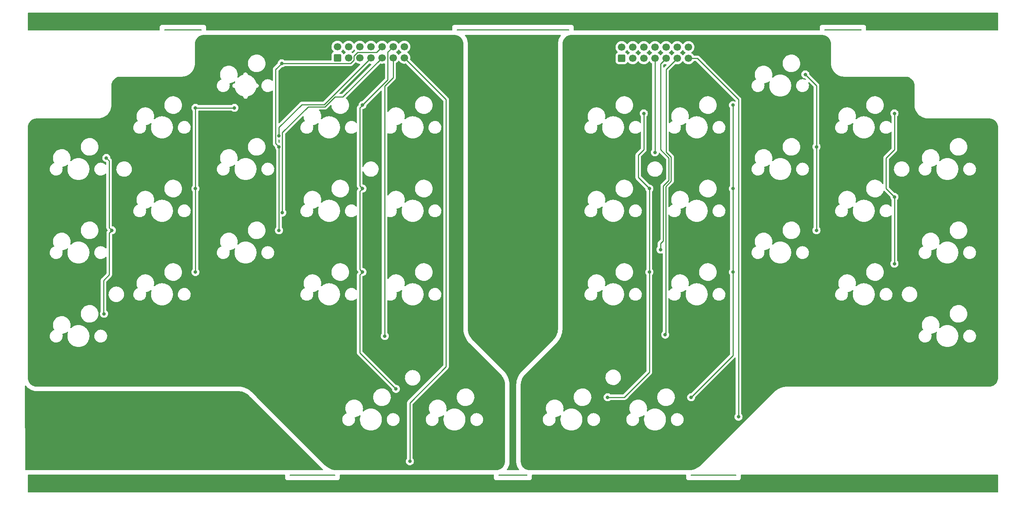
<source format=gtl>
%TF.GenerationSoftware,KiCad,Pcbnew,(6.0.7-1)-1*%
%TF.CreationDate,2022-08-07T10:51:52+08:00*%
%TF.ProjectId,Input,496e7075-742e-46b6-9963-61645f706362,2*%
%TF.SameCoordinates,PX7616b68PY48ab840*%
%TF.FileFunction,Copper,L1,Top*%
%TF.FilePolarity,Positive*%
%FSLAX46Y46*%
G04 Gerber Fmt 4.6, Leading zero omitted, Abs format (unit mm)*
G04 Created by KiCad (PCBNEW (6.0.7-1)-1) date 2022-08-07 10:51:52*
%MOMM*%
%LPD*%
G01*
G04 APERTURE LIST*
G04 Aperture macros list*
%AMRoundRect*
0 Rectangle with rounded corners*
0 $1 Rounding radius*
0 $2 $3 $4 $5 $6 $7 $8 $9 X,Y pos of 4 corners*
0 Add a 4 corners polygon primitive as box body*
4,1,4,$2,$3,$4,$5,$6,$7,$8,$9,$2,$3,0*
0 Add four circle primitives for the rounded corners*
1,1,$1+$1,$2,$3*
1,1,$1+$1,$4,$5*
1,1,$1+$1,$6,$7*
1,1,$1+$1,$8,$9*
0 Add four rect primitives between the rounded corners*
20,1,$1+$1,$2,$3,$4,$5,0*
20,1,$1+$1,$4,$5,$6,$7,0*
20,1,$1+$1,$6,$7,$8,$9,0*
20,1,$1+$1,$8,$9,$2,$3,0*%
G04 Aperture macros list end*
%TA.AperFunction,ComponentPad*%
%ADD10RoundRect,0.250000X0.600000X-0.600000X0.600000X0.600000X-0.600000X0.600000X-0.600000X-0.600000X0*%
%TD*%
%TA.AperFunction,ComponentPad*%
%ADD11C,1.700000*%
%TD*%
%TA.AperFunction,ViaPad*%
%ADD12C,0.800000*%
%TD*%
%TA.AperFunction,Conductor*%
%ADD13C,0.250000*%
%TD*%
G04 APERTURE END LIST*
D10*
%TO.P,J1,1,Pin_1*%
%TO.N,VCC*%
X-7620000Y25400000D03*
D11*
%TO.P,J1,2,Pin_2*%
%TO.N,GND*%
X-7620000Y27940000D03*
%TO.P,J1,3,Pin_3*%
%TO.N,unconnected-(J1-Pad3)*%
X-5080000Y25400000D03*
%TO.P,J1,4,Pin_4*%
%TO.N,unconnected-(J1-Pad4)*%
X-5080000Y27940000D03*
%TO.P,J1,5,Pin_5*%
%TO.N,unconnected-(J1-Pad5)*%
X-2540000Y25400000D03*
%TO.P,J1,6,Pin_6*%
%TO.N,Col2*%
X-2540000Y27940000D03*
%TO.P,J1,7,Pin_7*%
%TO.N,Row3*%
X0Y25400000D03*
%TO.P,J1,8,Pin_8*%
%TO.N,Col3*%
X0Y27940000D03*
%TO.P,J1,9,Pin_9*%
%TO.N,Row4*%
X2540000Y25400000D03*
%TO.P,J1,10,Pin_10*%
%TO.N,Col4*%
X2540000Y27940000D03*
%TO.P,J1,11,Pin_11*%
%TO.N,Row5*%
X5080000Y25400000D03*
%TO.P,J1,12,Pin_12*%
%TO.N,Col5*%
X5080000Y27940000D03*
%TO.P,J1,13,Pin_13*%
%TO.N,Row6*%
X7620000Y25400000D03*
%TO.P,J1,14,Pin_14*%
%TO.N,Col6*%
X7620000Y27940000D03*
%TD*%
D10*
%TO.P,J2,1,Pin_1*%
%TO.N,VCC*%
X57150000Y25282500D03*
D11*
%TO.P,J2,2,Pin_2*%
%TO.N,GND*%
X57150000Y27822500D03*
%TO.P,J2,3,Pin_3*%
%TO.N,unconnected-(J2-Pad3)*%
X59690000Y25282500D03*
%TO.P,J2,4,Pin_4*%
%TO.N,Col7*%
X59690000Y27822500D03*
%TO.P,J2,5,Pin_5*%
%TO.N,unconnected-(J2-Pad5)*%
X62230000Y25282500D03*
%TO.P,J2,6,Pin_6*%
%TO.N,Col8*%
X62230000Y27822500D03*
%TO.P,J2,7,Pin_7*%
%TO.N,Row3'*%
X64770000Y25282500D03*
%TO.P,J2,8,Pin_8*%
%TO.N,Col9*%
X64770000Y27822500D03*
%TO.P,J2,9,Pin_9*%
%TO.N,Row4'*%
X67310000Y25282500D03*
%TO.P,J2,10,Pin_10*%
%TO.N,Col10*%
X67310000Y27822500D03*
%TO.P,J2,11,Pin_11*%
%TO.N,Row5'*%
X69850000Y25282500D03*
%TO.P,J2,12,Pin_12*%
%TO.N,Col11*%
X69850000Y27822500D03*
%TO.P,J2,13,Pin_13*%
%TO.N,Row6'*%
X72390000Y25282500D03*
%TO.P,J2,14,Pin_14*%
%TO.N,unconnected-(J2-Pad14)*%
X72390000Y27822500D03*
%TD*%
D12*
%TO.N,Col3*%
X-31115000Y13970000D03*
X-40005000Y13970000D03*
X-40005000Y-4445000D03*
X-40005000Y-23495000D03*
%TO.N,Col2*%
X-59055000Y-13970000D03*
X-60833000Y-33020000D03*
X-60325000Y2540000D03*
%TO.N,Row3*%
X-20955000Y7620000D03*
%TO.N,Row4*%
X-20176500Y-9933924D03*
%TO.N,Row5*%
X3175000Y-38100000D03*
%TO.N,Row6*%
X8890000Y-66675000D03*
%TO.N,Col5*%
X-1905000Y14605000D03*
X-1905000Y-4445000D03*
X5715000Y-50165000D03*
X-1905000Y-23495000D03*
%TO.N,Col4*%
X-20955000Y5080000D03*
X-20955000Y-13970000D03*
X-20320000Y24130000D03*
%TO.N,Col7*%
X62230000Y12700000D03*
X63500000Y-4445000D03*
X63500000Y-23495000D03*
X53975000Y-52070000D03*
%TO.N,Col8*%
X82550000Y-4445000D03*
X82550000Y-23495000D03*
X82550000Y14605000D03*
X73025000Y-52070000D03*
%TO.N,Col9*%
X101600000Y-13970000D03*
X99060000Y21590000D03*
X101600000Y5080000D03*
%TO.N,Col10*%
X119379999Y-21590000D03*
X119380000Y12700000D03*
X119380000Y-6350000D03*
%TO.N,Row3'*%
X64770000Y3810000D03*
%TO.N,Row4'*%
X66027999Y-18379836D03*
%TO.N,Row5'*%
X67111499Y-37776314D03*
%TO.N,Row6'*%
X83820000Y-56515000D03*
%TD*%
D13*
%TO.N,Col3*%
X-31115000Y13970000D02*
X-40005000Y13970000D01*
X-40005000Y-4445000D02*
X-40005000Y-23495000D01*
X-40005000Y13970000D02*
X-40005000Y-4445000D01*
%TO.N,Col2*%
X-59690000Y1905000D02*
X-59690000Y-13335000D01*
X-60325000Y2540000D02*
X-59690000Y1905000D01*
X-60960000Y-25400000D02*
X-60960000Y-32893000D01*
X-59664001Y-24104001D02*
X-60960000Y-25400000D01*
X-59690000Y-13335000D02*
X-59055000Y-13970000D01*
X-60960000Y-32893000D02*
X-60833000Y-33020000D01*
X-59055000Y-13970000D02*
X-59664001Y-14579001D01*
X-59664001Y-14579001D02*
X-59664001Y-24104001D01*
%TO.N,Row3*%
X-10683349Y14716651D02*
X-15763349Y14716651D01*
X-15763349Y14716651D02*
X-20955000Y9525000D01*
X-20955000Y9525000D02*
X-20955000Y7620000D01*
X0Y25400000D02*
X-10683349Y14716651D01*
%TO.N,Row4*%
X-10474792Y14213150D02*
X-14284792Y14213150D01*
X2540000Y25400000D02*
X-6379999Y16480001D01*
X-20176500Y8321442D02*
X-20176500Y-9933924D01*
X-8207941Y16480001D02*
X-10474792Y14213150D01*
X-6379999Y16480001D02*
X-8207941Y16480001D01*
X-14284792Y14213150D02*
X-20176500Y8321442D01*
%TO.N,Row5*%
X3119999Y18917941D02*
X3119999Y-38044999D01*
X5080000Y20877942D02*
X3119999Y18917941D01*
X5080000Y25400000D02*
X5080000Y20877942D01*
X3119999Y-38044999D02*
X3175000Y-38100000D01*
%TO.N,Row6*%
X17145000Y15875000D02*
X17145000Y-45085000D01*
X17145000Y-45085000D02*
X8890000Y-53340000D01*
X8890000Y-53340000D02*
X8890000Y-66675000D01*
X7620000Y25400000D02*
X17145000Y15875000D01*
%TO.N,Col5*%
X-1905000Y14605000D02*
X-2540000Y13970000D01*
X-2540000Y-22860000D02*
X-1905000Y-23495000D01*
X-1905000Y-4445000D02*
X-2540000Y-5080000D01*
X5080000Y27940000D02*
X3851000Y26711000D01*
X-2540000Y-5080000D02*
X-2540000Y-22860000D01*
X-2540000Y13970000D02*
X-2540000Y-3810000D01*
X-2540000Y-41910000D02*
X5715000Y-50165000D01*
X3851000Y26711000D02*
X3851000Y20361000D01*
X-1905000Y-23495000D02*
X-2540000Y-24130000D01*
X3851000Y20361000D02*
X-1905000Y14605000D01*
X-2540000Y-3810000D02*
X-1905000Y-4445000D01*
X-2540000Y-24130000D02*
X-2540000Y-41910000D01*
%TO.N,Col4*%
X1270000Y26670000D02*
X-3008069Y26670000D01*
X-3851000Y24890931D02*
X-4611931Y24130000D01*
X-3008069Y26670000D02*
X-3851000Y25827069D01*
X-3851000Y25827069D02*
X-3851000Y24890931D01*
X-20955000Y5080000D02*
X-21733500Y5858500D01*
X2540000Y27940000D02*
X1270000Y26670000D01*
X-21733500Y22716500D02*
X-20320000Y24130000D01*
X-4611931Y24130000D02*
X-20320000Y24130000D01*
X-20955000Y5080000D02*
X-20955000Y-13970000D01*
X-21733500Y5858500D02*
X-21733500Y22716500D01*
%TO.N,Col7*%
X57785000Y-52070000D02*
X53975000Y-52070000D01*
X60960000Y3147499D02*
X62230000Y4417499D01*
X63500000Y-23495000D02*
X63500000Y-46355000D01*
X60960000Y-1905000D02*
X60960000Y3147499D01*
X63500000Y-46355000D02*
X57785000Y-52070000D01*
X63500000Y-4445000D02*
X60960000Y-1905000D01*
X62230000Y4417499D02*
X62230000Y12700000D01*
X63500000Y-4445000D02*
X63500000Y-23495000D01*
%TO.N,Col8*%
X82550000Y-42545000D02*
X73025000Y-52070000D01*
X82550000Y14605000D02*
X82550000Y-4445000D01*
X82550000Y-23495000D02*
X82550000Y-42545000D01*
X82550000Y-4445000D02*
X82550000Y-23495000D01*
%TO.N,Col9*%
X101600000Y5080000D02*
X101600000Y-13970000D01*
X101600000Y5080000D02*
X101600000Y19050000D01*
X101600000Y19050000D02*
X99060000Y21590000D01*
%TO.N,Col10*%
X119380000Y4445000D02*
X117475000Y2540000D01*
X117475000Y2540000D02*
X117475000Y-4445000D01*
X119380000Y-6350000D02*
X119379999Y-21590000D01*
X119380000Y12700000D02*
X119380000Y4445000D01*
X117475000Y-4445000D02*
X119380000Y-6350000D01*
%TO.N,Row3'*%
X64770000Y25282500D02*
X64770000Y3810000D01*
%TO.N,Row4'*%
X67945000Y-2540000D02*
X66672885Y-3812115D01*
X66027999Y-17002885D02*
X66027999Y-18379836D01*
X66040000Y24012500D02*
X66040000Y4445000D01*
X66672885Y-3812115D02*
X66672885Y-16357999D01*
X66672885Y-16357999D02*
X66027999Y-17002885D01*
X67945000Y2540000D02*
X67945000Y-2540000D01*
X66040000Y4445000D02*
X67945000Y2540000D01*
X67310000Y25282500D02*
X66040000Y24012500D01*
%TO.N,Row5'*%
X67203066Y-37684747D02*
X67111499Y-37776314D01*
X67310000Y3887058D02*
X68448501Y2748557D01*
X67310000Y22742500D02*
X67310000Y3887058D01*
X69850000Y25282500D02*
X67310000Y22742500D01*
X68448501Y2748557D02*
X68448501Y-2748557D01*
X68448501Y-2748557D02*
X67203066Y-3993992D01*
X67203066Y-3993992D02*
X67203066Y-37684747D01*
%TO.N,Row6'*%
X72390000Y25282500D02*
X74412500Y25282500D01*
X83820000Y15875000D02*
X83820000Y-56515000D01*
X74412500Y25282500D02*
X83820000Y15875000D01*
%TD*%
%TA.AperFunction,NonConductor*%
G36*
X-38666379Y31856498D02*
G01*
X-38619886Y31802842D01*
X-38608500Y31750500D01*
X-38608500Y31749500D01*
X-38628502Y31681379D01*
X-38682158Y31634886D01*
X-38734500Y31623500D01*
X-46990500Y31623500D01*
X-47058621Y31643502D01*
X-47105114Y31697158D01*
X-47116500Y31749500D01*
X-47116500Y31750500D01*
X-47096498Y31818621D01*
X-47042842Y31865114D01*
X-46990500Y31876500D01*
X-38734500Y31876500D01*
X-38666379Y31856498D01*
G37*
%TD.AperFunction*%
%TA.AperFunction,NonConductor*%
G36*
X45153621Y31856498D02*
G01*
X45200114Y31802842D01*
X45211500Y31750500D01*
X45211500Y31749500D01*
X45191498Y31681379D01*
X45137842Y31634886D01*
X45085500Y31623500D01*
X19684500Y31623500D01*
X19616379Y31643502D01*
X19569886Y31697158D01*
X19558500Y31749500D01*
X19558500Y31750500D01*
X19578502Y31818621D01*
X19632158Y31865114D01*
X19684500Y31876500D01*
X45085500Y31876500D01*
X45153621Y31856498D01*
G37*
%TD.AperFunction*%
%TA.AperFunction,NonConductor*%
G36*
X111828621Y31856498D02*
G01*
X111875114Y31802842D01*
X111886500Y31750500D01*
X111886500Y31749500D01*
X111866498Y31681379D01*
X111812842Y31634886D01*
X111760500Y31623500D01*
X103504500Y31623500D01*
X103436379Y31643502D01*
X103389886Y31697158D01*
X103378500Y31749500D01*
X103378500Y31750500D01*
X103398502Y31818621D01*
X103452158Y31865114D01*
X103504500Y31876500D01*
X111760500Y31876500D01*
X111828621Y31856498D01*
G37*
%TD.AperFunction*%
%TA.AperFunction,NonConductor*%
G36*
X142943621Y35666498D02*
G01*
X142990114Y35612842D01*
X143001500Y35560500D01*
X143001500Y31749500D01*
X142981498Y31681379D01*
X142927842Y31634886D01*
X142875500Y31623500D01*
X113029500Y31623500D01*
X112961379Y31643502D01*
X112914886Y31697158D01*
X112903500Y31749500D01*
X112903500Y32376377D01*
X112903502Y32377147D01*
X112903800Y32425898D01*
X112903976Y32454721D01*
X112895850Y32483153D01*
X112892272Y32499915D01*
X112889352Y32520302D01*
X112888080Y32529187D01*
X112877451Y32552564D01*
X112871004Y32570087D01*
X112866416Y32586138D01*
X112863949Y32594771D01*
X112859156Y32602368D01*
X112848170Y32619780D01*
X112840030Y32634865D01*
X112837564Y32640289D01*
X112827792Y32661782D01*
X112811030Y32681235D01*
X112799927Y32696239D01*
X112786224Y32717958D01*
X112779499Y32723897D01*
X112779496Y32723901D01*
X112764062Y32737532D01*
X112752018Y32749724D01*
X112738573Y32765327D01*
X112738570Y32765329D01*
X112732713Y32772127D01*
X112719009Y32781010D01*
X112711165Y32786094D01*
X112696291Y32797385D01*
X112683783Y32808431D01*
X112683782Y32808432D01*
X112677049Y32814378D01*
X112650287Y32826943D01*
X112635309Y32835263D01*
X112618017Y32846471D01*
X112618012Y32846473D01*
X112610485Y32851352D01*
X112601892Y32853922D01*
X112601887Y32853924D01*
X112585880Y32858711D01*
X112568436Y32865372D01*
X112553324Y32872467D01*
X112553322Y32872468D01*
X112545200Y32876281D01*
X112536333Y32877662D01*
X112536332Y32877662D01*
X112525478Y32879352D01*
X112515983Y32880830D01*
X112499268Y32884613D01*
X112479534Y32890515D01*
X112479528Y32890516D01*
X112470934Y32893086D01*
X112461963Y32893141D01*
X112461962Y32893141D01*
X112451903Y32893202D01*
X112436494Y32893296D01*
X112435711Y32893329D01*
X112434614Y32893500D01*
X112403623Y32893500D01*
X112402853Y32893502D01*
X112329215Y32893952D01*
X112329214Y32893952D01*
X112325279Y32893976D01*
X112323935Y32893592D01*
X112322590Y32893500D01*
X102878623Y32893500D01*
X102877853Y32893502D01*
X102877037Y32893507D01*
X102800279Y32893976D01*
X102777918Y32887585D01*
X102771847Y32885850D01*
X102755085Y32882272D01*
X102725813Y32878080D01*
X102717645Y32874366D01*
X102717644Y32874366D01*
X102702438Y32867452D01*
X102684914Y32861004D01*
X102660229Y32853949D01*
X102652635Y32849157D01*
X102652632Y32849156D01*
X102635220Y32838170D01*
X102620137Y32830031D01*
X102593218Y32817792D01*
X102586416Y32811931D01*
X102573765Y32801030D01*
X102558761Y32789927D01*
X102537042Y32776224D01*
X102531103Y32769499D01*
X102531099Y32769496D01*
X102517468Y32754062D01*
X102505276Y32742018D01*
X102489673Y32728573D01*
X102489671Y32728570D01*
X102482873Y32722713D01*
X102477993Y32715184D01*
X102477992Y32715183D01*
X102468906Y32701165D01*
X102457615Y32686291D01*
X102446569Y32673783D01*
X102440622Y32667049D01*
X102434312Y32653609D01*
X102428058Y32640289D01*
X102419737Y32625309D01*
X102408529Y32608017D01*
X102408527Y32608012D01*
X102403648Y32600485D01*
X102401078Y32591892D01*
X102401076Y32591887D01*
X102396289Y32575880D01*
X102389628Y32558436D01*
X102382533Y32543324D01*
X102378719Y32535200D01*
X102377338Y32526333D01*
X102377338Y32526332D01*
X102374170Y32505985D01*
X102370387Y32489268D01*
X102364485Y32469534D01*
X102364484Y32469528D01*
X102361914Y32460934D01*
X102361859Y32451963D01*
X102361859Y32451962D01*
X102361704Y32426503D01*
X102361671Y32425711D01*
X102361500Y32424614D01*
X102361500Y32393623D01*
X102361498Y32392853D01*
X102361024Y32315279D01*
X102361408Y32313935D01*
X102361500Y32312590D01*
X102361500Y31749500D01*
X102341498Y31681379D01*
X102287842Y31634886D01*
X102235500Y31623500D01*
X46354500Y31623500D01*
X46286379Y31643502D01*
X46239886Y31697158D01*
X46228500Y31749500D01*
X46228500Y32376377D01*
X46228502Y32377147D01*
X46228800Y32425898D01*
X46228976Y32454721D01*
X46220850Y32483153D01*
X46217272Y32499915D01*
X46214352Y32520302D01*
X46213080Y32529187D01*
X46202451Y32552564D01*
X46196004Y32570087D01*
X46191416Y32586138D01*
X46188949Y32594771D01*
X46184156Y32602368D01*
X46173170Y32619780D01*
X46165030Y32634865D01*
X46162564Y32640289D01*
X46152792Y32661782D01*
X46136030Y32681235D01*
X46124927Y32696239D01*
X46111224Y32717958D01*
X46104499Y32723897D01*
X46104496Y32723901D01*
X46089062Y32737532D01*
X46077018Y32749724D01*
X46063573Y32765327D01*
X46063570Y32765329D01*
X46057713Y32772127D01*
X46044009Y32781010D01*
X46036165Y32786094D01*
X46021291Y32797385D01*
X46008783Y32808431D01*
X46008782Y32808432D01*
X46002049Y32814378D01*
X45975287Y32826943D01*
X45960309Y32835263D01*
X45943017Y32846471D01*
X45943012Y32846473D01*
X45935485Y32851352D01*
X45926892Y32853922D01*
X45926887Y32853924D01*
X45910880Y32858711D01*
X45893436Y32865372D01*
X45878324Y32872467D01*
X45878322Y32872468D01*
X45870200Y32876281D01*
X45861333Y32877662D01*
X45861332Y32877662D01*
X45850478Y32879352D01*
X45840983Y32880830D01*
X45824268Y32884613D01*
X45804534Y32890515D01*
X45804528Y32890516D01*
X45795934Y32893086D01*
X45786963Y32893141D01*
X45786962Y32893141D01*
X45776903Y32893202D01*
X45761494Y32893296D01*
X45760711Y32893329D01*
X45759614Y32893500D01*
X45728623Y32893500D01*
X45727853Y32893502D01*
X45654215Y32893952D01*
X45654214Y32893952D01*
X45650279Y32893976D01*
X45648935Y32893592D01*
X45647590Y32893500D01*
X19058623Y32893500D01*
X19057853Y32893502D01*
X19057037Y32893507D01*
X18980279Y32893976D01*
X18957918Y32887585D01*
X18951847Y32885850D01*
X18935085Y32882272D01*
X18905813Y32878080D01*
X18897645Y32874366D01*
X18897644Y32874366D01*
X18882438Y32867452D01*
X18864914Y32861004D01*
X18840229Y32853949D01*
X18832635Y32849157D01*
X18832632Y32849156D01*
X18815220Y32838170D01*
X18800137Y32830031D01*
X18773218Y32817792D01*
X18766416Y32811931D01*
X18753765Y32801030D01*
X18738761Y32789927D01*
X18717042Y32776224D01*
X18711103Y32769499D01*
X18711099Y32769496D01*
X18697468Y32754062D01*
X18685276Y32742018D01*
X18669673Y32728573D01*
X18669671Y32728570D01*
X18662873Y32722713D01*
X18657993Y32715184D01*
X18657992Y32715183D01*
X18648906Y32701165D01*
X18637615Y32686291D01*
X18626569Y32673783D01*
X18620622Y32667049D01*
X18614312Y32653609D01*
X18608058Y32640289D01*
X18599737Y32625309D01*
X18588529Y32608017D01*
X18588527Y32608012D01*
X18583648Y32600485D01*
X18581078Y32591892D01*
X18581076Y32591887D01*
X18576289Y32575880D01*
X18569628Y32558436D01*
X18562533Y32543324D01*
X18558719Y32535200D01*
X18557338Y32526333D01*
X18557338Y32526332D01*
X18554170Y32505985D01*
X18550387Y32489268D01*
X18544485Y32469534D01*
X18544484Y32469528D01*
X18541914Y32460934D01*
X18541859Y32451963D01*
X18541859Y32451962D01*
X18541704Y32426503D01*
X18541671Y32425711D01*
X18541500Y32424614D01*
X18541500Y32393623D01*
X18541498Y32392853D01*
X18541024Y32315279D01*
X18541408Y32313935D01*
X18541500Y32312590D01*
X18541500Y31749500D01*
X18521498Y31681379D01*
X18467842Y31634886D01*
X18415500Y31623500D01*
X-37465500Y31623500D01*
X-37533621Y31643502D01*
X-37580114Y31697158D01*
X-37591500Y31749500D01*
X-37591500Y32376377D01*
X-37591498Y32377147D01*
X-37591200Y32425898D01*
X-37591024Y32454721D01*
X-37599150Y32483153D01*
X-37602728Y32499915D01*
X-37605648Y32520302D01*
X-37606920Y32529187D01*
X-37617549Y32552564D01*
X-37623996Y32570087D01*
X-37628584Y32586138D01*
X-37631051Y32594771D01*
X-37635844Y32602368D01*
X-37646830Y32619780D01*
X-37654970Y32634865D01*
X-37657436Y32640289D01*
X-37667208Y32661782D01*
X-37683970Y32681235D01*
X-37695073Y32696239D01*
X-37708776Y32717958D01*
X-37715501Y32723897D01*
X-37715504Y32723901D01*
X-37730938Y32737532D01*
X-37742982Y32749724D01*
X-37756427Y32765327D01*
X-37756430Y32765329D01*
X-37762287Y32772127D01*
X-37775991Y32781010D01*
X-37783835Y32786094D01*
X-37798709Y32797385D01*
X-37811217Y32808431D01*
X-37811218Y32808432D01*
X-37817951Y32814378D01*
X-37844713Y32826943D01*
X-37859691Y32835263D01*
X-37876983Y32846471D01*
X-37876988Y32846473D01*
X-37884515Y32851352D01*
X-37893108Y32853922D01*
X-37893113Y32853924D01*
X-37909120Y32858711D01*
X-37926564Y32865372D01*
X-37941676Y32872467D01*
X-37941678Y32872468D01*
X-37949800Y32876281D01*
X-37958667Y32877662D01*
X-37958668Y32877662D01*
X-37969522Y32879352D01*
X-37979017Y32880830D01*
X-37995732Y32884613D01*
X-38015466Y32890515D01*
X-38015472Y32890516D01*
X-38024066Y32893086D01*
X-38033037Y32893141D01*
X-38033038Y32893141D01*
X-38043097Y32893202D01*
X-38058506Y32893296D01*
X-38059289Y32893329D01*
X-38060386Y32893500D01*
X-38091377Y32893500D01*
X-38092147Y32893502D01*
X-38165785Y32893952D01*
X-38165786Y32893952D01*
X-38169721Y32893976D01*
X-38171065Y32893592D01*
X-38172410Y32893500D01*
X-47616377Y32893500D01*
X-47617147Y32893502D01*
X-47617963Y32893507D01*
X-47694721Y32893976D01*
X-47717082Y32887585D01*
X-47723153Y32885850D01*
X-47739915Y32882272D01*
X-47769187Y32878080D01*
X-47777355Y32874366D01*
X-47777356Y32874366D01*
X-47792562Y32867452D01*
X-47810086Y32861004D01*
X-47834771Y32853949D01*
X-47842365Y32849157D01*
X-47842368Y32849156D01*
X-47859780Y32838170D01*
X-47874863Y32830031D01*
X-47901782Y32817792D01*
X-47908584Y32811931D01*
X-47921235Y32801030D01*
X-47936239Y32789927D01*
X-47957958Y32776224D01*
X-47963897Y32769499D01*
X-47963901Y32769496D01*
X-47977532Y32754062D01*
X-47989724Y32742018D01*
X-48005327Y32728573D01*
X-48005329Y32728570D01*
X-48012127Y32722713D01*
X-48017007Y32715184D01*
X-48017008Y32715183D01*
X-48026094Y32701165D01*
X-48037385Y32686291D01*
X-48048431Y32673783D01*
X-48054378Y32667049D01*
X-48060688Y32653609D01*
X-48066942Y32640289D01*
X-48075263Y32625309D01*
X-48086471Y32608017D01*
X-48086473Y32608012D01*
X-48091352Y32600485D01*
X-48093922Y32591892D01*
X-48093924Y32591887D01*
X-48098711Y32575880D01*
X-48105372Y32558436D01*
X-48112467Y32543324D01*
X-48116281Y32535200D01*
X-48117662Y32526333D01*
X-48117662Y32526332D01*
X-48120830Y32505985D01*
X-48124613Y32489268D01*
X-48130515Y32469534D01*
X-48130516Y32469528D01*
X-48133086Y32460934D01*
X-48133141Y32451963D01*
X-48133141Y32451962D01*
X-48133296Y32426503D01*
X-48133329Y32425711D01*
X-48133500Y32424614D01*
X-48133500Y32393623D01*
X-48133502Y32392853D01*
X-48133976Y32315279D01*
X-48133592Y32313935D01*
X-48133500Y32312590D01*
X-48133500Y31749500D01*
X-48153502Y31681379D01*
X-48207158Y31634886D01*
X-48259500Y31623500D01*
X-78105500Y31623500D01*
X-78173621Y31643502D01*
X-78220114Y31697158D01*
X-78231500Y31749500D01*
X-78231500Y35560500D01*
X-78211498Y35628621D01*
X-78157842Y35675114D01*
X-78105500Y35686500D01*
X142875500Y35686500D01*
X142943621Y35666498D01*
G37*
%TD.AperFunction*%
%TA.AperFunction,NonConductor*%
G36*
X58502026Y27147356D02*
G01*
X58529875Y27115506D01*
X58589987Y27017412D01*
X58736250Y26848562D01*
X58844233Y26758913D01*
X58902352Y26710662D01*
X58908126Y26705868D01*
X58972582Y26668203D01*
X58981445Y26663024D01*
X59030169Y26611386D01*
X59043240Y26541603D01*
X59016509Y26475831D01*
X58976055Y26442473D01*
X58963607Y26435993D01*
X58959474Y26432890D01*
X58959471Y26432888D01*
X58799537Y26312806D01*
X58784965Y26301865D01*
X58693781Y26206446D01*
X58651027Y26161707D01*
X58589503Y26126277D01*
X58518590Y26129734D01*
X58460804Y26170980D01*
X58445833Y26195306D01*
X58443865Y26199506D01*
X58441550Y26206446D01*
X58348478Y26356848D01*
X58223303Y26481805D01*
X58208166Y26491136D01*
X58141549Y26532199D01*
X58072738Y26574615D01*
X58065785Y26576921D01*
X58064904Y26577332D01*
X58011618Y26624248D01*
X57992156Y26692525D01*
X58012696Y26760485D01*
X58030529Y26780656D01*
X58029860Y26781327D01*
X58184435Y26935363D01*
X58188096Y26939011D01*
X58191895Y26944297D01*
X58318453Y27120423D01*
X58319776Y27119472D01*
X58366645Y27162643D01*
X58436580Y27174875D01*
X58502026Y27147356D01*
G37*
%TD.AperFunction*%
%TA.AperFunction,NonConductor*%
G36*
X63582026Y27147356D02*
G01*
X63609875Y27115506D01*
X63669987Y27017412D01*
X63816250Y26848562D01*
X63924233Y26758913D01*
X63982352Y26710662D01*
X63988126Y26705868D01*
X64052582Y26668203D01*
X64061445Y26663024D01*
X64110169Y26611386D01*
X64123240Y26541603D01*
X64096509Y26475831D01*
X64056055Y26442473D01*
X64043607Y26435993D01*
X64039474Y26432890D01*
X64039471Y26432888D01*
X63879537Y26312806D01*
X63864965Y26301865D01*
X63839894Y26275630D01*
X63724485Y26154861D01*
X63710629Y26140362D01*
X63603201Y25982879D01*
X63548293Y25937879D01*
X63477768Y25929708D01*
X63414021Y25960962D01*
X63393324Y25985446D01*
X63312822Y26109883D01*
X63312820Y26109886D01*
X63310014Y26114223D01*
X63159670Y26279449D01*
X63155619Y26282648D01*
X63155615Y26282652D01*
X62988414Y26414700D01*
X62988410Y26414702D01*
X62984359Y26417902D01*
X62943053Y26440704D01*
X62893084Y26491136D01*
X62878312Y26560579D01*
X62903428Y26626984D01*
X62930780Y26653591D01*
X62979401Y26688272D01*
X63109860Y26781327D01*
X63138659Y26810025D01*
X63264435Y26935363D01*
X63268096Y26939011D01*
X63271895Y26944297D01*
X63398453Y27120423D01*
X63399776Y27119472D01*
X63446645Y27162643D01*
X63516580Y27174875D01*
X63582026Y27147356D01*
G37*
%TD.AperFunction*%
%TA.AperFunction,NonConductor*%
G36*
X61042026Y27147356D02*
G01*
X61069875Y27115506D01*
X61129987Y27017412D01*
X61276250Y26848562D01*
X61384233Y26758913D01*
X61442352Y26710662D01*
X61448126Y26705868D01*
X61512582Y26668203D01*
X61521445Y26663024D01*
X61570169Y26611386D01*
X61583240Y26541603D01*
X61556509Y26475831D01*
X61516055Y26442473D01*
X61503607Y26435993D01*
X61499474Y26432890D01*
X61499471Y26432888D01*
X61339537Y26312806D01*
X61324965Y26301865D01*
X61299894Y26275630D01*
X61184485Y26154861D01*
X61170629Y26140362D01*
X61063201Y25982879D01*
X61008293Y25937879D01*
X60937768Y25929708D01*
X60874021Y25960962D01*
X60853324Y25985446D01*
X60772822Y26109883D01*
X60772820Y26109886D01*
X60770014Y26114223D01*
X60619670Y26279449D01*
X60615619Y26282648D01*
X60615615Y26282652D01*
X60448414Y26414700D01*
X60448410Y26414702D01*
X60444359Y26417902D01*
X60403053Y26440704D01*
X60353084Y26491136D01*
X60338312Y26560579D01*
X60363428Y26626984D01*
X60390780Y26653591D01*
X60439401Y26688272D01*
X60569860Y26781327D01*
X60598659Y26810025D01*
X60724435Y26935363D01*
X60728096Y26939011D01*
X60731895Y26944297D01*
X60858453Y27120423D01*
X60859776Y27119472D01*
X60906645Y27162643D01*
X60976580Y27174875D01*
X61042026Y27147356D01*
G37*
%TD.AperFunction*%
%TA.AperFunction,NonConductor*%
G36*
X71202026Y27147356D02*
G01*
X71229875Y27115506D01*
X71289987Y27017412D01*
X71436250Y26848562D01*
X71544233Y26758913D01*
X71602352Y26710662D01*
X71608126Y26705868D01*
X71672582Y26668203D01*
X71681445Y26663024D01*
X71730169Y26611386D01*
X71743240Y26541603D01*
X71716509Y26475831D01*
X71676055Y26442473D01*
X71663607Y26435993D01*
X71659474Y26432890D01*
X71659471Y26432888D01*
X71499537Y26312806D01*
X71484965Y26301865D01*
X71459894Y26275630D01*
X71344485Y26154861D01*
X71330629Y26140362D01*
X71223201Y25982879D01*
X71168293Y25937879D01*
X71097768Y25929708D01*
X71034021Y25960962D01*
X71013324Y25985446D01*
X70932822Y26109883D01*
X70932820Y26109886D01*
X70930014Y26114223D01*
X70779670Y26279449D01*
X70775619Y26282648D01*
X70775615Y26282652D01*
X70608414Y26414700D01*
X70608410Y26414702D01*
X70604359Y26417902D01*
X70563053Y26440704D01*
X70513084Y26491136D01*
X70498312Y26560579D01*
X70523428Y26626984D01*
X70550780Y26653591D01*
X70599401Y26688272D01*
X70729860Y26781327D01*
X70758659Y26810025D01*
X70884435Y26935363D01*
X70888096Y26939011D01*
X70891895Y26944297D01*
X71018453Y27120423D01*
X71019776Y27119472D01*
X71066645Y27162643D01*
X71136580Y27174875D01*
X71202026Y27147356D01*
G37*
%TD.AperFunction*%
%TA.AperFunction,NonConductor*%
G36*
X66122026Y27147356D02*
G01*
X66149875Y27115506D01*
X66209987Y27017412D01*
X66356250Y26848562D01*
X66464233Y26758913D01*
X66522352Y26710662D01*
X66528126Y26705868D01*
X66592582Y26668203D01*
X66601445Y26663024D01*
X66650169Y26611386D01*
X66663240Y26541603D01*
X66636509Y26475831D01*
X66596055Y26442473D01*
X66583607Y26435993D01*
X66579474Y26432890D01*
X66579471Y26432888D01*
X66419537Y26312806D01*
X66404965Y26301865D01*
X66379894Y26275630D01*
X66264485Y26154861D01*
X66250629Y26140362D01*
X66143201Y25982879D01*
X66088293Y25937879D01*
X66017768Y25929708D01*
X65954021Y25960962D01*
X65933324Y25985446D01*
X65852822Y26109883D01*
X65852820Y26109886D01*
X65850014Y26114223D01*
X65699670Y26279449D01*
X65695619Y26282648D01*
X65695615Y26282652D01*
X65528414Y26414700D01*
X65528410Y26414702D01*
X65524359Y26417902D01*
X65483053Y26440704D01*
X65433084Y26491136D01*
X65418312Y26560579D01*
X65443428Y26626984D01*
X65470780Y26653591D01*
X65519401Y26688272D01*
X65649860Y26781327D01*
X65678659Y26810025D01*
X65804435Y26935363D01*
X65808096Y26939011D01*
X65811895Y26944297D01*
X65938453Y27120423D01*
X65939776Y27119472D01*
X65986645Y27162643D01*
X66056580Y27174875D01*
X66122026Y27147356D01*
G37*
%TD.AperFunction*%
%TA.AperFunction,NonConductor*%
G36*
X68662026Y27147356D02*
G01*
X68689875Y27115506D01*
X68749987Y27017412D01*
X68896250Y26848562D01*
X69004233Y26758913D01*
X69062352Y26710662D01*
X69068126Y26705868D01*
X69132582Y26668203D01*
X69141445Y26663024D01*
X69190169Y26611386D01*
X69203240Y26541603D01*
X69176509Y26475831D01*
X69136055Y26442473D01*
X69123607Y26435993D01*
X69119474Y26432890D01*
X69119471Y26432888D01*
X68959537Y26312806D01*
X68944965Y26301865D01*
X68919894Y26275630D01*
X68804485Y26154861D01*
X68790629Y26140362D01*
X68683201Y25982879D01*
X68628293Y25937879D01*
X68557768Y25929708D01*
X68494021Y25960962D01*
X68473324Y25985446D01*
X68392822Y26109883D01*
X68392820Y26109886D01*
X68390014Y26114223D01*
X68239670Y26279449D01*
X68235619Y26282648D01*
X68235615Y26282652D01*
X68068414Y26414700D01*
X68068410Y26414702D01*
X68064359Y26417902D01*
X68023053Y26440704D01*
X67973084Y26491136D01*
X67958312Y26560579D01*
X67983428Y26626984D01*
X68010780Y26653591D01*
X68059401Y26688272D01*
X68189860Y26781327D01*
X68218659Y26810025D01*
X68344435Y26935363D01*
X68348096Y26939011D01*
X68351895Y26944297D01*
X68478453Y27120423D01*
X68479776Y27119472D01*
X68526645Y27162643D01*
X68596580Y27174875D01*
X68662026Y27147356D01*
G37*
%TD.AperFunction*%
%TA.AperFunction,NonConductor*%
G36*
X67148597Y23928933D02*
G01*
X67153771Y23928743D01*
X67153773Y23928743D01*
X67221293Y23926267D01*
X67295649Y23923541D01*
X67362990Y23901057D01*
X67407486Y23845733D01*
X67415008Y23775136D01*
X67380126Y23708531D01*
X66917747Y23246152D01*
X66909461Y23238612D01*
X66902982Y23234500D01*
X66897557Y23228723D01*
X66891351Y23222114D01*
X66830138Y23186148D01*
X66759198Y23188985D01*
X66701054Y23229725D01*
X66674165Y23295433D01*
X66673500Y23308366D01*
X66673500Y23697906D01*
X66693502Y23766027D01*
X66710405Y23787001D01*
X66854549Y23931145D01*
X66916861Y23965171D01*
X66968762Y23965521D01*
X67148597Y23928933D01*
G37*
%TD.AperFunction*%
%TA.AperFunction,NonConductor*%
G36*
X102840018Y30605000D02*
G01*
X102854851Y30602690D01*
X102854855Y30602690D01*
X102863724Y30601309D01*
X102872626Y30602473D01*
X102872629Y30602473D01*
X102880012Y30603439D01*
X102904591Y30604233D01*
X102931427Y30602474D01*
X103126922Y30589660D01*
X103143262Y30587509D01*
X103265478Y30563199D01*
X103387696Y30538888D01*
X103403606Y30534625D01*
X103639600Y30454516D01*
X103654826Y30448209D01*
X103878342Y30337984D01*
X103892616Y30329743D01*
X104099829Y30191287D01*
X104112905Y30181254D01*
X104300278Y30016932D01*
X104311932Y30005278D01*
X104476254Y29817905D01*
X104486287Y29804829D01*
X104624743Y29597616D01*
X104632984Y29583342D01*
X104743209Y29359826D01*
X104749515Y29344602D01*
X104829625Y29108606D01*
X104833888Y29092696D01*
X104839226Y29065862D01*
X104882509Y28848262D01*
X104884660Y28831922D01*
X104898763Y28616764D01*
X104897733Y28593650D01*
X104897690Y28590146D01*
X104896309Y28581276D01*
X104897473Y28572374D01*
X104897473Y28572372D01*
X104900436Y28549717D01*
X104901500Y28533379D01*
X104901500Y24179367D01*
X104900000Y24159982D01*
X104897690Y24145149D01*
X104897690Y24145145D01*
X104896309Y24136276D01*
X104897441Y24127622D01*
X104897470Y24127070D01*
X104897450Y24125434D01*
X104897697Y24122730D01*
X104902115Y24038436D01*
X104911213Y23864836D01*
X104914039Y23810908D01*
X104918182Y23784749D01*
X104963038Y23501538D01*
X104964024Y23495311D01*
X105046725Y23186669D01*
X105047910Y23183581D01*
X105047911Y23183579D01*
X105064995Y23139074D01*
X105161234Y22888362D01*
X105306298Y22603658D01*
X105480327Y22335677D01*
X105482405Y22333111D01*
X105672390Y22098500D01*
X105681414Y22087356D01*
X105907356Y21861414D01*
X105909914Y21859342D01*
X105909918Y21859339D01*
X106016087Y21773365D01*
X106155677Y21660327D01*
X106423658Y21486298D01*
X106708362Y21341234D01*
X107006669Y21226725D01*
X107315311Y21144024D01*
X107318561Y21143509D01*
X107318567Y21143508D01*
X107547584Y21107236D01*
X107630908Y21094039D01*
X107634191Y21093867D01*
X107634200Y21093866D01*
X107778753Y21086291D01*
X107916872Y21079052D01*
X107931183Y21077478D01*
X107937448Y21076424D01*
X107943724Y21076348D01*
X107945140Y21076330D01*
X107945143Y21076330D01*
X107950000Y21076271D01*
X107977624Y21080227D01*
X107995486Y21081500D01*
X121870633Y21081500D01*
X121890018Y21080000D01*
X121904851Y21077690D01*
X121904855Y21077690D01*
X121913724Y21076309D01*
X121922626Y21077473D01*
X121922629Y21077473D01*
X121930012Y21078439D01*
X121954591Y21079233D01*
X121981366Y21077478D01*
X122176922Y21064660D01*
X122193262Y21062509D01*
X122315477Y21038199D01*
X122437696Y21013888D01*
X122453606Y21009625D01*
X122689600Y20929516D01*
X122704826Y20923209D01*
X122928342Y20812984D01*
X122942616Y20804743D01*
X123149829Y20666287D01*
X123162905Y20656254D01*
X123350278Y20491932D01*
X123361932Y20480278D01*
X123526254Y20292905D01*
X123536287Y20279829D01*
X123674743Y20072616D01*
X123682984Y20058342D01*
X123793209Y19834826D01*
X123799515Y19819602D01*
X123879625Y19583606D01*
X123883888Y19567696D01*
X123893182Y19520975D01*
X123932509Y19323262D01*
X123934660Y19306922D01*
X123948763Y19091764D01*
X123947733Y19068650D01*
X123947690Y19065146D01*
X123946309Y19056276D01*
X123947473Y19047374D01*
X123947473Y19047372D01*
X123950436Y19024717D01*
X123951500Y19008379D01*
X123951500Y14654367D01*
X123950000Y14634982D01*
X123947690Y14620149D01*
X123947690Y14620145D01*
X123946309Y14611276D01*
X123947441Y14602622D01*
X123947470Y14602070D01*
X123947450Y14600434D01*
X123947697Y14597730D01*
X123949696Y14559593D01*
X123962722Y14311047D01*
X123964039Y14285908D01*
X123964554Y14282657D01*
X124012147Y13982165D01*
X124014024Y13970311D01*
X124096725Y13661669D01*
X124097910Y13658581D01*
X124097911Y13658579D01*
X124109982Y13627132D01*
X124211234Y13363362D01*
X124356298Y13078658D01*
X124530327Y12810677D01*
X124532405Y12808111D01*
X124722390Y12573500D01*
X124731414Y12562356D01*
X124957356Y12336414D01*
X124959914Y12334342D01*
X124959918Y12334339D01*
X125027283Y12279788D01*
X125205677Y12135327D01*
X125473658Y11961298D01*
X125758362Y11816234D01*
X126056669Y11701725D01*
X126365311Y11619024D01*
X126368561Y11618509D01*
X126368567Y11618508D01*
X126597584Y11582236D01*
X126680908Y11569039D01*
X126684191Y11568867D01*
X126684200Y11568866D01*
X126828753Y11561291D01*
X126966872Y11554052D01*
X126981183Y11552478D01*
X126987448Y11551424D01*
X126993724Y11551347D01*
X126995140Y11551330D01*
X126995143Y11551330D01*
X127000000Y11551271D01*
X127027624Y11555227D01*
X127045486Y11556500D01*
X140920633Y11556500D01*
X140940018Y11555000D01*
X140954851Y11552690D01*
X140954855Y11552690D01*
X140963724Y11551309D01*
X140972626Y11552473D01*
X140972629Y11552473D01*
X140980012Y11553439D01*
X141004591Y11554233D01*
X141031366Y11552478D01*
X141226922Y11539660D01*
X141243262Y11537509D01*
X141306607Y11524909D01*
X141487696Y11488888D01*
X141503606Y11484625D01*
X141739600Y11404516D01*
X141754826Y11398209D01*
X141978342Y11287984D01*
X141992616Y11279743D01*
X142199829Y11141287D01*
X142212905Y11131254D01*
X142400278Y10966932D01*
X142411932Y10955278D01*
X142576254Y10767905D01*
X142586287Y10754829D01*
X142724743Y10547616D01*
X142732984Y10533342D01*
X142843209Y10309826D01*
X142849515Y10294602D01*
X142929625Y10058606D01*
X142933889Y10042693D01*
X142982509Y9798262D01*
X142984660Y9781922D01*
X142998763Y9566764D01*
X142997733Y9543650D01*
X142997690Y9540146D01*
X142996309Y9531276D01*
X142997473Y9522374D01*
X142997473Y9522372D01*
X143000436Y9499717D01*
X143001500Y9483379D01*
X143001500Y-47575633D01*
X143000000Y-47595018D01*
X142997690Y-47609851D01*
X142997690Y-47609855D01*
X142996309Y-47618724D01*
X142997473Y-47627626D01*
X142997473Y-47627629D01*
X142998439Y-47635012D01*
X142999233Y-47659591D01*
X142984660Y-47881922D01*
X142982509Y-47898262D01*
X142933889Y-48142693D01*
X142929625Y-48158606D01*
X142849516Y-48394600D01*
X142843209Y-48409826D01*
X142732984Y-48633342D01*
X142724743Y-48647616D01*
X142586287Y-48854829D01*
X142576254Y-48867905D01*
X142411932Y-49055278D01*
X142400278Y-49066932D01*
X142212905Y-49231254D01*
X142199829Y-49241287D01*
X141992616Y-49379743D01*
X141978342Y-49387984D01*
X141754826Y-49498209D01*
X141739602Y-49504515D01*
X141503606Y-49584625D01*
X141487696Y-49588888D01*
X141365478Y-49613199D01*
X141243262Y-49637509D01*
X141226922Y-49639660D01*
X141078134Y-49649413D01*
X141011763Y-49653763D01*
X140988650Y-49652733D01*
X140985146Y-49652690D01*
X140976276Y-49651309D01*
X140967374Y-49652473D01*
X140967372Y-49652473D01*
X140953915Y-49654233D01*
X140944714Y-49655436D01*
X140928379Y-49656500D01*
X95316322Y-49656500D01*
X95290341Y-49653792D01*
X95283593Y-49652370D01*
X95271058Y-49651703D01*
X95266215Y-49652195D01*
X95266213Y-49652195D01*
X95265939Y-49652223D01*
X95253357Y-49652867D01*
X94948389Y-49653217D01*
X94875619Y-49653301D01*
X94555887Y-49680689D01*
X94484318Y-49686819D01*
X94484316Y-49686819D01*
X94481669Y-49687046D01*
X94304369Y-49717435D01*
X94094566Y-49753394D01*
X94094558Y-49753396D01*
X94091960Y-49753841D01*
X94089402Y-49754505D01*
X94089403Y-49754505D01*
X93711830Y-49852545D01*
X93711827Y-49852546D01*
X93709258Y-49853213D01*
X93706751Y-49854095D01*
X93706745Y-49854097D01*
X93338803Y-49983568D01*
X93338797Y-49983570D01*
X93336283Y-49984455D01*
X93333859Y-49985545D01*
X93333852Y-49985548D01*
X92978108Y-50145545D01*
X92978101Y-50145548D01*
X92975683Y-50146636D01*
X92973362Y-50147925D01*
X92973360Y-50147926D01*
X92919176Y-50178018D01*
X92630019Y-50338604D01*
X92627812Y-50340086D01*
X92627805Y-50340090D01*
X92520296Y-50412268D01*
X92301747Y-50558994D01*
X92299681Y-50560650D01*
X92299679Y-50560651D01*
X91995277Y-50804575D01*
X91995271Y-50804580D01*
X91993196Y-50806243D01*
X91991262Y-50808081D01*
X91991257Y-50808085D01*
X91729953Y-51056367D01*
X91720821Y-51064021D01*
X91718513Y-51066015D01*
X91714596Y-51068903D01*
X91705759Y-51077818D01*
X91692508Y-51096125D01*
X91679543Y-51111330D01*
X75236627Y-67554246D01*
X75223538Y-67565645D01*
X75207309Y-67577919D01*
X75207307Y-67577921D01*
X75200150Y-67583334D01*
X75194800Y-67590538D01*
X75194797Y-67590541D01*
X75188249Y-67599359D01*
X75173456Y-67615984D01*
X74953550Y-67822980D01*
X74944597Y-67830648D01*
X74682730Y-68034512D01*
X74673093Y-68041316D01*
X74393291Y-68219806D01*
X74383058Y-68225678D01*
X74087799Y-68377210D01*
X74077078Y-68382092D01*
X73946478Y-68434331D01*
X73768920Y-68505352D01*
X73757773Y-68509215D01*
X73625575Y-68548209D01*
X73513675Y-68581216D01*
X73439473Y-68603103D01*
X73428015Y-68605908D01*
X73102299Y-68669619D01*
X73090632Y-68671339D01*
X73021675Y-68678223D01*
X72760399Y-68704305D01*
X72748618Y-68704926D01*
X72479075Y-68706498D01*
X72478340Y-68706500D01*
X72452421Y-68706500D01*
X72427950Y-68704101D01*
X72426135Y-68703742D01*
X72417327Y-68701998D01*
X72408385Y-68702796D01*
X72408383Y-68702796D01*
X72374872Y-68705787D01*
X72362902Y-68706284D01*
X72324215Y-68706048D01*
X72324214Y-68706048D01*
X72320279Y-68706024D01*
X72318935Y-68706408D01*
X72317590Y-68706500D01*
X36244367Y-68706500D01*
X36224982Y-68705000D01*
X36210149Y-68702690D01*
X36210145Y-68702690D01*
X36201276Y-68701309D01*
X36192374Y-68702473D01*
X36192371Y-68702473D01*
X36184988Y-68703439D01*
X36160409Y-68704233D01*
X36115799Y-68701309D01*
X35938078Y-68689660D01*
X35921738Y-68687509D01*
X35799522Y-68663199D01*
X35677304Y-68638888D01*
X35661394Y-68634625D01*
X35425398Y-68554515D01*
X35410174Y-68548209D01*
X35186658Y-68437984D01*
X35172384Y-68429743D01*
X34965171Y-68291287D01*
X34952095Y-68281254D01*
X34764722Y-68116932D01*
X34753068Y-68105278D01*
X34588746Y-67917905D01*
X34578713Y-67904829D01*
X34440257Y-67697616D01*
X34432016Y-67683342D01*
X34321791Y-67459826D01*
X34315484Y-67444600D01*
X34269688Y-67309689D01*
X34235375Y-67208606D01*
X34231111Y-67192693D01*
X34182491Y-66948262D01*
X34180340Y-66931922D01*
X34166476Y-66720407D01*
X34167650Y-66697232D01*
X34167334Y-66697204D01*
X34167770Y-66692344D01*
X34168576Y-66687552D01*
X34168729Y-66675000D01*
X34164773Y-66647376D01*
X34163500Y-66629514D01*
X34163500Y-57252089D01*
X39180066Y-57252089D01*
X39216343Y-57489163D01*
X39290854Y-57717129D01*
X39401597Y-57929864D01*
X39404700Y-57933997D01*
X39404702Y-57934000D01*
X39542493Y-58117520D01*
X39545598Y-58121655D01*
X39718990Y-58287352D01*
X39917117Y-58422505D01*
X40049070Y-58483756D01*
X40084024Y-58499981D01*
X40134656Y-58523484D01*
X40365768Y-58587576D01*
X40469479Y-58598660D01*
X40558222Y-58608144D01*
X40558230Y-58608144D01*
X40561557Y-58608500D01*
X40700803Y-58608500D01*
X40703376Y-58608288D01*
X40703387Y-58608288D01*
X40873876Y-58594271D01*
X40873882Y-58594270D01*
X40879027Y-58593847D01*
X40995331Y-58564634D01*
X41106625Y-58536679D01*
X41106629Y-58536678D01*
X41111636Y-58535420D01*
X41116366Y-58533364D01*
X41116373Y-58533361D01*
X41326841Y-58441847D01*
X41326844Y-58441845D01*
X41331578Y-58439787D01*
X41335912Y-58436983D01*
X41335916Y-58436981D01*
X41528604Y-58312325D01*
X41528607Y-58312323D01*
X41532947Y-58309515D01*
X41554101Y-58290267D01*
X41706513Y-58151582D01*
X41706514Y-58151580D01*
X41710335Y-58148104D01*
X41713534Y-58144053D01*
X41713538Y-58144049D01*
X41855774Y-57963946D01*
X41858979Y-57959888D01*
X41974887Y-57749922D01*
X42019191Y-57624810D01*
X42053219Y-57528720D01*
X42053220Y-57528716D01*
X42054945Y-57523845D01*
X42055853Y-57518749D01*
X42096098Y-57292816D01*
X42096099Y-57292810D01*
X42097004Y-57287727D01*
X42099934Y-57047911D01*
X42063657Y-56810837D01*
X42050524Y-56770657D01*
X42048373Y-56699694D01*
X42084929Y-56638832D01*
X42148586Y-56607395D01*
X42161499Y-56605819D01*
X42185828Y-56604118D01*
X42185834Y-56604117D01*
X42190212Y-56603811D01*
X42464970Y-56545409D01*
X42469099Y-56543906D01*
X42469103Y-56543905D01*
X42724781Y-56450846D01*
X42724785Y-56450844D01*
X42728926Y-56449337D01*
X42976942Y-56317464D01*
X43152117Y-56190193D01*
X43218984Y-56166334D01*
X43288135Y-56182415D01*
X43337616Y-56233329D01*
X43351715Y-56302912D01*
X43343329Y-56338512D01*
X43332446Y-56366000D01*
X43329557Y-56373298D01*
X43251060Y-56679025D01*
X43211500Y-56992179D01*
X43211500Y-57307821D01*
X43251060Y-57620975D01*
X43329557Y-57926702D01*
X43331010Y-57930371D01*
X43331010Y-57930372D01*
X43406745Y-58121655D01*
X43445753Y-58220179D01*
X43447659Y-58223647D01*
X43447660Y-58223648D01*
X43567617Y-58441847D01*
X43597816Y-58496779D01*
X43783346Y-58752140D01*
X43999418Y-58982233D01*
X44242625Y-59183432D01*
X44509131Y-59352562D01*
X44512710Y-59354246D01*
X44512717Y-59354250D01*
X44791144Y-59485267D01*
X44791148Y-59485269D01*
X44794734Y-59486956D01*
X45094928Y-59584495D01*
X45404980Y-59643641D01*
X45641162Y-59658500D01*
X45798838Y-59658500D01*
X46035020Y-59643641D01*
X46345072Y-59584495D01*
X46645266Y-59486956D01*
X46648852Y-59485269D01*
X46648856Y-59485267D01*
X46927283Y-59354250D01*
X46927290Y-59354246D01*
X46930869Y-59352562D01*
X47197375Y-59183432D01*
X47440582Y-58982233D01*
X47656654Y-58752140D01*
X47842184Y-58496779D01*
X47872384Y-58441847D01*
X47992340Y-58223648D01*
X47992341Y-58223647D01*
X47994247Y-58220179D01*
X48033256Y-58121655D01*
X48108990Y-57930372D01*
X48108990Y-57930371D01*
X48110443Y-57926702D01*
X48188940Y-57620975D01*
X48228500Y-57307821D01*
X48228500Y-57252089D01*
X49340066Y-57252089D01*
X49376343Y-57489163D01*
X49450854Y-57717129D01*
X49561597Y-57929864D01*
X49564700Y-57933997D01*
X49564702Y-57934000D01*
X49702493Y-58117520D01*
X49705598Y-58121655D01*
X49878990Y-58287352D01*
X50077117Y-58422505D01*
X50209070Y-58483756D01*
X50244024Y-58499981D01*
X50294656Y-58523484D01*
X50525768Y-58587576D01*
X50629479Y-58598660D01*
X50718222Y-58608144D01*
X50718230Y-58608144D01*
X50721557Y-58608500D01*
X50860803Y-58608500D01*
X50863376Y-58608288D01*
X50863387Y-58608288D01*
X51033876Y-58594271D01*
X51033882Y-58594270D01*
X51039027Y-58593847D01*
X51155331Y-58564634D01*
X51266625Y-58536679D01*
X51266629Y-58536678D01*
X51271636Y-58535420D01*
X51276366Y-58533364D01*
X51276373Y-58533361D01*
X51486841Y-58441847D01*
X51486844Y-58441845D01*
X51491578Y-58439787D01*
X51495912Y-58436983D01*
X51495916Y-58436981D01*
X51688604Y-58312325D01*
X51688607Y-58312323D01*
X51692947Y-58309515D01*
X51714101Y-58290267D01*
X51866513Y-58151582D01*
X51866514Y-58151580D01*
X51870335Y-58148104D01*
X51873534Y-58144053D01*
X51873538Y-58144049D01*
X52015774Y-57963946D01*
X52018979Y-57959888D01*
X52134887Y-57749922D01*
X52179191Y-57624810D01*
X52213219Y-57528720D01*
X52213220Y-57528716D01*
X52214945Y-57523845D01*
X52215853Y-57518749D01*
X52256098Y-57292816D01*
X52256099Y-57292810D01*
X52257004Y-57287727D01*
X52257439Y-57252089D01*
X58230066Y-57252089D01*
X58266343Y-57489163D01*
X58340854Y-57717129D01*
X58451597Y-57929864D01*
X58454700Y-57933997D01*
X58454702Y-57934000D01*
X58592493Y-58117520D01*
X58595598Y-58121655D01*
X58768990Y-58287352D01*
X58967117Y-58422505D01*
X59099070Y-58483756D01*
X59134024Y-58499981D01*
X59184656Y-58523484D01*
X59415768Y-58587576D01*
X59519479Y-58598660D01*
X59608222Y-58608144D01*
X59608230Y-58608144D01*
X59611557Y-58608500D01*
X59750803Y-58608500D01*
X59753376Y-58608288D01*
X59753387Y-58608288D01*
X59923876Y-58594271D01*
X59923882Y-58594270D01*
X59929027Y-58593847D01*
X60045331Y-58564634D01*
X60156625Y-58536679D01*
X60156629Y-58536678D01*
X60161636Y-58535420D01*
X60166366Y-58533364D01*
X60166373Y-58533361D01*
X60376841Y-58441847D01*
X60376844Y-58441845D01*
X60381578Y-58439787D01*
X60385912Y-58436983D01*
X60385916Y-58436981D01*
X60578604Y-58312325D01*
X60578607Y-58312323D01*
X60582947Y-58309515D01*
X60604101Y-58290267D01*
X60756513Y-58151582D01*
X60756514Y-58151580D01*
X60760335Y-58148104D01*
X60763534Y-58144053D01*
X60763538Y-58144049D01*
X60905774Y-57963946D01*
X60908979Y-57959888D01*
X61024887Y-57749922D01*
X61069191Y-57624810D01*
X61103219Y-57528720D01*
X61103220Y-57528716D01*
X61104945Y-57523845D01*
X61105853Y-57518749D01*
X61146098Y-57292816D01*
X61146099Y-57292810D01*
X61147004Y-57287727D01*
X61149934Y-57047911D01*
X61113657Y-56810837D01*
X61100524Y-56770657D01*
X61098373Y-56699694D01*
X61134929Y-56638832D01*
X61198586Y-56607395D01*
X61211499Y-56605819D01*
X61235828Y-56604118D01*
X61235834Y-56604117D01*
X61240212Y-56603811D01*
X61514970Y-56545409D01*
X61519099Y-56543906D01*
X61519103Y-56543905D01*
X61774781Y-56450846D01*
X61774785Y-56450844D01*
X61778926Y-56449337D01*
X62026942Y-56317464D01*
X62202117Y-56190193D01*
X62268984Y-56166334D01*
X62338135Y-56182415D01*
X62387616Y-56233329D01*
X62401715Y-56302912D01*
X62393329Y-56338512D01*
X62382446Y-56366000D01*
X62379557Y-56373298D01*
X62301060Y-56679025D01*
X62261500Y-56992179D01*
X62261500Y-57307821D01*
X62301060Y-57620975D01*
X62379557Y-57926702D01*
X62381010Y-57930371D01*
X62381010Y-57930372D01*
X62456745Y-58121655D01*
X62495753Y-58220179D01*
X62497659Y-58223647D01*
X62497660Y-58223648D01*
X62617617Y-58441847D01*
X62647816Y-58496779D01*
X62833346Y-58752140D01*
X63049418Y-58982233D01*
X63292625Y-59183432D01*
X63559131Y-59352562D01*
X63562710Y-59354246D01*
X63562717Y-59354250D01*
X63841144Y-59485267D01*
X63841148Y-59485269D01*
X63844734Y-59486956D01*
X64144928Y-59584495D01*
X64454980Y-59643641D01*
X64691162Y-59658500D01*
X64848838Y-59658500D01*
X65085020Y-59643641D01*
X65395072Y-59584495D01*
X65695266Y-59486956D01*
X65698852Y-59485269D01*
X65698856Y-59485267D01*
X65977283Y-59354250D01*
X65977290Y-59354246D01*
X65980869Y-59352562D01*
X66247375Y-59183432D01*
X66490582Y-58982233D01*
X66706654Y-58752140D01*
X66892184Y-58496779D01*
X66922384Y-58441847D01*
X67042340Y-58223648D01*
X67042341Y-58223647D01*
X67044247Y-58220179D01*
X67083256Y-58121655D01*
X67158990Y-57930372D01*
X67158990Y-57930371D01*
X67160443Y-57926702D01*
X67238940Y-57620975D01*
X67278500Y-57307821D01*
X67278500Y-57252089D01*
X68390066Y-57252089D01*
X68426343Y-57489163D01*
X68500854Y-57717129D01*
X68611597Y-57929864D01*
X68614700Y-57933997D01*
X68614702Y-57934000D01*
X68752493Y-58117520D01*
X68755598Y-58121655D01*
X68928990Y-58287352D01*
X69127117Y-58422505D01*
X69259070Y-58483756D01*
X69294024Y-58499981D01*
X69344656Y-58523484D01*
X69575768Y-58587576D01*
X69679479Y-58598660D01*
X69768222Y-58608144D01*
X69768230Y-58608144D01*
X69771557Y-58608500D01*
X69910803Y-58608500D01*
X69913376Y-58608288D01*
X69913387Y-58608288D01*
X70083876Y-58594271D01*
X70083882Y-58594270D01*
X70089027Y-58593847D01*
X70205331Y-58564634D01*
X70316625Y-58536679D01*
X70316629Y-58536678D01*
X70321636Y-58535420D01*
X70326366Y-58533364D01*
X70326373Y-58533361D01*
X70536841Y-58441847D01*
X70536844Y-58441845D01*
X70541578Y-58439787D01*
X70545912Y-58436983D01*
X70545916Y-58436981D01*
X70738604Y-58312325D01*
X70738607Y-58312323D01*
X70742947Y-58309515D01*
X70764101Y-58290267D01*
X70916513Y-58151582D01*
X70916514Y-58151580D01*
X70920335Y-58148104D01*
X70923534Y-58144053D01*
X70923538Y-58144049D01*
X71065774Y-57963946D01*
X71068979Y-57959888D01*
X71184887Y-57749922D01*
X71229191Y-57624810D01*
X71263219Y-57528720D01*
X71263220Y-57528716D01*
X71264945Y-57523845D01*
X71265853Y-57518749D01*
X71306098Y-57292816D01*
X71306099Y-57292810D01*
X71307004Y-57287727D01*
X71309934Y-57047911D01*
X71273657Y-56810837D01*
X71199146Y-56582871D01*
X71130418Y-56450846D01*
X71090792Y-56374725D01*
X71090791Y-56374724D01*
X71088403Y-56370136D01*
X71065861Y-56340112D01*
X70947507Y-56182480D01*
X70947505Y-56182477D01*
X70944402Y-56178345D01*
X70771010Y-56012648D01*
X70713113Y-55973153D01*
X70577162Y-55880414D01*
X70577163Y-55880414D01*
X70572883Y-55877495D01*
X70412875Y-55803221D01*
X70360030Y-55778691D01*
X70360028Y-55778690D01*
X70355344Y-55776516D01*
X70124232Y-55712424D01*
X70020521Y-55701340D01*
X69931778Y-55691856D01*
X69931770Y-55691856D01*
X69928443Y-55691500D01*
X69789197Y-55691500D01*
X69786624Y-55691712D01*
X69786613Y-55691712D01*
X69616124Y-55705729D01*
X69616118Y-55705730D01*
X69610973Y-55706153D01*
X69494669Y-55735366D01*
X69383375Y-55763321D01*
X69383371Y-55763322D01*
X69378364Y-55764580D01*
X69373634Y-55766636D01*
X69373627Y-55766639D01*
X69163159Y-55858153D01*
X69163156Y-55858155D01*
X69158422Y-55860213D01*
X69154088Y-55863017D01*
X69154084Y-55863019D01*
X68961396Y-55987675D01*
X68961393Y-55987677D01*
X68957053Y-55990485D01*
X68953230Y-55993964D01*
X68953227Y-55993966D01*
X68783487Y-56148418D01*
X68779665Y-56151896D01*
X68776466Y-56155947D01*
X68776462Y-56155951D01*
X68715353Y-56233329D01*
X68631021Y-56340112D01*
X68515113Y-56550078D01*
X68495374Y-56605819D01*
X68437002Y-56770658D01*
X68435055Y-56776155D01*
X68434148Y-56781248D01*
X68434147Y-56781251D01*
X68397276Y-56988247D01*
X68392996Y-57012273D01*
X68390066Y-57252089D01*
X67278500Y-57252089D01*
X67278500Y-56992179D01*
X67238940Y-56679025D01*
X67160443Y-56373298D01*
X67145697Y-56336054D01*
X67045702Y-56083495D01*
X67045700Y-56083490D01*
X67044247Y-56079821D01*
X66993589Y-55987675D01*
X66894093Y-55806693D01*
X66894091Y-55806690D01*
X66892184Y-55803221D01*
X66706654Y-55547860D01*
X66490582Y-55317767D01*
X66247375Y-55116568D01*
X65980869Y-54947438D01*
X65977290Y-54945754D01*
X65977283Y-54945750D01*
X65698856Y-54814733D01*
X65698852Y-54814731D01*
X65695266Y-54813044D01*
X65395072Y-54715505D01*
X65085020Y-54656359D01*
X64848838Y-54641500D01*
X64691162Y-54641500D01*
X64454980Y-54656359D01*
X64144928Y-54715505D01*
X63844734Y-54813044D01*
X63841148Y-54814731D01*
X63841144Y-54814733D01*
X63562717Y-54945750D01*
X63562710Y-54945754D01*
X63559131Y-54947438D01*
X63292625Y-55116568D01*
X63289573Y-55119093D01*
X63097901Y-55277658D01*
X63032663Y-55305668D01*
X62962638Y-55293961D01*
X62910058Y-55246254D01*
X62891618Y-55177695D01*
X62895328Y-55150091D01*
X62941753Y-54963893D01*
X62941754Y-54963888D01*
X62942817Y-54959624D01*
X62944276Y-54945750D01*
X62971719Y-54684636D01*
X62971719Y-54684633D01*
X62972178Y-54680267D01*
X62972025Y-54675873D01*
X62962529Y-54403939D01*
X62962528Y-54403933D01*
X62962375Y-54399542D01*
X62938608Y-54264749D01*
X62914360Y-54127236D01*
X62913598Y-54122913D01*
X62826797Y-53855765D01*
X62823750Y-53849516D01*
X62762320Y-53723569D01*
X62703660Y-53603298D01*
X62701205Y-53599659D01*
X62701202Y-53599653D01*
X62580218Y-53420287D01*
X62546585Y-53370424D01*
X62358629Y-53161678D01*
X62336687Y-53143266D01*
X62164701Y-52998953D01*
X62143450Y-52981121D01*
X61905236Y-52832269D01*
X61725376Y-52752190D01*
X61652639Y-52719805D01*
X61652637Y-52719804D01*
X61648625Y-52718018D01*
X61475414Y-52668351D01*
X61382837Y-52641805D01*
X61382836Y-52641805D01*
X61378610Y-52640593D01*
X61374260Y-52639982D01*
X61374257Y-52639981D01*
X61266877Y-52624890D01*
X61100448Y-52601500D01*
X60889854Y-52601500D01*
X60887668Y-52601653D01*
X60887664Y-52601653D01*
X60684173Y-52615882D01*
X60684168Y-52615883D01*
X60679788Y-52616189D01*
X60405030Y-52674591D01*
X60400901Y-52676094D01*
X60400897Y-52676095D01*
X60145219Y-52769154D01*
X60145215Y-52769156D01*
X60141074Y-52770663D01*
X59893058Y-52902536D01*
X59889499Y-52905122D01*
X59889497Y-52905123D01*
X59728310Y-53022232D01*
X59665808Y-53067642D01*
X59662644Y-53070698D01*
X59662641Y-53070700D01*
X59596920Y-53134166D01*
X59463748Y-53262769D01*
X59290812Y-53484118D01*
X59288616Y-53487922D01*
X59288611Y-53487929D01*
X59174794Y-53685068D01*
X59150364Y-53727381D01*
X59045138Y-53987824D01*
X59044073Y-53992097D01*
X59044072Y-53992099D01*
X59010379Y-54127236D01*
X58977183Y-54260376D01*
X58947822Y-54539733D01*
X58947975Y-54544121D01*
X58947975Y-54544127D01*
X58954003Y-54716732D01*
X58957625Y-54820458D01*
X58958387Y-54824781D01*
X58958388Y-54824788D01*
X58982164Y-54959624D01*
X59006402Y-55097087D01*
X59093203Y-55364235D01*
X59214725Y-55613391D01*
X59216340Y-55616702D01*
X59215615Y-55617056D01*
X59231428Y-55682210D01*
X59208214Y-55749305D01*
X59155812Y-55791778D01*
X59003159Y-55858153D01*
X59003156Y-55858155D01*
X58998422Y-55860213D01*
X58994088Y-55863017D01*
X58994084Y-55863019D01*
X58801396Y-55987675D01*
X58801393Y-55987677D01*
X58797053Y-55990485D01*
X58793230Y-55993964D01*
X58793227Y-55993966D01*
X58623487Y-56148418D01*
X58619665Y-56151896D01*
X58616466Y-56155947D01*
X58616462Y-56155951D01*
X58555353Y-56233329D01*
X58471021Y-56340112D01*
X58355113Y-56550078D01*
X58335374Y-56605819D01*
X58277002Y-56770658D01*
X58275055Y-56776155D01*
X58274148Y-56781248D01*
X58274147Y-56781251D01*
X58237276Y-56988247D01*
X58232996Y-57012273D01*
X58230066Y-57252089D01*
X52257439Y-57252089D01*
X52259934Y-57047911D01*
X52223657Y-56810837D01*
X52149146Y-56582871D01*
X52080418Y-56450846D01*
X52040792Y-56374725D01*
X52040791Y-56374724D01*
X52038403Y-56370136D01*
X52015861Y-56340112D01*
X51897507Y-56182480D01*
X51897505Y-56182477D01*
X51894402Y-56178345D01*
X51721010Y-56012648D01*
X51663113Y-55973153D01*
X51527162Y-55880414D01*
X51527163Y-55880414D01*
X51522883Y-55877495D01*
X51362875Y-55803221D01*
X51310030Y-55778691D01*
X51310028Y-55778690D01*
X51305344Y-55776516D01*
X51074232Y-55712424D01*
X50970521Y-55701340D01*
X50881778Y-55691856D01*
X50881770Y-55691856D01*
X50878443Y-55691500D01*
X50739197Y-55691500D01*
X50736624Y-55691712D01*
X50736613Y-55691712D01*
X50566124Y-55705729D01*
X50566118Y-55705730D01*
X50560973Y-55706153D01*
X50444669Y-55735366D01*
X50333375Y-55763321D01*
X50333371Y-55763322D01*
X50328364Y-55764580D01*
X50323634Y-55766636D01*
X50323627Y-55766639D01*
X50113159Y-55858153D01*
X50113156Y-55858155D01*
X50108422Y-55860213D01*
X50104088Y-55863017D01*
X50104084Y-55863019D01*
X49911396Y-55987675D01*
X49911393Y-55987677D01*
X49907053Y-55990485D01*
X49903230Y-55993964D01*
X49903227Y-55993966D01*
X49733487Y-56148418D01*
X49729665Y-56151896D01*
X49726466Y-56155947D01*
X49726462Y-56155951D01*
X49665353Y-56233329D01*
X49581021Y-56340112D01*
X49465113Y-56550078D01*
X49445374Y-56605819D01*
X49387002Y-56770658D01*
X49385055Y-56776155D01*
X49384148Y-56781248D01*
X49384147Y-56781251D01*
X49347276Y-56988247D01*
X49342996Y-57012273D01*
X49340066Y-57252089D01*
X48228500Y-57252089D01*
X48228500Y-56992179D01*
X48188940Y-56679025D01*
X48110443Y-56373298D01*
X48095697Y-56336054D01*
X47995702Y-56083495D01*
X47995700Y-56083490D01*
X47994247Y-56079821D01*
X47943589Y-55987675D01*
X47844093Y-55806693D01*
X47844091Y-55806690D01*
X47842184Y-55803221D01*
X47656654Y-55547860D01*
X47440582Y-55317767D01*
X47197375Y-55116568D01*
X46930869Y-54947438D01*
X46927290Y-54945754D01*
X46927283Y-54945750D01*
X46648856Y-54814733D01*
X46648852Y-54814731D01*
X46645266Y-54813044D01*
X46345072Y-54715505D01*
X46035020Y-54656359D01*
X45798838Y-54641500D01*
X45641162Y-54641500D01*
X45404980Y-54656359D01*
X45094928Y-54715505D01*
X44794734Y-54813044D01*
X44791148Y-54814731D01*
X44791144Y-54814733D01*
X44512717Y-54945750D01*
X44512710Y-54945754D01*
X44509131Y-54947438D01*
X44242625Y-55116568D01*
X44239573Y-55119093D01*
X44047901Y-55277658D01*
X43982663Y-55305668D01*
X43912638Y-55293961D01*
X43860058Y-55246254D01*
X43841618Y-55177695D01*
X43845328Y-55150091D01*
X43891753Y-54963893D01*
X43891754Y-54963888D01*
X43892817Y-54959624D01*
X43894276Y-54945750D01*
X43921719Y-54684636D01*
X43921719Y-54684633D01*
X43922178Y-54680267D01*
X43922025Y-54675873D01*
X43912529Y-54403939D01*
X43912528Y-54403933D01*
X43912375Y-54399542D01*
X43888608Y-54264749D01*
X43864360Y-54127236D01*
X43863598Y-54122913D01*
X43776797Y-53855765D01*
X43773750Y-53849516D01*
X43712320Y-53723569D01*
X43653660Y-53603298D01*
X43651205Y-53599659D01*
X43651202Y-53599653D01*
X43530218Y-53420287D01*
X43496585Y-53370424D01*
X43308629Y-53161678D01*
X43286687Y-53143266D01*
X43114701Y-52998953D01*
X43093450Y-52981121D01*
X42855236Y-52832269D01*
X42675376Y-52752190D01*
X42602639Y-52719805D01*
X42602637Y-52719804D01*
X42598625Y-52718018D01*
X42425414Y-52668351D01*
X42332837Y-52641805D01*
X42332836Y-52641805D01*
X42328610Y-52640593D01*
X42324260Y-52639982D01*
X42324257Y-52639981D01*
X42216877Y-52624890D01*
X42050448Y-52601500D01*
X41839854Y-52601500D01*
X41837668Y-52601653D01*
X41837664Y-52601653D01*
X41634173Y-52615882D01*
X41634168Y-52615883D01*
X41629788Y-52616189D01*
X41355030Y-52674591D01*
X41350901Y-52676094D01*
X41350897Y-52676095D01*
X41095219Y-52769154D01*
X41095215Y-52769156D01*
X41091074Y-52770663D01*
X40843058Y-52902536D01*
X40839499Y-52905122D01*
X40839497Y-52905123D01*
X40678310Y-53022232D01*
X40615808Y-53067642D01*
X40612644Y-53070698D01*
X40612641Y-53070700D01*
X40546920Y-53134166D01*
X40413748Y-53262769D01*
X40240812Y-53484118D01*
X40238616Y-53487922D01*
X40238611Y-53487929D01*
X40124794Y-53685068D01*
X40100364Y-53727381D01*
X39995138Y-53987824D01*
X39994073Y-53992097D01*
X39994072Y-53992099D01*
X39960379Y-54127236D01*
X39927183Y-54260376D01*
X39897822Y-54539733D01*
X39897975Y-54544121D01*
X39897975Y-54544127D01*
X39904003Y-54716732D01*
X39907625Y-54820458D01*
X39908387Y-54824781D01*
X39908388Y-54824788D01*
X39932164Y-54959624D01*
X39956402Y-55097087D01*
X40043203Y-55364235D01*
X40164725Y-55613391D01*
X40166340Y-55616702D01*
X40165615Y-55617056D01*
X40181428Y-55682210D01*
X40158214Y-55749305D01*
X40105812Y-55791778D01*
X39953159Y-55858153D01*
X39953156Y-55858155D01*
X39948422Y-55860213D01*
X39944088Y-55863017D01*
X39944084Y-55863019D01*
X39751396Y-55987675D01*
X39751393Y-55987677D01*
X39747053Y-55990485D01*
X39743230Y-55993964D01*
X39743227Y-55993966D01*
X39573487Y-56148418D01*
X39569665Y-56151896D01*
X39566466Y-56155947D01*
X39566462Y-56155951D01*
X39505353Y-56233329D01*
X39421021Y-56340112D01*
X39305113Y-56550078D01*
X39285374Y-56605819D01*
X39227002Y-56770658D01*
X39225055Y-56776155D01*
X39224148Y-56781248D01*
X39224147Y-56781251D01*
X39187276Y-56988247D01*
X39182996Y-57012273D01*
X39180066Y-57252089D01*
X34163500Y-57252089D01*
X34163500Y-51999733D01*
X46247822Y-51999733D01*
X46247975Y-52004121D01*
X46247975Y-52004127D01*
X46256679Y-52253365D01*
X46257625Y-52280458D01*
X46258387Y-52284781D01*
X46258388Y-52284788D01*
X46282164Y-52419624D01*
X46306402Y-52557087D01*
X46393203Y-52824235D01*
X46395131Y-52828188D01*
X46395133Y-52828193D01*
X46443871Y-52928120D01*
X46516340Y-53076702D01*
X46518795Y-53080341D01*
X46518798Y-53080347D01*
X46540564Y-53112616D01*
X46673415Y-53309576D01*
X46676360Y-53312847D01*
X46676361Y-53312848D01*
X46767226Y-53413764D01*
X46861371Y-53518322D01*
X47076550Y-53698879D01*
X47314764Y-53847731D01*
X47571375Y-53961982D01*
X47841390Y-54039407D01*
X47845740Y-54040018D01*
X47845743Y-54040019D01*
X47948690Y-54054487D01*
X48119552Y-54078500D01*
X48330146Y-54078500D01*
X48332332Y-54078347D01*
X48332336Y-54078347D01*
X48535827Y-54064118D01*
X48535832Y-54064117D01*
X48540212Y-54063811D01*
X48814970Y-54005409D01*
X48819099Y-54003906D01*
X48819103Y-54003905D01*
X49074781Y-53910846D01*
X49074785Y-53910844D01*
X49078926Y-53909337D01*
X49326942Y-53777464D01*
X49395876Y-53727381D01*
X49550629Y-53614947D01*
X49550632Y-53614944D01*
X49554192Y-53612358D01*
X49559482Y-53607250D01*
X49686988Y-53484118D01*
X49756252Y-53417231D01*
X49929188Y-53195882D01*
X49931384Y-53192078D01*
X49931389Y-53192071D01*
X50067435Y-52956431D01*
X50069636Y-52952619D01*
X50174862Y-52692176D01*
X50176513Y-52685555D01*
X50241753Y-52423893D01*
X50241754Y-52423888D01*
X50242817Y-52419624D01*
X50259602Y-52259928D01*
X50271719Y-52144636D01*
X50271719Y-52144633D01*
X50272178Y-52140267D01*
X50269954Y-52076565D01*
X50269725Y-52070000D01*
X53061496Y-52070000D01*
X53081458Y-52259928D01*
X53140473Y-52441556D01*
X53235960Y-52606944D01*
X53240378Y-52611851D01*
X53240379Y-52611852D01*
X53322452Y-52703003D01*
X53363747Y-52748866D01*
X53391671Y-52769154D01*
X53500193Y-52848000D01*
X53518248Y-52861118D01*
X53524276Y-52863802D01*
X53524278Y-52863803D01*
X53686681Y-52936109D01*
X53692712Y-52938794D01*
X53775687Y-52956431D01*
X53873056Y-52977128D01*
X53873061Y-52977128D01*
X53879513Y-52978500D01*
X54070487Y-52978500D01*
X54076939Y-52977128D01*
X54076944Y-52977128D01*
X54174313Y-52956431D01*
X54257288Y-52938794D01*
X54263319Y-52936109D01*
X54425722Y-52863803D01*
X54425724Y-52863802D01*
X54431752Y-52861118D01*
X54449808Y-52848000D01*
X54564671Y-52764546D01*
X54586253Y-52748866D01*
X54590668Y-52743963D01*
X54595580Y-52739540D01*
X54596705Y-52740789D01*
X54650014Y-52707949D01*
X54683200Y-52703500D01*
X57706233Y-52703500D01*
X57717416Y-52704027D01*
X57724909Y-52705702D01*
X57732835Y-52705453D01*
X57732836Y-52705453D01*
X57792986Y-52703562D01*
X57796945Y-52703500D01*
X57824856Y-52703500D01*
X57828791Y-52703003D01*
X57828856Y-52702995D01*
X57840693Y-52702062D01*
X57872951Y-52701048D01*
X57876970Y-52700922D01*
X57884889Y-52700673D01*
X57904343Y-52695021D01*
X57923700Y-52691013D01*
X57935930Y-52689468D01*
X57935931Y-52689468D01*
X57943797Y-52688474D01*
X57951168Y-52685555D01*
X57951170Y-52685555D01*
X57984912Y-52672196D01*
X57996142Y-52668351D01*
X58030983Y-52658229D01*
X58030984Y-52658229D01*
X58038593Y-52656018D01*
X58045412Y-52651985D01*
X58045417Y-52651983D01*
X58056028Y-52645707D01*
X58073776Y-52637012D01*
X58092617Y-52629552D01*
X58111433Y-52615882D01*
X58128387Y-52603564D01*
X58138307Y-52597048D01*
X58169535Y-52578580D01*
X58169538Y-52578578D01*
X58176362Y-52574542D01*
X58190683Y-52560221D01*
X58205717Y-52547380D01*
X58215694Y-52540131D01*
X58222107Y-52535472D01*
X58250298Y-52501395D01*
X58258288Y-52492616D01*
X58751171Y-51999733D01*
X65297822Y-51999733D01*
X65297975Y-52004121D01*
X65297975Y-52004127D01*
X65306679Y-52253365D01*
X65307625Y-52280458D01*
X65308387Y-52284781D01*
X65308388Y-52284788D01*
X65332164Y-52419624D01*
X65356402Y-52557087D01*
X65443203Y-52824235D01*
X65445131Y-52828188D01*
X65445133Y-52828193D01*
X65493871Y-52928120D01*
X65566340Y-53076702D01*
X65568795Y-53080341D01*
X65568798Y-53080347D01*
X65590564Y-53112616D01*
X65723415Y-53309576D01*
X65726360Y-53312847D01*
X65726361Y-53312848D01*
X65817226Y-53413764D01*
X65911371Y-53518322D01*
X66126550Y-53698879D01*
X66364764Y-53847731D01*
X66621375Y-53961982D01*
X66891390Y-54039407D01*
X66895740Y-54040018D01*
X66895743Y-54040019D01*
X66998690Y-54054487D01*
X67169552Y-54078500D01*
X67380146Y-54078500D01*
X67382332Y-54078347D01*
X67382336Y-54078347D01*
X67585827Y-54064118D01*
X67585832Y-54064117D01*
X67590212Y-54063811D01*
X67864970Y-54005409D01*
X67869099Y-54003906D01*
X67869103Y-54003905D01*
X68124781Y-53910846D01*
X68124785Y-53910844D01*
X68128926Y-53909337D01*
X68376942Y-53777464D01*
X68445876Y-53727381D01*
X68600629Y-53614947D01*
X68600632Y-53614944D01*
X68604192Y-53612358D01*
X68609482Y-53607250D01*
X68736988Y-53484118D01*
X68806252Y-53417231D01*
X68979188Y-53195882D01*
X68981384Y-53192078D01*
X68981389Y-53192071D01*
X69117435Y-52956431D01*
X69119636Y-52952619D01*
X69224862Y-52692176D01*
X69226513Y-52685555D01*
X69291753Y-52423893D01*
X69291754Y-52423888D01*
X69292817Y-52419624D01*
X69309602Y-52259928D01*
X69321719Y-52144636D01*
X69321719Y-52144633D01*
X69322178Y-52140267D01*
X69319954Y-52076565D01*
X69312529Y-51863939D01*
X69312528Y-51863933D01*
X69312375Y-51859542D01*
X69306418Y-51825754D01*
X69264360Y-51587236D01*
X69263598Y-51582913D01*
X69176797Y-51315765D01*
X69157499Y-51276197D01*
X69102226Y-51162872D01*
X69053660Y-51063298D01*
X69051205Y-51059659D01*
X69051202Y-51059653D01*
X68926414Y-50874648D01*
X68896585Y-50830424D01*
X68873311Y-50804575D01*
X68759237Y-50677884D01*
X68708629Y-50621678D01*
X68493450Y-50441121D01*
X68255236Y-50292269D01*
X67998625Y-50178018D01*
X67728610Y-50100593D01*
X67724260Y-50099982D01*
X67724257Y-50099981D01*
X67621310Y-50085513D01*
X67450448Y-50061500D01*
X67239854Y-50061500D01*
X67237668Y-50061653D01*
X67237664Y-50061653D01*
X67034173Y-50075882D01*
X67034168Y-50075883D01*
X67029788Y-50076189D01*
X66755030Y-50134591D01*
X66750901Y-50136094D01*
X66750897Y-50136095D01*
X66495219Y-50229154D01*
X66495215Y-50229156D01*
X66491074Y-50230663D01*
X66243058Y-50362536D01*
X66239499Y-50365122D01*
X66239497Y-50365123D01*
X66134895Y-50441121D01*
X66015808Y-50527642D01*
X66012644Y-50530698D01*
X66012641Y-50530700D01*
X65983368Y-50558969D01*
X65813748Y-50722769D01*
X65640812Y-50944118D01*
X65638616Y-50947922D01*
X65638611Y-50947929D01*
X65524794Y-51145067D01*
X65500364Y-51187381D01*
X65395138Y-51447824D01*
X65394073Y-51452097D01*
X65394072Y-51452099D01*
X65360379Y-51587236D01*
X65327183Y-51720376D01*
X65326724Y-51724744D01*
X65326723Y-51724749D01*
X65309709Y-51886635D01*
X65297822Y-51999733D01*
X58751171Y-51999733D01*
X63892247Y-46858657D01*
X63900537Y-46851113D01*
X63907018Y-46847000D01*
X63953659Y-46797332D01*
X63956413Y-46794491D01*
X63976135Y-46774769D01*
X63978612Y-46771576D01*
X63986317Y-46762555D01*
X64016586Y-46730321D01*
X64021407Y-46721552D01*
X64026346Y-46712568D01*
X64037202Y-46696041D01*
X64044757Y-46686302D01*
X64044758Y-46686300D01*
X64049614Y-46680040D01*
X64067174Y-46639460D01*
X64072391Y-46628812D01*
X64089875Y-46597009D01*
X64089876Y-46597007D01*
X64093695Y-46590060D01*
X64095830Y-46581747D01*
X64098733Y-46570438D01*
X64105137Y-46551734D01*
X64110033Y-46540420D01*
X64110033Y-46540419D01*
X64113181Y-46533145D01*
X64114420Y-46525322D01*
X64114423Y-46525312D01*
X64120099Y-46489476D01*
X64122505Y-46477856D01*
X64131528Y-46442711D01*
X64131528Y-46442710D01*
X64133500Y-46435030D01*
X64133500Y-46414776D01*
X64135051Y-46395065D01*
X64136980Y-46382886D01*
X64138220Y-46375057D01*
X64134059Y-46331038D01*
X64133500Y-46319181D01*
X64133500Y-24197524D01*
X64153502Y-24129403D01*
X64165858Y-24113221D01*
X64239040Y-24031944D01*
X64313708Y-23902616D01*
X64331223Y-23872279D01*
X64331224Y-23872278D01*
X64334527Y-23866556D01*
X64393542Y-23684928D01*
X64413504Y-23495000D01*
X64393542Y-23305072D01*
X64334527Y-23123444D01*
X64239040Y-22958056D01*
X64165863Y-22876785D01*
X64135147Y-22812779D01*
X64133500Y-22792476D01*
X64133500Y-5147524D01*
X64153502Y-5079403D01*
X64165858Y-5063221D01*
X64239040Y-4981944D01*
X64313708Y-4852616D01*
X64331223Y-4822279D01*
X64331224Y-4822278D01*
X64334527Y-4816556D01*
X64393542Y-4634928D01*
X64413504Y-4445000D01*
X64404140Y-4355905D01*
X64394232Y-4261635D01*
X64394232Y-4261633D01*
X64393542Y-4255072D01*
X64334527Y-4073444D01*
X64239040Y-3908056D01*
X64161506Y-3821945D01*
X64115675Y-3771045D01*
X64115674Y-3771044D01*
X64111253Y-3766134D01*
X63956752Y-3653882D01*
X63950724Y-3651198D01*
X63950722Y-3651197D01*
X63788319Y-3578891D01*
X63788318Y-3578891D01*
X63782288Y-3576206D01*
X63688888Y-3556353D01*
X63601944Y-3537872D01*
X63601939Y-3537872D01*
X63595487Y-3536500D01*
X63539595Y-3536500D01*
X63471474Y-3516498D01*
X63450500Y-3499595D01*
X61630405Y-1679500D01*
X61596379Y-1617188D01*
X61593500Y-1590405D01*
X61593500Y-107655D01*
X63009858Y-107655D01*
X63045104Y-366638D01*
X63046412Y-371124D01*
X63046412Y-371126D01*
X63066098Y-438664D01*
X63118243Y-617567D01*
X63120203Y-621820D01*
X63120204Y-621821D01*
X63136029Y-656148D01*
X63227668Y-854928D01*
X63230231Y-858837D01*
X63368410Y-1069596D01*
X63368414Y-1069601D01*
X63370976Y-1073509D01*
X63545018Y-1268506D01*
X63745970Y-1435637D01*
X63757425Y-1442588D01*
X63965422Y-1568804D01*
X63965426Y-1568806D01*
X63969419Y-1571229D01*
X64210455Y-1672303D01*
X64463783Y-1736641D01*
X64468434Y-1737109D01*
X64468438Y-1737110D01*
X64661308Y-1756531D01*
X64680867Y-1758500D01*
X64836354Y-1758500D01*
X64838679Y-1758327D01*
X64838685Y-1758327D01*
X65026000Y-1744407D01*
X65026004Y-1744406D01*
X65030652Y-1744061D01*
X65035200Y-1743032D01*
X65035206Y-1743031D01*
X65221601Y-1700853D01*
X65285577Y-1686377D01*
X65289931Y-1684684D01*
X65524824Y-1593340D01*
X65524827Y-1593339D01*
X65529177Y-1591647D01*
X65756098Y-1461951D01*
X65961357Y-1300138D01*
X66140443Y-1109763D01*
X66289424Y-895009D01*
X66331401Y-809888D01*
X66402960Y-664781D01*
X66402961Y-664778D01*
X66405025Y-660593D01*
X66416053Y-626143D01*
X66483280Y-416123D01*
X66484707Y-411665D01*
X66526721Y-153693D01*
X66528210Y-39942D01*
X66530081Y102978D01*
X66530081Y102981D01*
X66530142Y107655D01*
X66494896Y366638D01*
X66491375Y378720D01*
X66457682Y494313D01*
X66421757Y617567D01*
X66312332Y854928D01*
X66243570Y959807D01*
X66171590Y1069596D01*
X66171586Y1069601D01*
X66169024Y1073509D01*
X65994982Y1268506D01*
X65794030Y1435637D01*
X65741043Y1467790D01*
X65574578Y1568804D01*
X65574574Y1568806D01*
X65570581Y1571229D01*
X65329545Y1672303D01*
X65076217Y1736641D01*
X65071566Y1737109D01*
X65071562Y1737110D01*
X64862271Y1758184D01*
X64859133Y1758500D01*
X64703646Y1758500D01*
X64701321Y1758327D01*
X64701315Y1758327D01*
X64514000Y1744407D01*
X64513996Y1744406D01*
X64509348Y1744061D01*
X64504800Y1743032D01*
X64504794Y1743031D01*
X64318399Y1700853D01*
X64254423Y1686377D01*
X64250071Y1684685D01*
X64250069Y1684684D01*
X64015176Y1593340D01*
X64015173Y1593339D01*
X64010823Y1591647D01*
X63783902Y1461951D01*
X63578643Y1300138D01*
X63399557Y1109763D01*
X63306226Y975227D01*
X63265604Y916671D01*
X63250576Y895009D01*
X63248510Y890819D01*
X63248508Y890816D01*
X63192234Y776702D01*
X63134975Y660593D01*
X63133553Y656150D01*
X63133552Y656148D01*
X63087144Y511168D01*
X63055293Y411665D01*
X63013279Y153693D01*
X63012615Y102978D01*
X63009999Y-96919D01*
X63009858Y-107655D01*
X61593500Y-107655D01*
X61593500Y2832905D01*
X61613502Y2901026D01*
X61630405Y2922000D01*
X62622247Y3913842D01*
X62630537Y3921386D01*
X62637018Y3925499D01*
X62657766Y3947593D01*
X62683658Y3975166D01*
X62686413Y3978008D01*
X62706134Y3997729D01*
X62708612Y4000924D01*
X62716318Y4009946D01*
X62718775Y4012562D01*
X62746586Y4042178D01*
X62756346Y4059931D01*
X62767199Y4076454D01*
X62768356Y4077946D01*
X62779613Y4092458D01*
X62797176Y4133042D01*
X62802383Y4143672D01*
X62823695Y4182439D01*
X62825666Y4190116D01*
X62825668Y4190121D01*
X62828732Y4202057D01*
X62835138Y4220769D01*
X62838944Y4229562D01*
X62843181Y4239354D01*
X62844421Y4247182D01*
X62844423Y4247189D01*
X62850099Y4283023D01*
X62852505Y4294643D01*
X62861528Y4329788D01*
X62861528Y4329789D01*
X62863500Y4337469D01*
X62863500Y4357723D01*
X62865051Y4377434D01*
X62866980Y4389613D01*
X62868220Y4397442D01*
X62864059Y4441461D01*
X62863500Y4453318D01*
X62863500Y11997476D01*
X62883502Y12065597D01*
X62895858Y12081779D01*
X62969040Y12163056D01*
X63064527Y12328444D01*
X63123542Y12510072D01*
X63128837Y12560446D01*
X63142814Y12693435D01*
X63143504Y12700000D01*
X63123542Y12889928D01*
X63064527Y13071556D01*
X62969040Y13236944D01*
X62947168Y13261236D01*
X62845675Y13373955D01*
X62845674Y13373956D01*
X62841253Y13378866D01*
X62686752Y13491118D01*
X62680724Y13493802D01*
X62680722Y13493803D01*
X62518319Y13566109D01*
X62518318Y13566109D01*
X62512288Y13568794D01*
X62416051Y13589250D01*
X62331944Y13607128D01*
X62331939Y13607128D01*
X62325487Y13608500D01*
X62134513Y13608500D01*
X62128061Y13607128D01*
X62128056Y13607128D01*
X62043949Y13589250D01*
X61947712Y13568794D01*
X61941682Y13566109D01*
X61941681Y13566109D01*
X61779278Y13493803D01*
X61779276Y13493802D01*
X61773248Y13491118D01*
X61618747Y13378866D01*
X61614326Y13373956D01*
X61614325Y13373955D01*
X61512833Y13261236D01*
X61490960Y13236944D01*
X61395473Y13071556D01*
X61336458Y12889928D01*
X61316496Y12700000D01*
X61317186Y12693435D01*
X61331164Y12560446D01*
X61336458Y12510072D01*
X61395473Y12328444D01*
X61490960Y12163056D01*
X61564137Y12081785D01*
X61594853Y12017779D01*
X61596500Y11997476D01*
X61596500Y10622106D01*
X61576498Y10553985D01*
X61522842Y10507492D01*
X61452568Y10497388D01*
X61383449Y10531012D01*
X61382551Y10531871D01*
X61246010Y10662352D01*
X61194635Y10697398D01*
X61052162Y10794586D01*
X61052163Y10794586D01*
X61047883Y10797505D01*
X60887875Y10871779D01*
X60835030Y10896309D01*
X60835028Y10896310D01*
X60830344Y10898484D01*
X60599232Y10962576D01*
X60495521Y10973660D01*
X60406778Y10983144D01*
X60406770Y10983144D01*
X60403443Y10983500D01*
X60264197Y10983500D01*
X60261624Y10983288D01*
X60261613Y10983288D01*
X60091124Y10969271D01*
X60091118Y10969270D01*
X60085973Y10968847D01*
X59969669Y10939634D01*
X59858375Y10911679D01*
X59858371Y10911678D01*
X59853364Y10910420D01*
X59848634Y10908364D01*
X59848627Y10908361D01*
X59638159Y10816847D01*
X59638156Y10816845D01*
X59633422Y10814787D01*
X59629088Y10811983D01*
X59629084Y10811981D01*
X59436396Y10687325D01*
X59436393Y10687323D01*
X59432053Y10684515D01*
X59428230Y10681036D01*
X59428227Y10681034D01*
X59258487Y10526582D01*
X59254665Y10523104D01*
X59251466Y10519053D01*
X59251462Y10519049D01*
X59190353Y10441671D01*
X59106021Y10334888D01*
X58990113Y10124922D01*
X58970374Y10069181D01*
X58912002Y9904342D01*
X58910055Y9898845D01*
X58909148Y9893752D01*
X58909147Y9893749D01*
X58872276Y9686753D01*
X58867996Y9662727D01*
X58865066Y9422911D01*
X58901343Y9185837D01*
X58975854Y8957871D01*
X59086597Y8745136D01*
X59089700Y8741003D01*
X59089702Y8741000D01*
X59227493Y8557480D01*
X59230598Y8553345D01*
X59403990Y8387648D01*
X59602117Y8252495D01*
X59734070Y8191244D01*
X59811845Y8155142D01*
X59819656Y8151516D01*
X60050768Y8087424D01*
X60154479Y8076340D01*
X60243222Y8066856D01*
X60243230Y8066856D01*
X60246557Y8066500D01*
X60385803Y8066500D01*
X60388376Y8066712D01*
X60388387Y8066712D01*
X60558876Y8080729D01*
X60558882Y8080730D01*
X60564027Y8081153D01*
X60680332Y8110367D01*
X60791625Y8138321D01*
X60791629Y8138322D01*
X60796636Y8139580D01*
X60801366Y8141636D01*
X60801373Y8141639D01*
X61011841Y8233153D01*
X61011844Y8233155D01*
X61016578Y8235213D01*
X61020912Y8238017D01*
X61020916Y8238019D01*
X61213604Y8362675D01*
X61213607Y8362677D01*
X61217947Y8365485D01*
X61239101Y8384733D01*
X61385700Y8518129D01*
X61449546Y8549181D01*
X61520045Y8540786D01*
X61574813Y8495610D01*
X61596500Y8424936D01*
X61596500Y4732094D01*
X61576498Y4663973D01*
X61559595Y4642999D01*
X60567747Y3651151D01*
X60559461Y3643611D01*
X60552982Y3639499D01*
X60547557Y3633722D01*
X60506357Y3589848D01*
X60503602Y3587006D01*
X60483865Y3567269D01*
X60481385Y3564072D01*
X60473682Y3555052D01*
X60443414Y3522820D01*
X60439595Y3515874D01*
X60439593Y3515871D01*
X60433652Y3505065D01*
X60422801Y3488546D01*
X60410386Y3472540D01*
X60407241Y3465271D01*
X60407238Y3465267D01*
X60392826Y3431962D01*
X60387609Y3421312D01*
X60366305Y3382559D01*
X60364334Y3374884D01*
X60364334Y3374883D01*
X60361267Y3362937D01*
X60354863Y3344233D01*
X60346819Y3325644D01*
X60345580Y3317821D01*
X60345577Y3317811D01*
X60339901Y3281975D01*
X60337495Y3270355D01*
X60329872Y3240663D01*
X60326500Y3227529D01*
X60326500Y3207275D01*
X60324949Y3187565D01*
X60321780Y3167556D01*
X60322526Y3159664D01*
X60325941Y3123538D01*
X60326500Y3111680D01*
X60326500Y-1826233D01*
X60325973Y-1837416D01*
X60324298Y-1844909D01*
X60324547Y-1852835D01*
X60324547Y-1852836D01*
X60326438Y-1912986D01*
X60326500Y-1916945D01*
X60326500Y-1944856D01*
X60326997Y-1948790D01*
X60326997Y-1948791D01*
X60327005Y-1948856D01*
X60327938Y-1960693D01*
X60329327Y-2004889D01*
X60334978Y-2024339D01*
X60338987Y-2043700D01*
X60341526Y-2063797D01*
X60344445Y-2071168D01*
X60344445Y-2071170D01*
X60357804Y-2104912D01*
X60361649Y-2116142D01*
X60373982Y-2158593D01*
X60378015Y-2165412D01*
X60378017Y-2165417D01*
X60384293Y-2176028D01*
X60392988Y-2193776D01*
X60400448Y-2212617D01*
X60405110Y-2219033D01*
X60405110Y-2219034D01*
X60426436Y-2248387D01*
X60432952Y-2258307D01*
X60455458Y-2296362D01*
X60469779Y-2310683D01*
X60482619Y-2325716D01*
X60494528Y-2342107D01*
X60500634Y-2347158D01*
X60528605Y-2370298D01*
X60537384Y-2378288D01*
X62552878Y-4393782D01*
X62586904Y-4456094D01*
X62589092Y-4469703D01*
X62606458Y-4634928D01*
X62665473Y-4816556D01*
X62668776Y-4822278D01*
X62668777Y-4822279D01*
X62686292Y-4852616D01*
X62760960Y-4981944D01*
X62834137Y-5063215D01*
X62864853Y-5127221D01*
X62866500Y-5147524D01*
X62866500Y-22792476D01*
X62846498Y-22860597D01*
X62834142Y-22876779D01*
X62760960Y-22958056D01*
X62665473Y-23123444D01*
X62606458Y-23305072D01*
X62586496Y-23495000D01*
X62606458Y-23684928D01*
X62665473Y-23866556D01*
X62668776Y-23872278D01*
X62668777Y-23872279D01*
X62686292Y-23902616D01*
X62760960Y-24031944D01*
X62834137Y-24113215D01*
X62864853Y-24177221D01*
X62866500Y-24197524D01*
X62866500Y-46040406D01*
X62846498Y-46108527D01*
X62829595Y-46129501D01*
X57559500Y-51399595D01*
X57497188Y-51433621D01*
X57470405Y-51436500D01*
X54683200Y-51436500D01*
X54615079Y-51416498D01*
X54595853Y-51400157D01*
X54595580Y-51400460D01*
X54590668Y-51396037D01*
X54586253Y-51391134D01*
X54431752Y-51278882D01*
X54425724Y-51276198D01*
X54425722Y-51276197D01*
X54263319Y-51203891D01*
X54263318Y-51203891D01*
X54257288Y-51201206D01*
X54163887Y-51181353D01*
X54076944Y-51162872D01*
X54076939Y-51162872D01*
X54070487Y-51161500D01*
X53879513Y-51161500D01*
X53873061Y-51162872D01*
X53873056Y-51162872D01*
X53786113Y-51181353D01*
X53692712Y-51201206D01*
X53686682Y-51203891D01*
X53686681Y-51203891D01*
X53524278Y-51276197D01*
X53524276Y-51276198D01*
X53518248Y-51278882D01*
X53363747Y-51391134D01*
X53359326Y-51396044D01*
X53359325Y-51396045D01*
X53325492Y-51433621D01*
X53235960Y-51533056D01*
X53140473Y-51698444D01*
X53081458Y-51880072D01*
X53061496Y-52070000D01*
X50269725Y-52070000D01*
X50262529Y-51863939D01*
X50262528Y-51863933D01*
X50262375Y-51859542D01*
X50256418Y-51825754D01*
X50214360Y-51587236D01*
X50213598Y-51582913D01*
X50126797Y-51315765D01*
X50107499Y-51276197D01*
X50052226Y-51162872D01*
X50003660Y-51063298D01*
X50001205Y-51059659D01*
X50001202Y-51059653D01*
X49876414Y-50874648D01*
X49846585Y-50830424D01*
X49823311Y-50804575D01*
X49709237Y-50677884D01*
X49658629Y-50621678D01*
X49443450Y-50441121D01*
X49205236Y-50292269D01*
X48948625Y-50178018D01*
X48678610Y-50100593D01*
X48674260Y-50099982D01*
X48674257Y-50099981D01*
X48571310Y-50085513D01*
X48400448Y-50061500D01*
X48189854Y-50061500D01*
X48187668Y-50061653D01*
X48187664Y-50061653D01*
X47984173Y-50075882D01*
X47984168Y-50075883D01*
X47979788Y-50076189D01*
X47705030Y-50134591D01*
X47700901Y-50136094D01*
X47700897Y-50136095D01*
X47445219Y-50229154D01*
X47445215Y-50229156D01*
X47441074Y-50230663D01*
X47193058Y-50362536D01*
X47189499Y-50365122D01*
X47189497Y-50365123D01*
X47084895Y-50441121D01*
X46965808Y-50527642D01*
X46962644Y-50530698D01*
X46962641Y-50530700D01*
X46933368Y-50558969D01*
X46763748Y-50722769D01*
X46590812Y-50944118D01*
X46588616Y-50947922D01*
X46588611Y-50947929D01*
X46474794Y-51145067D01*
X46450364Y-51187381D01*
X46345138Y-51447824D01*
X46344073Y-51452097D01*
X46344072Y-51452099D01*
X46310379Y-51587236D01*
X46277183Y-51720376D01*
X46276724Y-51724744D01*
X46276723Y-51724749D01*
X46259709Y-51886635D01*
X46247822Y-51999733D01*
X34163500Y-51999733D01*
X34163500Y-49566398D01*
X34164310Y-49552132D01*
X34167501Y-49524133D01*
X34167501Y-49524131D01*
X34168517Y-49515215D01*
X34165118Y-49495532D01*
X34163282Y-49473357D01*
X34165043Y-49171380D01*
X34165664Y-49159599D01*
X34198630Y-48829366D01*
X34200350Y-48817694D01*
X34210792Y-48764314D01*
X34264062Y-48491977D01*
X34266867Y-48480519D01*
X34360758Y-48162207D01*
X34364622Y-48151060D01*
X34487873Y-47842926D01*
X34492762Y-47832189D01*
X34595987Y-47631055D01*
X53484858Y-47631055D01*
X53520104Y-47890038D01*
X53521412Y-47894524D01*
X53521412Y-47894526D01*
X53535859Y-47944092D01*
X53593243Y-48140967D01*
X53595203Y-48145220D01*
X53595204Y-48145221D01*
X53600429Y-48156555D01*
X53702668Y-48378328D01*
X53705231Y-48382237D01*
X53843410Y-48592996D01*
X53843414Y-48593001D01*
X53845976Y-48596909D01*
X54020018Y-48791906D01*
X54220970Y-48959037D01*
X54224973Y-48961466D01*
X54440422Y-49092204D01*
X54440426Y-49092206D01*
X54444419Y-49094629D01*
X54685455Y-49195703D01*
X54938783Y-49260041D01*
X54943434Y-49260509D01*
X54943438Y-49260510D01*
X55136308Y-49279931D01*
X55155867Y-49281900D01*
X55311354Y-49281900D01*
X55313679Y-49281727D01*
X55313685Y-49281727D01*
X55501000Y-49267807D01*
X55501004Y-49267806D01*
X55505652Y-49267461D01*
X55510200Y-49266432D01*
X55510206Y-49266431D01*
X55740460Y-49214329D01*
X55760577Y-49209777D01*
X55796769Y-49195703D01*
X55999824Y-49116740D01*
X55999827Y-49116739D01*
X56004177Y-49115047D01*
X56049278Y-49089270D01*
X56108751Y-49055278D01*
X56231098Y-48985351D01*
X56436357Y-48823538D01*
X56615443Y-48633163D01*
X56764424Y-48418409D01*
X56768657Y-48409826D01*
X56877960Y-48188181D01*
X56877961Y-48188178D01*
X56880025Y-48183993D01*
X56890561Y-48151080D01*
X56958280Y-47939523D01*
X56959707Y-47935065D01*
X57001721Y-47677093D01*
X57005142Y-47415745D01*
X56969896Y-47156762D01*
X56955473Y-47107277D01*
X56927682Y-47011932D01*
X56896757Y-46905833D01*
X56787332Y-46668472D01*
X56723058Y-46570438D01*
X56646590Y-46453804D01*
X56646586Y-46453799D01*
X56644024Y-46449891D01*
X56469982Y-46254894D01*
X56269030Y-46087763D01*
X56122590Y-45998901D01*
X56049578Y-45954596D01*
X56049574Y-45954594D01*
X56045581Y-45952171D01*
X55804545Y-45851097D01*
X55551217Y-45786759D01*
X55546566Y-45786291D01*
X55546562Y-45786290D01*
X55337271Y-45765216D01*
X55334133Y-45764900D01*
X55178646Y-45764900D01*
X55176321Y-45765073D01*
X55176315Y-45765073D01*
X54989000Y-45778993D01*
X54988996Y-45778994D01*
X54984348Y-45779339D01*
X54979800Y-45780368D01*
X54979794Y-45780369D01*
X54793399Y-45822547D01*
X54729423Y-45837023D01*
X54725071Y-45838715D01*
X54725069Y-45838716D01*
X54490176Y-45930060D01*
X54490173Y-45930061D01*
X54485823Y-45931753D01*
X54481769Y-45934070D01*
X54481767Y-45934071D01*
X54432492Y-45962234D01*
X54258902Y-46061449D01*
X54053643Y-46223262D01*
X53874557Y-46413637D01*
X53797085Y-46525312D01*
X53747347Y-46597009D01*
X53725576Y-46628391D01*
X53723510Y-46632581D01*
X53723508Y-46632584D01*
X53615103Y-46852409D01*
X53609975Y-46862807D01*
X53608553Y-46867250D01*
X53608552Y-46867252D01*
X53573941Y-46975377D01*
X53530293Y-47111735D01*
X53488279Y-47369707D01*
X53486949Y-47471307D01*
X53485019Y-47618792D01*
X53484858Y-47631055D01*
X34595987Y-47631055D01*
X34644298Y-47536922D01*
X34650170Y-47526690D01*
X34828655Y-47246894D01*
X34835459Y-47237255D01*
X35039334Y-46975377D01*
X35047009Y-46966418D01*
X35248807Y-46752033D01*
X35267924Y-46735434D01*
X35270306Y-46733753D01*
X35277644Y-46728577D01*
X35300785Y-46699486D01*
X35310297Y-46688830D01*
X42228173Y-39770955D01*
X42245902Y-39756209D01*
X42254043Y-39750614D01*
X42254044Y-39750613D01*
X42258053Y-39747858D01*
X42261588Y-39744521D01*
X42261592Y-39744518D01*
X42263646Y-39742579D01*
X42263648Y-39742577D01*
X42267182Y-39739241D01*
X42270159Y-39735404D01*
X42270575Y-39734945D01*
X42278175Y-39726099D01*
X42437759Y-39558144D01*
X42538780Y-39451824D01*
X42540425Y-39449771D01*
X42540433Y-39449762D01*
X42784374Y-39145340D01*
X42784376Y-39145338D01*
X42786031Y-39143272D01*
X42945757Y-38905359D01*
X43004943Y-38817202D01*
X43004947Y-38817195D01*
X43006423Y-38814997D01*
X43037754Y-38758582D01*
X43197102Y-38471652D01*
X43198391Y-38469331D01*
X43203010Y-38459063D01*
X43359480Y-38111159D01*
X43359483Y-38111152D01*
X43360573Y-38108728D01*
X43363644Y-38100000D01*
X43490933Y-37738264D01*
X43490936Y-37738255D01*
X43491817Y-37735751D01*
X43492488Y-37733170D01*
X43579707Y-37397267D01*
X43591189Y-37353047D01*
X43595633Y-37327119D01*
X43657537Y-36965951D01*
X43657538Y-36965942D01*
X43657985Y-36963335D01*
X43691730Y-36569383D01*
X43692147Y-36206239D01*
X43692901Y-36194376D01*
X43693049Y-36191315D01*
X43693659Y-36186490D01*
X43693297Y-36173942D01*
X43690610Y-36159443D01*
X43688500Y-36136483D01*
X43688500Y-28677089D01*
X48705066Y-28677089D01*
X48741343Y-28914163D01*
X48815854Y-29142129D01*
X48926597Y-29354864D01*
X48929700Y-29358997D01*
X48929702Y-29359000D01*
X49009902Y-29465816D01*
X49070598Y-29546655D01*
X49243990Y-29712352D01*
X49442117Y-29847505D01*
X49494318Y-29871736D01*
X49651845Y-29944858D01*
X49659656Y-29948484D01*
X49890768Y-30012576D01*
X49994479Y-30023660D01*
X50083222Y-30033144D01*
X50083230Y-30033144D01*
X50086557Y-30033500D01*
X50225803Y-30033500D01*
X50228376Y-30033288D01*
X50228387Y-30033288D01*
X50398876Y-30019271D01*
X50398882Y-30019270D01*
X50404027Y-30018847D01*
X50520331Y-29989634D01*
X50631625Y-29961679D01*
X50631629Y-29961678D01*
X50636636Y-29960420D01*
X50641366Y-29958364D01*
X50641373Y-29958361D01*
X50851841Y-29866847D01*
X50851844Y-29866845D01*
X50856578Y-29864787D01*
X50860912Y-29861983D01*
X50860916Y-29861981D01*
X51053604Y-29737325D01*
X51053607Y-29737323D01*
X51057947Y-29734515D01*
X51079101Y-29715267D01*
X51231513Y-29576582D01*
X51231514Y-29576580D01*
X51235335Y-29573104D01*
X51238534Y-29569053D01*
X51238538Y-29569049D01*
X51380774Y-29388946D01*
X51383979Y-29384888D01*
X51499887Y-29174922D01*
X51544191Y-29049810D01*
X51578219Y-28953720D01*
X51578220Y-28953716D01*
X51579945Y-28948845D01*
X51582054Y-28937007D01*
X51621098Y-28717816D01*
X51621099Y-28717810D01*
X51622004Y-28712727D01*
X51624934Y-28472911D01*
X51588657Y-28235837D01*
X51575524Y-28195657D01*
X51573373Y-28124694D01*
X51609929Y-28063832D01*
X51673586Y-28032395D01*
X51686499Y-28030819D01*
X51710828Y-28029118D01*
X51710834Y-28029117D01*
X51715212Y-28028811D01*
X51989970Y-27970409D01*
X51994099Y-27968906D01*
X51994103Y-27968905D01*
X52249781Y-27875846D01*
X52249785Y-27875844D01*
X52253926Y-27874337D01*
X52501942Y-27742464D01*
X52523830Y-27726562D01*
X52677116Y-27615193D01*
X52743984Y-27591334D01*
X52813135Y-27607415D01*
X52862616Y-27658329D01*
X52876715Y-27727912D01*
X52868329Y-27763512D01*
X52857446Y-27791000D01*
X52854557Y-27798298D01*
X52776060Y-28104025D01*
X52736500Y-28417179D01*
X52736500Y-28732821D01*
X52776060Y-29045975D01*
X52854557Y-29351702D01*
X52856010Y-29355371D01*
X52856010Y-29355372D01*
X52945688Y-29581871D01*
X52970753Y-29645179D01*
X52972659Y-29648647D01*
X52972660Y-29648648D01*
X53092617Y-29866847D01*
X53122816Y-29921779D01*
X53308346Y-30177140D01*
X53524418Y-30407233D01*
X53767625Y-30608432D01*
X54034131Y-30777562D01*
X54037710Y-30779246D01*
X54037717Y-30779250D01*
X54316144Y-30910267D01*
X54316148Y-30910269D01*
X54319734Y-30911956D01*
X54619928Y-31009495D01*
X54929980Y-31068641D01*
X55166162Y-31083500D01*
X55323838Y-31083500D01*
X55560020Y-31068641D01*
X55870072Y-31009495D01*
X56170266Y-30911956D01*
X56173852Y-30910269D01*
X56173856Y-30910267D01*
X56452283Y-30779250D01*
X56452290Y-30779246D01*
X56455869Y-30777562D01*
X56722375Y-30608432D01*
X56965582Y-30407233D01*
X57181654Y-30177140D01*
X57367184Y-29921779D01*
X57397384Y-29866847D01*
X57517340Y-29648648D01*
X57517341Y-29648647D01*
X57519247Y-29645179D01*
X57544313Y-29581871D01*
X57633990Y-29355372D01*
X57633990Y-29355371D01*
X57635443Y-29351702D01*
X57713940Y-29045975D01*
X57753500Y-28732821D01*
X57753500Y-28677089D01*
X58865066Y-28677089D01*
X58901343Y-28914163D01*
X58975854Y-29142129D01*
X59086597Y-29354864D01*
X59089700Y-29358997D01*
X59089702Y-29359000D01*
X59169902Y-29465816D01*
X59230598Y-29546655D01*
X59403990Y-29712352D01*
X59602117Y-29847505D01*
X59654318Y-29871736D01*
X59811845Y-29944858D01*
X59819656Y-29948484D01*
X60050768Y-30012576D01*
X60154479Y-30023660D01*
X60243222Y-30033144D01*
X60243230Y-30033144D01*
X60246557Y-30033500D01*
X60385803Y-30033500D01*
X60388376Y-30033288D01*
X60388387Y-30033288D01*
X60558876Y-30019271D01*
X60558882Y-30019270D01*
X60564027Y-30018847D01*
X60680331Y-29989634D01*
X60791625Y-29961679D01*
X60791629Y-29961678D01*
X60796636Y-29960420D01*
X60801366Y-29958364D01*
X60801373Y-29958361D01*
X61011841Y-29866847D01*
X61011844Y-29866845D01*
X61016578Y-29864787D01*
X61020912Y-29861983D01*
X61020916Y-29861981D01*
X61213604Y-29737325D01*
X61213607Y-29737323D01*
X61217947Y-29734515D01*
X61239101Y-29715267D01*
X61391513Y-29576582D01*
X61391514Y-29576580D01*
X61395335Y-29573104D01*
X61398534Y-29569053D01*
X61398538Y-29569049D01*
X61540774Y-29388946D01*
X61543979Y-29384888D01*
X61659887Y-29174922D01*
X61704191Y-29049810D01*
X61738219Y-28953720D01*
X61738220Y-28953716D01*
X61739945Y-28948845D01*
X61742054Y-28937007D01*
X61781098Y-28717816D01*
X61781099Y-28717810D01*
X61782004Y-28712727D01*
X61784934Y-28472911D01*
X61748657Y-28235837D01*
X61674146Y-28007871D01*
X61605418Y-27875846D01*
X61565792Y-27799725D01*
X61565791Y-27799724D01*
X61563403Y-27795136D01*
X61540861Y-27765112D01*
X61422507Y-27607480D01*
X61422505Y-27607477D01*
X61419402Y-27603345D01*
X61246010Y-27437648D01*
X61047883Y-27302495D01*
X60887875Y-27228221D01*
X60835030Y-27203691D01*
X60835028Y-27203690D01*
X60830344Y-27201516D01*
X60599232Y-27137424D01*
X60495521Y-27126340D01*
X60406778Y-27116856D01*
X60406770Y-27116856D01*
X60403443Y-27116500D01*
X60264197Y-27116500D01*
X60261624Y-27116712D01*
X60261613Y-27116712D01*
X60091124Y-27130729D01*
X60091118Y-27130730D01*
X60085973Y-27131153D01*
X59969669Y-27160366D01*
X59858375Y-27188321D01*
X59858371Y-27188322D01*
X59853364Y-27189580D01*
X59848634Y-27191636D01*
X59848627Y-27191639D01*
X59638159Y-27283153D01*
X59638156Y-27283155D01*
X59633422Y-27285213D01*
X59629088Y-27288017D01*
X59629084Y-27288019D01*
X59436396Y-27412675D01*
X59436393Y-27412677D01*
X59432053Y-27415485D01*
X59428230Y-27418964D01*
X59428227Y-27418966D01*
X59258487Y-27573418D01*
X59254665Y-27576896D01*
X59251466Y-27580947D01*
X59251462Y-27580951D01*
X59214491Y-27627765D01*
X59106021Y-27765112D01*
X58990113Y-27975078D01*
X58970374Y-28030819D01*
X58912002Y-28195658D01*
X58910055Y-28201155D01*
X58909148Y-28206248D01*
X58909147Y-28206251D01*
X58870008Y-28425980D01*
X58867996Y-28437273D01*
X58865066Y-28677089D01*
X57753500Y-28677089D01*
X57753500Y-28417179D01*
X57713940Y-28104025D01*
X57635443Y-27798298D01*
X57613337Y-27742464D01*
X57520702Y-27508495D01*
X57520700Y-27508490D01*
X57519247Y-27504821D01*
X57499600Y-27469084D01*
X57369093Y-27231693D01*
X57369091Y-27231690D01*
X57367184Y-27228221D01*
X57181654Y-26972860D01*
X56965582Y-26742767D01*
X56722375Y-26541568D01*
X56455869Y-26372438D01*
X56452290Y-26370754D01*
X56452283Y-26370750D01*
X56173856Y-26239733D01*
X56173852Y-26239731D01*
X56170266Y-26238044D01*
X55870072Y-26140505D01*
X55560020Y-26081359D01*
X55323838Y-26066500D01*
X55166162Y-26066500D01*
X54929980Y-26081359D01*
X54619928Y-26140505D01*
X54319734Y-26238044D01*
X54316148Y-26239731D01*
X54316144Y-26239733D01*
X54037717Y-26370750D01*
X54037710Y-26370754D01*
X54034131Y-26372438D01*
X53767625Y-26541568D01*
X53764573Y-26544093D01*
X53572901Y-26702658D01*
X53507663Y-26730668D01*
X53437638Y-26718961D01*
X53385058Y-26671254D01*
X53366618Y-26602695D01*
X53370328Y-26575091D01*
X53416753Y-26388893D01*
X53416754Y-26388888D01*
X53417817Y-26384624D01*
X53419276Y-26370750D01*
X53446719Y-26109636D01*
X53446719Y-26109633D01*
X53447178Y-26105267D01*
X53447025Y-26100873D01*
X53437529Y-25828939D01*
X53437528Y-25828933D01*
X53437375Y-25824542D01*
X53413608Y-25689749D01*
X53402278Y-25625499D01*
X53388598Y-25547913D01*
X53301797Y-25280765D01*
X53298750Y-25274516D01*
X53237320Y-25148569D01*
X53178660Y-25028298D01*
X53176205Y-25024659D01*
X53176202Y-25024653D01*
X53095935Y-24905653D01*
X53021585Y-24795424D01*
X52833629Y-24586678D01*
X52618450Y-24406121D01*
X52380236Y-24257269D01*
X52197933Y-24176102D01*
X52127639Y-24144805D01*
X52127637Y-24144804D01*
X52123625Y-24143018D01*
X51904349Y-24080142D01*
X51857837Y-24066805D01*
X51857836Y-24066805D01*
X51853610Y-24065593D01*
X51849260Y-24064982D01*
X51849257Y-24064981D01*
X51742446Y-24049970D01*
X51575448Y-24026500D01*
X51364854Y-24026500D01*
X51362668Y-24026653D01*
X51362664Y-24026653D01*
X51159173Y-24040882D01*
X51159168Y-24040883D01*
X51154788Y-24041189D01*
X50880030Y-24099591D01*
X50875901Y-24101094D01*
X50875897Y-24101095D01*
X50620219Y-24194154D01*
X50620215Y-24194156D01*
X50616074Y-24195663D01*
X50368058Y-24327536D01*
X50364499Y-24330122D01*
X50364497Y-24330123D01*
X50183577Y-24461569D01*
X50140808Y-24492642D01*
X50137644Y-24495698D01*
X50137641Y-24495700D01*
X50105671Y-24526573D01*
X49938748Y-24687769D01*
X49765812Y-24909118D01*
X49763616Y-24912922D01*
X49763611Y-24912929D01*
X49649794Y-25110067D01*
X49625364Y-25152381D01*
X49520138Y-25412824D01*
X49519073Y-25417097D01*
X49519072Y-25417099D01*
X49457911Y-25662404D01*
X49452183Y-25685376D01*
X49422822Y-25964733D01*
X49422975Y-25969121D01*
X49422975Y-25969127D01*
X49429003Y-26141732D01*
X49432625Y-26245458D01*
X49433387Y-26249781D01*
X49433388Y-26249788D01*
X49457164Y-26384624D01*
X49481402Y-26522087D01*
X49568203Y-26789235D01*
X49570131Y-26793188D01*
X49570133Y-26793193D01*
X49630820Y-26917619D01*
X49689725Y-27038391D01*
X49691340Y-27041702D01*
X49690615Y-27042056D01*
X49706428Y-27107210D01*
X49683214Y-27174305D01*
X49630812Y-27216778D01*
X49478159Y-27283153D01*
X49478156Y-27283155D01*
X49473422Y-27285213D01*
X49469088Y-27288017D01*
X49469084Y-27288019D01*
X49276396Y-27412675D01*
X49276393Y-27412677D01*
X49272053Y-27415485D01*
X49268230Y-27418964D01*
X49268227Y-27418966D01*
X49098487Y-27573418D01*
X49094665Y-27576896D01*
X49091466Y-27580947D01*
X49091462Y-27580951D01*
X49054491Y-27627765D01*
X48946021Y-27765112D01*
X48830113Y-27975078D01*
X48810374Y-28030819D01*
X48752002Y-28195658D01*
X48750055Y-28201155D01*
X48749148Y-28206248D01*
X48749147Y-28206251D01*
X48710008Y-28425980D01*
X48707996Y-28437273D01*
X48705066Y-28677089D01*
X43688500Y-28677089D01*
X43688500Y-23424733D01*
X55772822Y-23424733D01*
X55772975Y-23429121D01*
X55772975Y-23429127D01*
X55781679Y-23678365D01*
X55782625Y-23705458D01*
X55783387Y-23709781D01*
X55783388Y-23709788D01*
X55806630Y-23841596D01*
X55831402Y-23982087D01*
X55918203Y-24249235D01*
X55920131Y-24253188D01*
X55920133Y-24253193D01*
X55962014Y-24339061D01*
X56041340Y-24501702D01*
X56043795Y-24505341D01*
X56043798Y-24505347D01*
X56096753Y-24583856D01*
X56198415Y-24734576D01*
X56386371Y-24943322D01*
X56389733Y-24946143D01*
X56389734Y-24946144D01*
X56427014Y-24977426D01*
X56601550Y-25123879D01*
X56839764Y-25272731D01*
X57096375Y-25386982D01*
X57366390Y-25464407D01*
X57370740Y-25465018D01*
X57370743Y-25465019D01*
X57473690Y-25479487D01*
X57644552Y-25503500D01*
X57855146Y-25503500D01*
X57857332Y-25503347D01*
X57857336Y-25503347D01*
X58060827Y-25489118D01*
X58060832Y-25489117D01*
X58065212Y-25488811D01*
X58339970Y-25430409D01*
X58344099Y-25428906D01*
X58344103Y-25428905D01*
X58599781Y-25335846D01*
X58599785Y-25335844D01*
X58603926Y-25334337D01*
X58851942Y-25202464D01*
X58855503Y-25199877D01*
X59075629Y-25039947D01*
X59075632Y-25039944D01*
X59079192Y-25037358D01*
X59084482Y-25032250D01*
X59213146Y-24908000D01*
X59281252Y-24842231D01*
X59454188Y-24620882D01*
X59456384Y-24617078D01*
X59456389Y-24617071D01*
X59592435Y-24381431D01*
X59594636Y-24377619D01*
X59699862Y-24117176D01*
X59700928Y-24112901D01*
X59766753Y-23848893D01*
X59766754Y-23848888D01*
X59767817Y-23844624D01*
X59771222Y-23812232D01*
X59796719Y-23569636D01*
X59796719Y-23569633D01*
X59797178Y-23565267D01*
X59796262Y-23539032D01*
X59787529Y-23288939D01*
X59787528Y-23288933D01*
X59787375Y-23284542D01*
X59785287Y-23272697D01*
X59739360Y-23012236D01*
X59738598Y-23007913D01*
X59651797Y-22740765D01*
X59632499Y-22701197D01*
X59576849Y-22587099D01*
X59528660Y-22488298D01*
X59526205Y-22484659D01*
X59526202Y-22484653D01*
X59445935Y-22365653D01*
X59371585Y-22255424D01*
X59183629Y-22046678D01*
X58968450Y-21866121D01*
X58730236Y-21717269D01*
X58473625Y-21603018D01*
X58203610Y-21525593D01*
X58199260Y-21524982D01*
X58199257Y-21524981D01*
X58096310Y-21510513D01*
X57925448Y-21486500D01*
X57714854Y-21486500D01*
X57712668Y-21486653D01*
X57712664Y-21486653D01*
X57509173Y-21500882D01*
X57509168Y-21500883D01*
X57504788Y-21501189D01*
X57230030Y-21559591D01*
X57225901Y-21561094D01*
X57225897Y-21561095D01*
X56970219Y-21654154D01*
X56970215Y-21654156D01*
X56966074Y-21655663D01*
X56718058Y-21787536D01*
X56714499Y-21790122D01*
X56714497Y-21790123D01*
X56609895Y-21866121D01*
X56490808Y-21952642D01*
X56288748Y-22147769D01*
X56115812Y-22369118D01*
X56113616Y-22372922D01*
X56113611Y-22372929D01*
X56041905Y-22497128D01*
X55975364Y-22612381D01*
X55870138Y-22872824D01*
X55869073Y-22877097D01*
X55869072Y-22877099D01*
X55812005Y-23105983D01*
X55802183Y-23145376D01*
X55801724Y-23149744D01*
X55801723Y-23149749D01*
X55782433Y-23333288D01*
X55772822Y-23424733D01*
X43688500Y-23424733D01*
X43688500Y-9627089D01*
X48705066Y-9627089D01*
X48741343Y-9864163D01*
X48815854Y-10092129D01*
X48926597Y-10304864D01*
X48929700Y-10308997D01*
X48929702Y-10309000D01*
X49067493Y-10492520D01*
X49070598Y-10496655D01*
X49243990Y-10662352D01*
X49442117Y-10797505D01*
X49516214Y-10831900D01*
X49651845Y-10894858D01*
X49659656Y-10898484D01*
X49890768Y-10962576D01*
X49994479Y-10973660D01*
X50083222Y-10983144D01*
X50083230Y-10983144D01*
X50086557Y-10983500D01*
X50225803Y-10983500D01*
X50228376Y-10983288D01*
X50228387Y-10983288D01*
X50398876Y-10969271D01*
X50398882Y-10969270D01*
X50404027Y-10968847D01*
X50520332Y-10939633D01*
X50631625Y-10911679D01*
X50631629Y-10911678D01*
X50636636Y-10910420D01*
X50641366Y-10908364D01*
X50641373Y-10908361D01*
X50851841Y-10816847D01*
X50851844Y-10816845D01*
X50856578Y-10814787D01*
X50860912Y-10811983D01*
X50860916Y-10811981D01*
X51053604Y-10687325D01*
X51053607Y-10687323D01*
X51057947Y-10684515D01*
X51079101Y-10665267D01*
X51231513Y-10526582D01*
X51231514Y-10526580D01*
X51235335Y-10523104D01*
X51238534Y-10519053D01*
X51238538Y-10519049D01*
X51380774Y-10338946D01*
X51383979Y-10334888D01*
X51499887Y-10124922D01*
X51544191Y-9999810D01*
X51578219Y-9903720D01*
X51578220Y-9903716D01*
X51579945Y-9898845D01*
X51580853Y-9893749D01*
X51621098Y-9667816D01*
X51621099Y-9667810D01*
X51622004Y-9662727D01*
X51624934Y-9422911D01*
X51588657Y-9185837D01*
X51575524Y-9145657D01*
X51573373Y-9074694D01*
X51609929Y-9013832D01*
X51673586Y-8982395D01*
X51686499Y-8980819D01*
X51710828Y-8979118D01*
X51710834Y-8979117D01*
X51715212Y-8978811D01*
X51989970Y-8920409D01*
X51994099Y-8918906D01*
X51994103Y-8918905D01*
X52249781Y-8825846D01*
X52249785Y-8825844D01*
X52253926Y-8824337D01*
X52501942Y-8692464D01*
X52523830Y-8676562D01*
X52677116Y-8565193D01*
X52743984Y-8541334D01*
X52813135Y-8557415D01*
X52862616Y-8608329D01*
X52876715Y-8677912D01*
X52868329Y-8713512D01*
X52857446Y-8741000D01*
X52854557Y-8748298D01*
X52776060Y-9054025D01*
X52736500Y-9367179D01*
X52736500Y-9682821D01*
X52776060Y-9995975D01*
X52854557Y-10301702D01*
X52856010Y-10305371D01*
X52856010Y-10305372D01*
X52945688Y-10531871D01*
X52970753Y-10595179D01*
X52972659Y-10598647D01*
X52972660Y-10598648D01*
X53105924Y-10841052D01*
X53122816Y-10871779D01*
X53308346Y-11127140D01*
X53524418Y-11357233D01*
X53767625Y-11558432D01*
X54034131Y-11727562D01*
X54037710Y-11729246D01*
X54037717Y-11729250D01*
X54316144Y-11860267D01*
X54316148Y-11860269D01*
X54319734Y-11861956D01*
X54619928Y-11959495D01*
X54929980Y-12018641D01*
X55166162Y-12033500D01*
X55323838Y-12033500D01*
X55560020Y-12018641D01*
X55870072Y-11959495D01*
X56170266Y-11861956D01*
X56173852Y-11860269D01*
X56173856Y-11860267D01*
X56452283Y-11729250D01*
X56452290Y-11729246D01*
X56455869Y-11727562D01*
X56722375Y-11558432D01*
X56965582Y-11357233D01*
X57181654Y-11127140D01*
X57367184Y-10871779D01*
X57384077Y-10841052D01*
X57517340Y-10598648D01*
X57517341Y-10598647D01*
X57519247Y-10595179D01*
X57544313Y-10531871D01*
X57633990Y-10305372D01*
X57633990Y-10305371D01*
X57635443Y-10301702D01*
X57713940Y-9995975D01*
X57753500Y-9682821D01*
X57753500Y-9627089D01*
X58865066Y-9627089D01*
X58901343Y-9864163D01*
X58975854Y-10092129D01*
X59086597Y-10304864D01*
X59089700Y-10308997D01*
X59089702Y-10309000D01*
X59227493Y-10492520D01*
X59230598Y-10496655D01*
X59403990Y-10662352D01*
X59602117Y-10797505D01*
X59676214Y-10831900D01*
X59811845Y-10894858D01*
X59819656Y-10898484D01*
X60050768Y-10962576D01*
X60154479Y-10973660D01*
X60243222Y-10983144D01*
X60243230Y-10983144D01*
X60246557Y-10983500D01*
X60385803Y-10983500D01*
X60388376Y-10983288D01*
X60388387Y-10983288D01*
X60558876Y-10969271D01*
X60558882Y-10969270D01*
X60564027Y-10968847D01*
X60680332Y-10939633D01*
X60791625Y-10911679D01*
X60791629Y-10911678D01*
X60796636Y-10910420D01*
X60801366Y-10908364D01*
X60801373Y-10908361D01*
X61011841Y-10816847D01*
X61011844Y-10816845D01*
X61016578Y-10814787D01*
X61020912Y-10811983D01*
X61020916Y-10811981D01*
X61213604Y-10687325D01*
X61213607Y-10687323D01*
X61217947Y-10684515D01*
X61239101Y-10665267D01*
X61391513Y-10526582D01*
X61391514Y-10526580D01*
X61395335Y-10523104D01*
X61398534Y-10519053D01*
X61398538Y-10519049D01*
X61540774Y-10338946D01*
X61543979Y-10334888D01*
X61659887Y-10124922D01*
X61704191Y-9999810D01*
X61738219Y-9903720D01*
X61738220Y-9903716D01*
X61739945Y-9898845D01*
X61740853Y-9893749D01*
X61781098Y-9667816D01*
X61781099Y-9667810D01*
X61782004Y-9662727D01*
X61784934Y-9422911D01*
X61748657Y-9185837D01*
X61674146Y-8957871D01*
X61605418Y-8825846D01*
X61565792Y-8749725D01*
X61565791Y-8749724D01*
X61563403Y-8745136D01*
X61540861Y-8715112D01*
X61422507Y-8557480D01*
X61422505Y-8557477D01*
X61419402Y-8553345D01*
X61246010Y-8387648D01*
X61047883Y-8252495D01*
X60887875Y-8178221D01*
X60835030Y-8153691D01*
X60835028Y-8153690D01*
X60830344Y-8151516D01*
X60599232Y-8087424D01*
X60495521Y-8076340D01*
X60406778Y-8066856D01*
X60406770Y-8066856D01*
X60403443Y-8066500D01*
X60264197Y-8066500D01*
X60261624Y-8066712D01*
X60261613Y-8066712D01*
X60091124Y-8080729D01*
X60091118Y-8080730D01*
X60085973Y-8081153D01*
X59969668Y-8110367D01*
X59858375Y-8138321D01*
X59858371Y-8138322D01*
X59853364Y-8139580D01*
X59848634Y-8141636D01*
X59848627Y-8141639D01*
X59638159Y-8233153D01*
X59638156Y-8233155D01*
X59633422Y-8235213D01*
X59629088Y-8238017D01*
X59629084Y-8238019D01*
X59436396Y-8362675D01*
X59436393Y-8362677D01*
X59432053Y-8365485D01*
X59428230Y-8368964D01*
X59428227Y-8368966D01*
X59258487Y-8523418D01*
X59254665Y-8526896D01*
X59251466Y-8530947D01*
X59251462Y-8530951D01*
X59214491Y-8577765D01*
X59106021Y-8715112D01*
X58990113Y-8925078D01*
X58970374Y-8980819D01*
X58912002Y-9145658D01*
X58910055Y-9151155D01*
X58909148Y-9156248D01*
X58909147Y-9156251D01*
X58872276Y-9363247D01*
X58867996Y-9387273D01*
X58865066Y-9627089D01*
X57753500Y-9627089D01*
X57753500Y-9367179D01*
X57713940Y-9054025D01*
X57635443Y-8748298D01*
X57613337Y-8692464D01*
X57520702Y-8458495D01*
X57520700Y-8458490D01*
X57519247Y-8454821D01*
X57451852Y-8332231D01*
X57369093Y-8181693D01*
X57369091Y-8181690D01*
X57367184Y-8178221D01*
X57181654Y-7922860D01*
X56965582Y-7692767D01*
X56722375Y-7491568D01*
X56455869Y-7322438D01*
X56452290Y-7320754D01*
X56452283Y-7320750D01*
X56173856Y-7189733D01*
X56173852Y-7189731D01*
X56170266Y-7188044D01*
X55870072Y-7090505D01*
X55560020Y-7031359D01*
X55323838Y-7016500D01*
X55166162Y-7016500D01*
X54929980Y-7031359D01*
X54619928Y-7090505D01*
X54319734Y-7188044D01*
X54316148Y-7189731D01*
X54316144Y-7189733D01*
X54037717Y-7320750D01*
X54037710Y-7320754D01*
X54034131Y-7322438D01*
X53767625Y-7491568D01*
X53764573Y-7494093D01*
X53572901Y-7652658D01*
X53507663Y-7680668D01*
X53437638Y-7668961D01*
X53385058Y-7621254D01*
X53366618Y-7552695D01*
X53370328Y-7525091D01*
X53416753Y-7338893D01*
X53416754Y-7338888D01*
X53417817Y-7334624D01*
X53419276Y-7320750D01*
X53446719Y-7059636D01*
X53446719Y-7059633D01*
X53447178Y-7055267D01*
X53447025Y-7050873D01*
X53437529Y-6778939D01*
X53437528Y-6778933D01*
X53437375Y-6774542D01*
X53429042Y-6727279D01*
X53405630Y-6594506D01*
X53388598Y-6497913D01*
X53301797Y-6230765D01*
X53298750Y-6224516D01*
X53237320Y-6098569D01*
X53178660Y-5978298D01*
X53176205Y-5974659D01*
X53176202Y-5974653D01*
X53067203Y-5813056D01*
X53021585Y-5745424D01*
X52833629Y-5536678D01*
X52618450Y-5356121D01*
X52380236Y-5207269D01*
X52200376Y-5127190D01*
X52127639Y-5094805D01*
X52127637Y-5094804D01*
X52123625Y-5093018D01*
X51904349Y-5030142D01*
X51857837Y-5016805D01*
X51857836Y-5016805D01*
X51853610Y-5015593D01*
X51849260Y-5014982D01*
X51849257Y-5014981D01*
X51742446Y-4999970D01*
X51575448Y-4976500D01*
X51364854Y-4976500D01*
X51362668Y-4976653D01*
X51362664Y-4976653D01*
X51159173Y-4990882D01*
X51159168Y-4990883D01*
X51154788Y-4991189D01*
X50880030Y-5049591D01*
X50875901Y-5051094D01*
X50875897Y-5051095D01*
X50620219Y-5144154D01*
X50620215Y-5144156D01*
X50616074Y-5145663D01*
X50368058Y-5277536D01*
X50364499Y-5280122D01*
X50364497Y-5280123D01*
X50188452Y-5408027D01*
X50140808Y-5442642D01*
X50137644Y-5445698D01*
X50137641Y-5445700D01*
X50100874Y-5481206D01*
X49938748Y-5637769D01*
X49765812Y-5859118D01*
X49763616Y-5862922D01*
X49763611Y-5862929D01*
X49649794Y-6060068D01*
X49625364Y-6102381D01*
X49520138Y-6362824D01*
X49519073Y-6367097D01*
X49519072Y-6367099D01*
X49474416Y-6546206D01*
X49452183Y-6635376D01*
X49451724Y-6639744D01*
X49451723Y-6639749D01*
X49425227Y-6891847D01*
X49422822Y-6914733D01*
X49422975Y-6919121D01*
X49422975Y-6919127D01*
X49429003Y-7091732D01*
X49432625Y-7195458D01*
X49433387Y-7199781D01*
X49433388Y-7199788D01*
X49457164Y-7334624D01*
X49481402Y-7472087D01*
X49568203Y-7739235D01*
X49689725Y-7988391D01*
X49691340Y-7991702D01*
X49690615Y-7992056D01*
X49706428Y-8057210D01*
X49683214Y-8124305D01*
X49630812Y-8166778D01*
X49478159Y-8233153D01*
X49478156Y-8233155D01*
X49473422Y-8235213D01*
X49469088Y-8238017D01*
X49469084Y-8238019D01*
X49276396Y-8362675D01*
X49276393Y-8362677D01*
X49272053Y-8365485D01*
X49268230Y-8368964D01*
X49268227Y-8368966D01*
X49098487Y-8523418D01*
X49094665Y-8526896D01*
X49091466Y-8530947D01*
X49091462Y-8530951D01*
X49054491Y-8577765D01*
X48946021Y-8715112D01*
X48830113Y-8925078D01*
X48810374Y-8980819D01*
X48752002Y-9145658D01*
X48750055Y-9151155D01*
X48749148Y-9156248D01*
X48749147Y-9156251D01*
X48712276Y-9363247D01*
X48707996Y-9387273D01*
X48705066Y-9627089D01*
X43688500Y-9627089D01*
X43688500Y-4374733D01*
X55772822Y-4374733D01*
X55772975Y-4379121D01*
X55772975Y-4379127D01*
X55781679Y-4628365D01*
X55782625Y-4655458D01*
X55783387Y-4659781D01*
X55783388Y-4659788D01*
X55806911Y-4793192D01*
X55831402Y-4932087D01*
X55918203Y-5199235D01*
X55920131Y-5203188D01*
X55920133Y-5203193D01*
X55955385Y-5275470D01*
X56041340Y-5451702D01*
X56043795Y-5455341D01*
X56043798Y-5455347D01*
X56096753Y-5533856D01*
X56198415Y-5684576D01*
X56386371Y-5893322D01*
X56601550Y-6073879D01*
X56839764Y-6222731D01*
X56973484Y-6282267D01*
X57089846Y-6334075D01*
X57096375Y-6336982D01*
X57366390Y-6414407D01*
X57370740Y-6415018D01*
X57370743Y-6415019D01*
X57473690Y-6429487D01*
X57644552Y-6453500D01*
X57855146Y-6453500D01*
X57857332Y-6453347D01*
X57857336Y-6453347D01*
X58060827Y-6439118D01*
X58060832Y-6439117D01*
X58065212Y-6438811D01*
X58339970Y-6380409D01*
X58344099Y-6378906D01*
X58344103Y-6378905D01*
X58599781Y-6285846D01*
X58599785Y-6285844D01*
X58603926Y-6284337D01*
X58851942Y-6152464D01*
X58920876Y-6102381D01*
X59075629Y-5989947D01*
X59075632Y-5989944D01*
X59079192Y-5987358D01*
X59084482Y-5982250D01*
X59211988Y-5859118D01*
X59281252Y-5792231D01*
X59454188Y-5570882D01*
X59456384Y-5567078D01*
X59456389Y-5567071D01*
X59592435Y-5331431D01*
X59594636Y-5327619D01*
X59699862Y-5067176D01*
X59700928Y-5062901D01*
X59766753Y-4798893D01*
X59766754Y-4798888D01*
X59767817Y-4794624D01*
X59771222Y-4762232D01*
X59796719Y-4519636D01*
X59796719Y-4519633D01*
X59797178Y-4515267D01*
X59795587Y-4469707D01*
X59787529Y-4238939D01*
X59787528Y-4238933D01*
X59787375Y-4234542D01*
X59785287Y-4222697D01*
X59739360Y-3962236D01*
X59738598Y-3957913D01*
X59651797Y-3690765D01*
X59632499Y-3651197D01*
X59576849Y-3537099D01*
X59528660Y-3438298D01*
X59526205Y-3434659D01*
X59526202Y-3434653D01*
X59395282Y-3240557D01*
X59371585Y-3205424D01*
X59331079Y-3160437D01*
X59252888Y-3073598D01*
X59183629Y-2996678D01*
X59176336Y-2990558D01*
X58971820Y-2818949D01*
X58968450Y-2816121D01*
X58730236Y-2667269D01*
X58473625Y-2553018D01*
X58203610Y-2475593D01*
X58199260Y-2474982D01*
X58199257Y-2474981D01*
X58096310Y-2460513D01*
X57925448Y-2436500D01*
X57714854Y-2436500D01*
X57712668Y-2436653D01*
X57712664Y-2436653D01*
X57509173Y-2450882D01*
X57509168Y-2450883D01*
X57504788Y-2451189D01*
X57230030Y-2509591D01*
X57225901Y-2511094D01*
X57225897Y-2511095D01*
X56970219Y-2604154D01*
X56970215Y-2604156D01*
X56966074Y-2605663D01*
X56718058Y-2737536D01*
X56714499Y-2740122D01*
X56714497Y-2740123D01*
X56517798Y-2883033D01*
X56490808Y-2902642D01*
X56487644Y-2905698D01*
X56487641Y-2905700D01*
X56437220Y-2954391D01*
X56288748Y-3097769D01*
X56172966Y-3245964D01*
X56124137Y-3308463D01*
X56115812Y-3319118D01*
X56113616Y-3322922D01*
X56113611Y-3322929D01*
X56009433Y-3503371D01*
X55975364Y-3562381D01*
X55870138Y-3822824D01*
X55869073Y-3827097D01*
X55869072Y-3827099D01*
X55812005Y-4055983D01*
X55802183Y-4095376D01*
X55801724Y-4099744D01*
X55801723Y-4099749D01*
X55782433Y-4283288D01*
X55772822Y-4374733D01*
X43688500Y-4374733D01*
X43688500Y9422911D01*
X48705066Y9422911D01*
X48741343Y9185837D01*
X48815854Y8957871D01*
X48926597Y8745136D01*
X48929700Y8741003D01*
X48929702Y8741000D01*
X49067493Y8557480D01*
X49070598Y8553345D01*
X49243990Y8387648D01*
X49442117Y8252495D01*
X49574070Y8191244D01*
X49651845Y8155142D01*
X49659656Y8151516D01*
X49890768Y8087424D01*
X49994479Y8076340D01*
X50083222Y8066856D01*
X50083230Y8066856D01*
X50086557Y8066500D01*
X50225803Y8066500D01*
X50228376Y8066712D01*
X50228387Y8066712D01*
X50398876Y8080729D01*
X50398882Y8080730D01*
X50404027Y8081153D01*
X50520332Y8110367D01*
X50631625Y8138321D01*
X50631629Y8138322D01*
X50636636Y8139580D01*
X50641366Y8141636D01*
X50641373Y8141639D01*
X50851841Y8233153D01*
X50851844Y8233155D01*
X50856578Y8235213D01*
X50860912Y8238017D01*
X50860916Y8238019D01*
X51053604Y8362675D01*
X51053607Y8362677D01*
X51057947Y8365485D01*
X51079101Y8384733D01*
X51231513Y8523418D01*
X51231514Y8523420D01*
X51235335Y8526896D01*
X51238534Y8530947D01*
X51238538Y8530951D01*
X51380774Y8711054D01*
X51383979Y8715112D01*
X51499887Y8925078D01*
X51544191Y9050190D01*
X51578219Y9146280D01*
X51578220Y9146284D01*
X51579945Y9151155D01*
X51580853Y9156251D01*
X51621098Y9382184D01*
X51621099Y9382190D01*
X51622004Y9387273D01*
X51624934Y9627089D01*
X51588657Y9864163D01*
X51575524Y9904343D01*
X51573373Y9975306D01*
X51609929Y10036168D01*
X51673586Y10067605D01*
X51686499Y10069181D01*
X51710828Y10070882D01*
X51710834Y10070883D01*
X51715212Y10071189D01*
X51989970Y10129591D01*
X51994099Y10131094D01*
X51994103Y10131095D01*
X52249781Y10224154D01*
X52249785Y10224156D01*
X52253926Y10225663D01*
X52501942Y10357536D01*
X52677117Y10484807D01*
X52743984Y10508666D01*
X52813135Y10492585D01*
X52862616Y10441671D01*
X52876715Y10372088D01*
X52868329Y10336488D01*
X52857446Y10309000D01*
X52854557Y10301702D01*
X52776060Y9995975D01*
X52736500Y9682821D01*
X52736500Y9367179D01*
X52776060Y9054025D01*
X52854557Y8748298D01*
X52856010Y8744629D01*
X52856010Y8744628D01*
X52945688Y8518129D01*
X52970753Y8454821D01*
X52972659Y8451353D01*
X52972660Y8451352D01*
X53092617Y8233153D01*
X53122816Y8178221D01*
X53308346Y7922860D01*
X53524418Y7692767D01*
X53767625Y7491568D01*
X54034131Y7322438D01*
X54037710Y7320754D01*
X54037717Y7320750D01*
X54316144Y7189733D01*
X54316148Y7189731D01*
X54319734Y7188044D01*
X54619928Y7090505D01*
X54929980Y7031359D01*
X55166162Y7016500D01*
X55323838Y7016500D01*
X55560020Y7031359D01*
X55870072Y7090505D01*
X56170266Y7188044D01*
X56173852Y7189731D01*
X56173856Y7189733D01*
X56452283Y7320750D01*
X56452290Y7320754D01*
X56455869Y7322438D01*
X56722375Y7491568D01*
X56965582Y7692767D01*
X57181654Y7922860D01*
X57367184Y8178221D01*
X57397384Y8233153D01*
X57517340Y8451352D01*
X57517341Y8451353D01*
X57519247Y8454821D01*
X57544313Y8518129D01*
X57633990Y8744628D01*
X57633990Y8744629D01*
X57635443Y8748298D01*
X57713940Y9054025D01*
X57753500Y9367179D01*
X57753500Y9682821D01*
X57713940Y9995975D01*
X57635443Y10301702D01*
X57632554Y10309000D01*
X57520702Y10591505D01*
X57520700Y10591510D01*
X57519247Y10595179D01*
X57504444Y10622106D01*
X57369093Y10868307D01*
X57369091Y10868310D01*
X57367184Y10871779D01*
X57181654Y11127140D01*
X56965582Y11357233D01*
X56722375Y11558432D01*
X56455869Y11727562D01*
X56452290Y11729246D01*
X56452283Y11729250D01*
X56173856Y11860267D01*
X56173852Y11860269D01*
X56170266Y11861956D01*
X55870072Y11959495D01*
X55560020Y12018641D01*
X55323838Y12033500D01*
X55166162Y12033500D01*
X54929980Y12018641D01*
X54619928Y11959495D01*
X54319734Y11861956D01*
X54316148Y11860269D01*
X54316144Y11860267D01*
X54037717Y11729250D01*
X54037710Y11729246D01*
X54034131Y11727562D01*
X53767625Y11558432D01*
X53759040Y11551330D01*
X53572901Y11397342D01*
X53507663Y11369332D01*
X53437638Y11381039D01*
X53385058Y11428746D01*
X53366618Y11497305D01*
X53370328Y11524909D01*
X53416753Y11711107D01*
X53416754Y11711112D01*
X53417817Y11715376D01*
X53419276Y11729250D01*
X53446719Y11990364D01*
X53446719Y11990367D01*
X53447178Y11994733D01*
X53447025Y11999127D01*
X53437529Y12271061D01*
X53437528Y12271067D01*
X53437375Y12275458D01*
X53430885Y12312268D01*
X53405630Y12455494D01*
X53388598Y12552087D01*
X53301797Y12819235D01*
X53298750Y12825484D01*
X53237320Y12951431D01*
X53178660Y13071702D01*
X53176205Y13075341D01*
X53176202Y13075347D01*
X53067203Y13236944D01*
X53021585Y13304576D01*
X53003093Y13325114D01*
X52857116Y13487237D01*
X52833629Y13513322D01*
X52618450Y13693879D01*
X52380236Y13842731D01*
X52200376Y13922810D01*
X52127639Y13955195D01*
X52127637Y13955196D01*
X52123625Y13956982D01*
X51904349Y14019858D01*
X51857837Y14033195D01*
X51857836Y14033195D01*
X51853610Y14034407D01*
X51849260Y14035018D01*
X51849257Y14035019D01*
X51742446Y14050030D01*
X51575448Y14073500D01*
X51364854Y14073500D01*
X51362668Y14073347D01*
X51362664Y14073347D01*
X51159173Y14059118D01*
X51159168Y14059117D01*
X51154788Y14058811D01*
X50880030Y14000409D01*
X50875901Y13998906D01*
X50875897Y13998905D01*
X50620219Y13905846D01*
X50620215Y13905844D01*
X50616074Y13904337D01*
X50368058Y13772464D01*
X50364499Y13769878D01*
X50364497Y13769877D01*
X50151050Y13614799D01*
X50140808Y13607358D01*
X50137644Y13604302D01*
X50137641Y13604300D01*
X50100874Y13568794D01*
X49938748Y13412231D01*
X49765812Y13190882D01*
X49763616Y13187078D01*
X49763611Y13187071D01*
X49654882Y12998746D01*
X49625364Y12947619D01*
X49520138Y12687176D01*
X49519073Y12682903D01*
X49519072Y12682901D01*
X49455587Y12428275D01*
X49452183Y12414624D01*
X49451724Y12410256D01*
X49451723Y12410251D01*
X49425227Y12158153D01*
X49422822Y12135267D01*
X49422975Y12130879D01*
X49422975Y12130873D01*
X49429003Y11958268D01*
X49432625Y11854542D01*
X49433387Y11850219D01*
X49433388Y11850212D01*
X49459571Y11701725D01*
X49481402Y11577913D01*
X49568203Y11310765D01*
X49570131Y11306812D01*
X49570133Y11306807D01*
X49630820Y11182381D01*
X49689725Y11061609D01*
X49691340Y11058298D01*
X49690615Y11057944D01*
X49706428Y10992790D01*
X49683214Y10925695D01*
X49630812Y10883222D01*
X49478159Y10816847D01*
X49478156Y10816845D01*
X49473422Y10814787D01*
X49469088Y10811983D01*
X49469084Y10811981D01*
X49276396Y10687325D01*
X49276393Y10687323D01*
X49272053Y10684515D01*
X49268230Y10681036D01*
X49268227Y10681034D01*
X49098487Y10526582D01*
X49094665Y10523104D01*
X49091466Y10519053D01*
X49091462Y10519049D01*
X49030353Y10441671D01*
X48946021Y10334888D01*
X48830113Y10124922D01*
X48810374Y10069181D01*
X48752002Y9904342D01*
X48750055Y9898845D01*
X48749148Y9893752D01*
X48749147Y9893749D01*
X48712276Y9686753D01*
X48707996Y9662727D01*
X48705066Y9422911D01*
X43688500Y9422911D01*
X43688500Y14675267D01*
X55772822Y14675267D01*
X55772975Y14670879D01*
X55772975Y14670873D01*
X55781679Y14421635D01*
X55782625Y14394542D01*
X55783387Y14390219D01*
X55783388Y14390212D01*
X55807164Y14255376D01*
X55831402Y14117913D01*
X55918203Y13850765D01*
X55920131Y13846812D01*
X55920133Y13846807D01*
X55952682Y13780072D01*
X56041340Y13598298D01*
X56043795Y13594659D01*
X56043798Y13594653D01*
X56068297Y13558332D01*
X56198415Y13365424D01*
X56386371Y13156678D01*
X56601550Y12976121D01*
X56839764Y12827269D01*
X57096375Y12713018D01*
X57366390Y12635593D01*
X57370740Y12634982D01*
X57370743Y12634981D01*
X57473690Y12620513D01*
X57644552Y12596500D01*
X57855146Y12596500D01*
X57857332Y12596653D01*
X57857336Y12596653D01*
X58060827Y12610882D01*
X58060832Y12610883D01*
X58065212Y12611189D01*
X58339970Y12669591D01*
X58344099Y12671094D01*
X58344103Y12671095D01*
X58599781Y12764154D01*
X58599785Y12764156D01*
X58603926Y12765663D01*
X58851942Y12897536D01*
X58920876Y12947619D01*
X59075629Y13060053D01*
X59075632Y13060056D01*
X59079192Y13062642D01*
X59084482Y13067750D01*
X59211988Y13190882D01*
X59281252Y13257769D01*
X59454188Y13479118D01*
X59456384Y13482922D01*
X59456389Y13482929D01*
X59592435Y13718569D01*
X59594636Y13722381D01*
X59699862Y13982824D01*
X59700928Y13987099D01*
X59766753Y14251107D01*
X59766754Y14251112D01*
X59767817Y14255376D01*
X59770685Y14282657D01*
X59796719Y14530364D01*
X59796719Y14530367D01*
X59797178Y14534733D01*
X59796310Y14559593D01*
X59787529Y14811061D01*
X59787528Y14811067D01*
X59787375Y14815458D01*
X59783261Y14838794D01*
X59739360Y15087764D01*
X59738598Y15092087D01*
X59651797Y15359235D01*
X59639200Y15385064D01*
X59577226Y15512128D01*
X59528660Y15611702D01*
X59526205Y15615341D01*
X59526202Y15615347D01*
X59445935Y15734347D01*
X59371585Y15844576D01*
X59337001Y15882986D01*
X59254250Y15974890D01*
X59183629Y16053322D01*
X58968450Y16233879D01*
X58730236Y16382731D01*
X58473625Y16496982D01*
X58203610Y16574407D01*
X58199260Y16575018D01*
X58199257Y16575019D01*
X58096310Y16589487D01*
X57925448Y16613500D01*
X57714854Y16613500D01*
X57712668Y16613347D01*
X57712664Y16613347D01*
X57509173Y16599118D01*
X57509168Y16599117D01*
X57504788Y16598811D01*
X57230030Y16540409D01*
X57225901Y16538906D01*
X57225897Y16538905D01*
X56970219Y16445846D01*
X56970215Y16445844D01*
X56966074Y16444337D01*
X56718058Y16312464D01*
X56714499Y16309878D01*
X56714497Y16309877D01*
X56499931Y16153986D01*
X56490808Y16147358D01*
X56487644Y16144302D01*
X56487641Y16144300D01*
X56427103Y16085839D01*
X56288748Y15952231D01*
X56115812Y15730882D01*
X56113616Y15727078D01*
X56113611Y15727071D01*
X55999794Y15529933D01*
X55975364Y15487619D01*
X55870138Y15227176D01*
X55869073Y15222903D01*
X55869072Y15222901D01*
X55835379Y15087764D01*
X55802183Y14954624D01*
X55801724Y14950256D01*
X55801723Y14950251D01*
X55784709Y14788365D01*
X55772822Y14675267D01*
X43688500Y14675267D01*
X43688500Y27855805D01*
X55787251Y27855805D01*
X55787548Y27850652D01*
X55787548Y27850649D01*
X55793011Y27755910D01*
X55800110Y27632785D01*
X55801247Y27627739D01*
X55801248Y27627733D01*
X55821119Y27539561D01*
X55849222Y27414861D01*
X55885555Y27325384D01*
X55921069Y27237923D01*
X55933266Y27207884D01*
X55975287Y27139312D01*
X56047291Y27021812D01*
X56049987Y27017412D01*
X56196250Y26848562D01*
X56242668Y26810025D01*
X56266344Y26790369D01*
X56305979Y26731467D01*
X56307477Y26660486D01*
X56270363Y26599963D01*
X56239312Y26579325D01*
X56232996Y26576366D01*
X56226054Y26574050D01*
X56075652Y26480978D01*
X55950695Y26355803D01*
X55946855Y26349573D01*
X55946854Y26349572D01*
X55862466Y26212669D01*
X55857885Y26205238D01*
X55843341Y26161389D01*
X55807589Y26053598D01*
X55802203Y26037361D01*
X55791500Y25932900D01*
X55791500Y24632100D01*
X55791837Y24628854D01*
X55791837Y24628850D01*
X55797298Y24576223D01*
X55802474Y24526334D01*
X55804655Y24519798D01*
X55804655Y24519796D01*
X55847094Y24392592D01*
X55858450Y24358554D01*
X55951522Y24208152D01*
X56076697Y24083195D01*
X56082927Y24079355D01*
X56082928Y24079354D01*
X56220090Y23994806D01*
X56227262Y23990385D01*
X56281371Y23972438D01*
X56388611Y23936868D01*
X56388613Y23936868D01*
X56395139Y23934703D01*
X56401975Y23934003D01*
X56401978Y23934002D01*
X56441372Y23929966D01*
X56499600Y23924000D01*
X57800400Y23924000D01*
X57803646Y23924337D01*
X57803650Y23924337D01*
X57899308Y23934262D01*
X57899312Y23934263D01*
X57906166Y23934974D01*
X57912702Y23937155D01*
X57912704Y23937155D01*
X58048993Y23982625D01*
X58073946Y23990950D01*
X58224348Y24084022D01*
X58349305Y24209197D01*
X58397062Y24286672D01*
X58438276Y24353534D01*
X58442115Y24359762D01*
X58444418Y24366705D01*
X58446763Y24371734D01*
X58493680Y24425019D01*
X58561958Y24444479D01*
X58629918Y24423936D01*
X58656194Y24400980D01*
X58732089Y24313365D01*
X58736250Y24308562D01*
X58812846Y24244971D01*
X58902352Y24170662D01*
X58908126Y24165868D01*
X59101000Y24053162D01*
X59105825Y24051320D01*
X59105826Y24051319D01*
X59139563Y24038436D01*
X59309692Y23973470D01*
X59314760Y23972439D01*
X59314763Y23972438D01*
X59422017Y23950617D01*
X59528597Y23928933D01*
X59533772Y23928743D01*
X59533774Y23928743D01*
X59746673Y23920936D01*
X59746677Y23920936D01*
X59751837Y23920747D01*
X59756957Y23921403D01*
X59756959Y23921403D01*
X59968288Y23948475D01*
X59968289Y23948475D01*
X59973416Y23949132D01*
X60020417Y23963233D01*
X60182429Y24011839D01*
X60182434Y24011841D01*
X60187384Y24013326D01*
X60387994Y24111604D01*
X60569860Y24241327D01*
X60728096Y24399011D01*
X60750342Y24429969D01*
X60858453Y24580423D01*
X60859776Y24579472D01*
X60906645Y24622643D01*
X60976580Y24634875D01*
X61042026Y24607356D01*
X61069875Y24575506D01*
X61129987Y24477412D01*
X61276250Y24308562D01*
X61352846Y24244971D01*
X61442352Y24170662D01*
X61448126Y24165868D01*
X61641000Y24053162D01*
X61645825Y24051320D01*
X61645826Y24051319D01*
X61679563Y24038436D01*
X61849692Y23973470D01*
X61854760Y23972439D01*
X61854763Y23972438D01*
X61962017Y23950617D01*
X62068597Y23928933D01*
X62073772Y23928743D01*
X62073774Y23928743D01*
X62286673Y23920936D01*
X62286677Y23920936D01*
X62291837Y23920747D01*
X62296957Y23921403D01*
X62296959Y23921403D01*
X62508288Y23948475D01*
X62508289Y23948475D01*
X62513416Y23949132D01*
X62560417Y23963233D01*
X62722429Y24011839D01*
X62722434Y24011841D01*
X62727384Y24013326D01*
X62927994Y24111604D01*
X63109860Y24241327D01*
X63268096Y24399011D01*
X63290342Y24429969D01*
X63398453Y24580423D01*
X63399776Y24579472D01*
X63446645Y24622643D01*
X63516580Y24634875D01*
X63582026Y24607356D01*
X63609875Y24575506D01*
X63669987Y24477412D01*
X63816250Y24308562D01*
X63892846Y24244971D01*
X63982352Y24170662D01*
X63988126Y24165868D01*
X64062671Y24122308D01*
X64074070Y24115647D01*
X64122794Y24064009D01*
X64136500Y24006859D01*
X64136500Y4512524D01*
X64116498Y4444403D01*
X64104142Y4428221D01*
X64030960Y4346944D01*
X64009933Y4310524D01*
X63944610Y4197381D01*
X63935473Y4181556D01*
X63876458Y3999928D01*
X63875768Y3993367D01*
X63875768Y3993365D01*
X63873855Y3975166D01*
X63856496Y3810000D01*
X63857186Y3803435D01*
X63873192Y3651151D01*
X63876458Y3620072D01*
X63935473Y3438444D01*
X63938776Y3432722D01*
X63938777Y3432721D01*
X63946965Y3418539D01*
X64030960Y3273056D01*
X64035378Y3268149D01*
X64035379Y3268148D01*
X64146630Y3144591D01*
X64158747Y3131134D01*
X64240615Y3071653D01*
X64295193Y3032000D01*
X64313248Y3018882D01*
X64319276Y3016198D01*
X64319278Y3016197D01*
X64481681Y2943891D01*
X64487712Y2941206D01*
X64578069Y2922000D01*
X64668056Y2902872D01*
X64668061Y2902872D01*
X64674513Y2901500D01*
X64865487Y2901500D01*
X64871939Y2902872D01*
X64871944Y2902872D01*
X64961931Y2922000D01*
X65052288Y2941206D01*
X65058319Y2943891D01*
X65220722Y3016197D01*
X65220724Y3016198D01*
X65226752Y3018882D01*
X65244808Y3032000D01*
X65299385Y3071653D01*
X65381253Y3131134D01*
X65393370Y3144591D01*
X65504621Y3268148D01*
X65504622Y3268149D01*
X65509040Y3273056D01*
X65593035Y3418539D01*
X65601223Y3432721D01*
X65601224Y3432722D01*
X65604527Y3438444D01*
X65663542Y3620072D01*
X65664983Y3633783D01*
X65691996Y3699440D01*
X65750217Y3740070D01*
X65821162Y3742773D01*
X65879388Y3709708D01*
X66580122Y3008973D01*
X67274595Y2314500D01*
X67308621Y2252188D01*
X67311500Y2225405D01*
X67311500Y-2225405D01*
X67291498Y-2293526D01*
X67274595Y-2314500D01*
X66280632Y-3308463D01*
X66272346Y-3316003D01*
X66265867Y-3320115D01*
X66260442Y-3325892D01*
X66219242Y-3369766D01*
X66216487Y-3372608D01*
X66196750Y-3392345D01*
X66194270Y-3395542D01*
X66186567Y-3404562D01*
X66156299Y-3436794D01*
X66152480Y-3443740D01*
X66152478Y-3443743D01*
X66146537Y-3454549D01*
X66135686Y-3471068D01*
X66123271Y-3487074D01*
X66120126Y-3494343D01*
X66120123Y-3494347D01*
X66105711Y-3527652D01*
X66100494Y-3538302D01*
X66079190Y-3577055D01*
X66077219Y-3584730D01*
X66077219Y-3584731D01*
X66074152Y-3596677D01*
X66067748Y-3615381D01*
X66059704Y-3633970D01*
X66058465Y-3641793D01*
X66058462Y-3641803D01*
X66052786Y-3677639D01*
X66050380Y-3689259D01*
X66048918Y-3694954D01*
X66039385Y-3732085D01*
X66039385Y-3752339D01*
X66037834Y-3772049D01*
X66034665Y-3792058D01*
X66035411Y-3799950D01*
X66038826Y-3836076D01*
X66039385Y-3847934D01*
X66039385Y-16043404D01*
X66019383Y-16111525D01*
X66002480Y-16132500D01*
X65699615Y-16435364D01*
X65635741Y-16499238D01*
X65627462Y-16506772D01*
X65620981Y-16510885D01*
X65592232Y-16541500D01*
X65574356Y-16560536D01*
X65571601Y-16563378D01*
X65551864Y-16583115D01*
X65549384Y-16586312D01*
X65541681Y-16595332D01*
X65511413Y-16627564D01*
X65507594Y-16634510D01*
X65507592Y-16634513D01*
X65501651Y-16645319D01*
X65490800Y-16661838D01*
X65478385Y-16677844D01*
X65475240Y-16685113D01*
X65475237Y-16685117D01*
X65460825Y-16718422D01*
X65455608Y-16729072D01*
X65434304Y-16767825D01*
X65432333Y-16775500D01*
X65432333Y-16775501D01*
X65429266Y-16787447D01*
X65422862Y-16806151D01*
X65414818Y-16824740D01*
X65413579Y-16832563D01*
X65413576Y-16832573D01*
X65407900Y-16868409D01*
X65405494Y-16880029D01*
X65394499Y-16922855D01*
X65394499Y-16943109D01*
X65392948Y-16962819D01*
X65389779Y-16982828D01*
X65390525Y-16990720D01*
X65393940Y-17026846D01*
X65394499Y-17038704D01*
X65394499Y-17677312D01*
X65374497Y-17745433D01*
X65362141Y-17761615D01*
X65288959Y-17842892D01*
X65193472Y-18008280D01*
X65134457Y-18189908D01*
X65133767Y-18196469D01*
X65133767Y-18196471D01*
X65126079Y-18269622D01*
X65114495Y-18379836D01*
X65134457Y-18569764D01*
X65193472Y-18751392D01*
X65288959Y-18916780D01*
X65293377Y-18921687D01*
X65293378Y-18921688D01*
X65412324Y-19053791D01*
X65416746Y-19058702D01*
X65486432Y-19109332D01*
X65545282Y-19152089D01*
X65571247Y-19170954D01*
X65577275Y-19173638D01*
X65577277Y-19173639D01*
X65710111Y-19232780D01*
X65745711Y-19248630D01*
X65839111Y-19268483D01*
X65926055Y-19286964D01*
X65926060Y-19286964D01*
X65932512Y-19288336D01*
X66123486Y-19288336D01*
X66129938Y-19286964D01*
X66129943Y-19286964D01*
X66216886Y-19268483D01*
X66310287Y-19248630D01*
X66392317Y-19212108D01*
X66462684Y-19202674D01*
X66526981Y-19232780D01*
X66564795Y-19292869D01*
X66569566Y-19327215D01*
X66569566Y-36982884D01*
X66549564Y-37051005D01*
X66517627Y-37084820D01*
X66500246Y-37097448D01*
X66495825Y-37102358D01*
X66495824Y-37102359D01*
X66468762Y-37132415D01*
X66372459Y-37239370D01*
X66356239Y-37267464D01*
X66281257Y-37397337D01*
X66276972Y-37404758D01*
X66217957Y-37586386D01*
X66217267Y-37592947D01*
X66217267Y-37592949D01*
X66202366Y-37734729D01*
X66197995Y-37776314D01*
X66198685Y-37782879D01*
X66215015Y-37938247D01*
X66217957Y-37966242D01*
X66276972Y-38147870D01*
X66280275Y-38153592D01*
X66280276Y-38153593D01*
X66306083Y-38198291D01*
X66372459Y-38313258D01*
X66500246Y-38455180D01*
X66654747Y-38567432D01*
X66660775Y-38570116D01*
X66660777Y-38570117D01*
X66671318Y-38574810D01*
X66829211Y-38645108D01*
X66909674Y-38662211D01*
X67009555Y-38683442D01*
X67009560Y-38683442D01*
X67016012Y-38684814D01*
X67206986Y-38684814D01*
X67213438Y-38683442D01*
X67213443Y-38683442D01*
X67313324Y-38662211D01*
X67393787Y-38645108D01*
X67551680Y-38574810D01*
X67562221Y-38570117D01*
X67562223Y-38570116D01*
X67568251Y-38567432D01*
X67722752Y-38455180D01*
X67850539Y-38313258D01*
X67916915Y-38198291D01*
X67942722Y-38153593D01*
X67942723Y-38153592D01*
X67946026Y-38147870D01*
X68005041Y-37966242D01*
X68007984Y-37938247D01*
X68024313Y-37782879D01*
X68025003Y-37776314D01*
X68020632Y-37734729D01*
X68005731Y-37592949D01*
X68005731Y-37592947D01*
X68005041Y-37586386D01*
X67946026Y-37404758D01*
X67941742Y-37397337D01*
X67866759Y-37267464D01*
X67853447Y-37244407D01*
X67836566Y-37181407D01*
X67836566Y-29546029D01*
X67856568Y-29477908D01*
X67910224Y-29431415D01*
X67980498Y-29421311D01*
X68045078Y-29450805D01*
X68063326Y-29470376D01*
X68120598Y-29546655D01*
X68293990Y-29712352D01*
X68492117Y-29847505D01*
X68544318Y-29871736D01*
X68701845Y-29944858D01*
X68709656Y-29948484D01*
X68940768Y-30012576D01*
X69044479Y-30023660D01*
X69133222Y-30033144D01*
X69133230Y-30033144D01*
X69136557Y-30033500D01*
X69275803Y-30033500D01*
X69278376Y-30033288D01*
X69278387Y-30033288D01*
X69448876Y-30019271D01*
X69448882Y-30019270D01*
X69454027Y-30018847D01*
X69570331Y-29989634D01*
X69681625Y-29961679D01*
X69681629Y-29961678D01*
X69686636Y-29960420D01*
X69691366Y-29958364D01*
X69691373Y-29958361D01*
X69901841Y-29866847D01*
X69901844Y-29866845D01*
X69906578Y-29864787D01*
X69910912Y-29861983D01*
X69910916Y-29861981D01*
X70103604Y-29737325D01*
X70103607Y-29737323D01*
X70107947Y-29734515D01*
X70129101Y-29715267D01*
X70281513Y-29576582D01*
X70281514Y-29576580D01*
X70285335Y-29573104D01*
X70288534Y-29569053D01*
X70288538Y-29569049D01*
X70430774Y-29388946D01*
X70433979Y-29384888D01*
X70549887Y-29174922D01*
X70594191Y-29049810D01*
X70628219Y-28953720D01*
X70628220Y-28953716D01*
X70629945Y-28948845D01*
X70632054Y-28937007D01*
X70671098Y-28717816D01*
X70671099Y-28717810D01*
X70672004Y-28712727D01*
X70674934Y-28472911D01*
X70638657Y-28235837D01*
X70625524Y-28195657D01*
X70623373Y-28124694D01*
X70659929Y-28063832D01*
X70723586Y-28032395D01*
X70736499Y-28030819D01*
X70760828Y-28029118D01*
X70760834Y-28029117D01*
X70765212Y-28028811D01*
X71039970Y-27970409D01*
X71044099Y-27968906D01*
X71044103Y-27968905D01*
X71299781Y-27875846D01*
X71299785Y-27875844D01*
X71303926Y-27874337D01*
X71551942Y-27742464D01*
X71573830Y-27726562D01*
X71727116Y-27615193D01*
X71793984Y-27591334D01*
X71863135Y-27607415D01*
X71912616Y-27658329D01*
X71926715Y-27727912D01*
X71918329Y-27763512D01*
X71907446Y-27791000D01*
X71904557Y-27798298D01*
X71826060Y-28104025D01*
X71786500Y-28417179D01*
X71786500Y-28732821D01*
X71826060Y-29045975D01*
X71904557Y-29351702D01*
X71906010Y-29355371D01*
X71906010Y-29355372D01*
X71995688Y-29581871D01*
X72020753Y-29645179D01*
X72022659Y-29648647D01*
X72022660Y-29648648D01*
X72142617Y-29866847D01*
X72172816Y-29921779D01*
X72358346Y-30177140D01*
X72574418Y-30407233D01*
X72817625Y-30608432D01*
X73084131Y-30777562D01*
X73087710Y-30779246D01*
X73087717Y-30779250D01*
X73366144Y-30910267D01*
X73366148Y-30910269D01*
X73369734Y-30911956D01*
X73669928Y-31009495D01*
X73979980Y-31068641D01*
X74216162Y-31083500D01*
X74373838Y-31083500D01*
X74610020Y-31068641D01*
X74920072Y-31009495D01*
X75220266Y-30911956D01*
X75223852Y-30910269D01*
X75223856Y-30910267D01*
X75502283Y-30779250D01*
X75502290Y-30779246D01*
X75505869Y-30777562D01*
X75772375Y-30608432D01*
X76015582Y-30407233D01*
X76231654Y-30177140D01*
X76417184Y-29921779D01*
X76447384Y-29866847D01*
X76567340Y-29648648D01*
X76567341Y-29648647D01*
X76569247Y-29645179D01*
X76594313Y-29581871D01*
X76683990Y-29355372D01*
X76683990Y-29355371D01*
X76685443Y-29351702D01*
X76763940Y-29045975D01*
X76803500Y-28732821D01*
X76803500Y-28677089D01*
X77915066Y-28677089D01*
X77951343Y-28914163D01*
X78025854Y-29142129D01*
X78136597Y-29354864D01*
X78139700Y-29358997D01*
X78139702Y-29359000D01*
X78219902Y-29465816D01*
X78280598Y-29546655D01*
X78453990Y-29712352D01*
X78652117Y-29847505D01*
X78704318Y-29871736D01*
X78861845Y-29944858D01*
X78869656Y-29948484D01*
X79100768Y-30012576D01*
X79204479Y-30023660D01*
X79293222Y-30033144D01*
X79293230Y-30033144D01*
X79296557Y-30033500D01*
X79435803Y-30033500D01*
X79438376Y-30033288D01*
X79438387Y-30033288D01*
X79608876Y-30019271D01*
X79608882Y-30019270D01*
X79614027Y-30018847D01*
X79730331Y-29989634D01*
X79841625Y-29961679D01*
X79841629Y-29961678D01*
X79846636Y-29960420D01*
X79851366Y-29958364D01*
X79851373Y-29958361D01*
X80061841Y-29866847D01*
X80061844Y-29866845D01*
X80066578Y-29864787D01*
X80070912Y-29861983D01*
X80070916Y-29861981D01*
X80263604Y-29737325D01*
X80263607Y-29737323D01*
X80267947Y-29734515D01*
X80289101Y-29715267D01*
X80441513Y-29576582D01*
X80441514Y-29576580D01*
X80445335Y-29573104D01*
X80448534Y-29569053D01*
X80448538Y-29569049D01*
X80590774Y-29388946D01*
X80593979Y-29384888D01*
X80709887Y-29174922D01*
X80754191Y-29049810D01*
X80788219Y-28953720D01*
X80788220Y-28953716D01*
X80789945Y-28948845D01*
X80792054Y-28937007D01*
X80831098Y-28717816D01*
X80831099Y-28717810D01*
X80832004Y-28712727D01*
X80834934Y-28472911D01*
X80798657Y-28235837D01*
X80724146Y-28007871D01*
X80655418Y-27875846D01*
X80615792Y-27799725D01*
X80615791Y-27799724D01*
X80613403Y-27795136D01*
X80590861Y-27765112D01*
X80472507Y-27607480D01*
X80472505Y-27607477D01*
X80469402Y-27603345D01*
X80296010Y-27437648D01*
X80097883Y-27302495D01*
X79937875Y-27228221D01*
X79885030Y-27203691D01*
X79885028Y-27203690D01*
X79880344Y-27201516D01*
X79649232Y-27137424D01*
X79545521Y-27126340D01*
X79456778Y-27116856D01*
X79456770Y-27116856D01*
X79453443Y-27116500D01*
X79314197Y-27116500D01*
X79311624Y-27116712D01*
X79311613Y-27116712D01*
X79141124Y-27130729D01*
X79141118Y-27130730D01*
X79135973Y-27131153D01*
X79019669Y-27160366D01*
X78908375Y-27188321D01*
X78908371Y-27188322D01*
X78903364Y-27189580D01*
X78898634Y-27191636D01*
X78898627Y-27191639D01*
X78688159Y-27283153D01*
X78688156Y-27283155D01*
X78683422Y-27285213D01*
X78679088Y-27288017D01*
X78679084Y-27288019D01*
X78486396Y-27412675D01*
X78486393Y-27412677D01*
X78482053Y-27415485D01*
X78478230Y-27418964D01*
X78478227Y-27418966D01*
X78308487Y-27573418D01*
X78304665Y-27576896D01*
X78301466Y-27580947D01*
X78301462Y-27580951D01*
X78264491Y-27627765D01*
X78156021Y-27765112D01*
X78040113Y-27975078D01*
X78020374Y-28030819D01*
X77962002Y-28195658D01*
X77960055Y-28201155D01*
X77959148Y-28206248D01*
X77959147Y-28206251D01*
X77920008Y-28425980D01*
X77917996Y-28437273D01*
X77915066Y-28677089D01*
X76803500Y-28677089D01*
X76803500Y-28417179D01*
X76763940Y-28104025D01*
X76685443Y-27798298D01*
X76663337Y-27742464D01*
X76570702Y-27508495D01*
X76570700Y-27508490D01*
X76569247Y-27504821D01*
X76549600Y-27469084D01*
X76419093Y-27231693D01*
X76419091Y-27231690D01*
X76417184Y-27228221D01*
X76231654Y-26972860D01*
X76015582Y-26742767D01*
X75772375Y-26541568D01*
X75505869Y-26372438D01*
X75502290Y-26370754D01*
X75502283Y-26370750D01*
X75223856Y-26239733D01*
X75223852Y-26239731D01*
X75220266Y-26238044D01*
X74920072Y-26140505D01*
X74610020Y-26081359D01*
X74373838Y-26066500D01*
X74216162Y-26066500D01*
X73979980Y-26081359D01*
X73669928Y-26140505D01*
X73369734Y-26238044D01*
X73366148Y-26239731D01*
X73366144Y-26239733D01*
X73087717Y-26370750D01*
X73087710Y-26370754D01*
X73084131Y-26372438D01*
X72817625Y-26541568D01*
X72814573Y-26544093D01*
X72622901Y-26702658D01*
X72557663Y-26730668D01*
X72487638Y-26718961D01*
X72435058Y-26671254D01*
X72416618Y-26602695D01*
X72420328Y-26575091D01*
X72466753Y-26388893D01*
X72466754Y-26388888D01*
X72467817Y-26384624D01*
X72469276Y-26370750D01*
X72496719Y-26109636D01*
X72496719Y-26109633D01*
X72497178Y-26105267D01*
X72497025Y-26100873D01*
X72487529Y-25828939D01*
X72487528Y-25828933D01*
X72487375Y-25824542D01*
X72463608Y-25689749D01*
X72452278Y-25625499D01*
X72438598Y-25547913D01*
X72351797Y-25280765D01*
X72348750Y-25274516D01*
X72287320Y-25148569D01*
X72228660Y-25028298D01*
X72226205Y-25024659D01*
X72226202Y-25024653D01*
X72145935Y-24905653D01*
X72071585Y-24795424D01*
X71883629Y-24586678D01*
X71668450Y-24406121D01*
X71430236Y-24257269D01*
X71247933Y-24176102D01*
X71177639Y-24144805D01*
X71177637Y-24144804D01*
X71173625Y-24143018D01*
X70954349Y-24080142D01*
X70907837Y-24066805D01*
X70907836Y-24066805D01*
X70903610Y-24065593D01*
X70899260Y-24064982D01*
X70899257Y-24064981D01*
X70792446Y-24049970D01*
X70625448Y-24026500D01*
X70414854Y-24026500D01*
X70412668Y-24026653D01*
X70412664Y-24026653D01*
X70209173Y-24040882D01*
X70209168Y-24040883D01*
X70204788Y-24041189D01*
X69930030Y-24099591D01*
X69925901Y-24101094D01*
X69925897Y-24101095D01*
X69670219Y-24194154D01*
X69670215Y-24194156D01*
X69666074Y-24195663D01*
X69418058Y-24327536D01*
X69414499Y-24330122D01*
X69414497Y-24330123D01*
X69233577Y-24461569D01*
X69190808Y-24492642D01*
X69187644Y-24495698D01*
X69187641Y-24495700D01*
X69155671Y-24526573D01*
X68988748Y-24687769D01*
X68815812Y-24909118D01*
X68813616Y-24912922D01*
X68813611Y-24912929D01*
X68699794Y-25110067D01*
X68675364Y-25152381D01*
X68570138Y-25412824D01*
X68569073Y-25417097D01*
X68569072Y-25417099D01*
X68507911Y-25662404D01*
X68502183Y-25685376D01*
X68472822Y-25964733D01*
X68472975Y-25969121D01*
X68472975Y-25969127D01*
X68479003Y-26141732D01*
X68482625Y-26245458D01*
X68483387Y-26249781D01*
X68483388Y-26249788D01*
X68507164Y-26384624D01*
X68531402Y-26522087D01*
X68618203Y-26789235D01*
X68620131Y-26793188D01*
X68620133Y-26793193D01*
X68680820Y-26917619D01*
X68739725Y-27038391D01*
X68741340Y-27041702D01*
X68740615Y-27042056D01*
X68756428Y-27107210D01*
X68733214Y-27174305D01*
X68680812Y-27216778D01*
X68528159Y-27283153D01*
X68528156Y-27283155D01*
X68523422Y-27285213D01*
X68519088Y-27288017D01*
X68519084Y-27288019D01*
X68326396Y-27412675D01*
X68326393Y-27412677D01*
X68322053Y-27415485D01*
X68318230Y-27418964D01*
X68318227Y-27418966D01*
X68148487Y-27573418D01*
X68144665Y-27576896D01*
X68141466Y-27580947D01*
X68141462Y-27580951D01*
X68061448Y-27682267D01*
X68003531Y-27723330D01*
X67932608Y-27726562D01*
X67871196Y-27690937D01*
X67838794Y-27627765D01*
X67836566Y-27604175D01*
X67836566Y-23424733D01*
X74822822Y-23424733D01*
X74822975Y-23429121D01*
X74822975Y-23429127D01*
X74831679Y-23678365D01*
X74832625Y-23705458D01*
X74833387Y-23709781D01*
X74833388Y-23709788D01*
X74856630Y-23841596D01*
X74881402Y-23982087D01*
X74968203Y-24249235D01*
X74970131Y-24253188D01*
X74970133Y-24253193D01*
X75012014Y-24339061D01*
X75091340Y-24501702D01*
X75093795Y-24505341D01*
X75093798Y-24505347D01*
X75146753Y-24583856D01*
X75248415Y-24734576D01*
X75436371Y-24943322D01*
X75439733Y-24946143D01*
X75439734Y-24946144D01*
X75477014Y-24977426D01*
X75651550Y-25123879D01*
X75889764Y-25272731D01*
X76146375Y-25386982D01*
X76416390Y-25464407D01*
X76420740Y-25465018D01*
X76420743Y-25465019D01*
X76523690Y-25479487D01*
X76694552Y-25503500D01*
X76905146Y-25503500D01*
X76907332Y-25503347D01*
X76907336Y-25503347D01*
X77110827Y-25489118D01*
X77110832Y-25489117D01*
X77115212Y-25488811D01*
X77389970Y-25430409D01*
X77394099Y-25428906D01*
X77394103Y-25428905D01*
X77649781Y-25335846D01*
X77649785Y-25335844D01*
X77653926Y-25334337D01*
X77901942Y-25202464D01*
X77905503Y-25199877D01*
X78125629Y-25039947D01*
X78125632Y-25039944D01*
X78129192Y-25037358D01*
X78134482Y-25032250D01*
X78263146Y-24908000D01*
X78331252Y-24842231D01*
X78504188Y-24620882D01*
X78506384Y-24617078D01*
X78506389Y-24617071D01*
X78642435Y-24381431D01*
X78644636Y-24377619D01*
X78749862Y-24117176D01*
X78750928Y-24112901D01*
X78816753Y-23848893D01*
X78816754Y-23848888D01*
X78817817Y-23844624D01*
X78821222Y-23812232D01*
X78846719Y-23569636D01*
X78846719Y-23569633D01*
X78847178Y-23565267D01*
X78846262Y-23539032D01*
X78837529Y-23288939D01*
X78837528Y-23288933D01*
X78837375Y-23284542D01*
X78835287Y-23272697D01*
X78789360Y-23012236D01*
X78788598Y-23007913D01*
X78701797Y-22740765D01*
X78682499Y-22701197D01*
X78626849Y-22587099D01*
X78578660Y-22488298D01*
X78576205Y-22484659D01*
X78576202Y-22484653D01*
X78495935Y-22365653D01*
X78421585Y-22255424D01*
X78233629Y-22046678D01*
X78018450Y-21866121D01*
X77780236Y-21717269D01*
X77523625Y-21603018D01*
X77253610Y-21525593D01*
X77249260Y-21524982D01*
X77249257Y-21524981D01*
X77146310Y-21510513D01*
X76975448Y-21486500D01*
X76764854Y-21486500D01*
X76762668Y-21486653D01*
X76762664Y-21486653D01*
X76559173Y-21500882D01*
X76559168Y-21500883D01*
X76554788Y-21501189D01*
X76280030Y-21559591D01*
X76275901Y-21561094D01*
X76275897Y-21561095D01*
X76020219Y-21654154D01*
X76020215Y-21654156D01*
X76016074Y-21655663D01*
X75768058Y-21787536D01*
X75764499Y-21790122D01*
X75764497Y-21790123D01*
X75659895Y-21866121D01*
X75540808Y-21952642D01*
X75338748Y-22147769D01*
X75165812Y-22369118D01*
X75163616Y-22372922D01*
X75163611Y-22372929D01*
X75091905Y-22497128D01*
X75025364Y-22612381D01*
X74920138Y-22872824D01*
X74919073Y-22877097D01*
X74919072Y-22877099D01*
X74862005Y-23105983D01*
X74852183Y-23145376D01*
X74851724Y-23149744D01*
X74851723Y-23149749D01*
X74832433Y-23333288D01*
X74822822Y-23424733D01*
X67836566Y-23424733D01*
X67836566Y-10496029D01*
X67856568Y-10427908D01*
X67910224Y-10381415D01*
X67980498Y-10371311D01*
X68045078Y-10400805D01*
X68063326Y-10420376D01*
X68104922Y-10475776D01*
X68120598Y-10496655D01*
X68293990Y-10662352D01*
X68492117Y-10797505D01*
X68566214Y-10831900D01*
X68701845Y-10894858D01*
X68709656Y-10898484D01*
X68940768Y-10962576D01*
X69044479Y-10973660D01*
X69133222Y-10983144D01*
X69133230Y-10983144D01*
X69136557Y-10983500D01*
X69275803Y-10983500D01*
X69278376Y-10983288D01*
X69278387Y-10983288D01*
X69448876Y-10969271D01*
X69448882Y-10969270D01*
X69454027Y-10968847D01*
X69570332Y-10939633D01*
X69681625Y-10911679D01*
X69681629Y-10911678D01*
X69686636Y-10910420D01*
X69691366Y-10908364D01*
X69691373Y-10908361D01*
X69901841Y-10816847D01*
X69901844Y-10816845D01*
X69906578Y-10814787D01*
X69910912Y-10811983D01*
X69910916Y-10811981D01*
X70103604Y-10687325D01*
X70103607Y-10687323D01*
X70107947Y-10684515D01*
X70129101Y-10665267D01*
X70281513Y-10526582D01*
X70281514Y-10526580D01*
X70285335Y-10523104D01*
X70288534Y-10519053D01*
X70288538Y-10519049D01*
X70430774Y-10338946D01*
X70433979Y-10334888D01*
X70549887Y-10124922D01*
X70594191Y-9999810D01*
X70628219Y-9903720D01*
X70628220Y-9903716D01*
X70629945Y-9898845D01*
X70630853Y-9893749D01*
X70671098Y-9667816D01*
X70671099Y-9667810D01*
X70672004Y-9662727D01*
X70674934Y-9422911D01*
X70638657Y-9185837D01*
X70625524Y-9145657D01*
X70623373Y-9074694D01*
X70659929Y-9013832D01*
X70723586Y-8982395D01*
X70736499Y-8980819D01*
X70760828Y-8979118D01*
X70760834Y-8979117D01*
X70765212Y-8978811D01*
X71039970Y-8920409D01*
X71044099Y-8918906D01*
X71044103Y-8918905D01*
X71299781Y-8825846D01*
X71299785Y-8825844D01*
X71303926Y-8824337D01*
X71551942Y-8692464D01*
X71573830Y-8676562D01*
X71727116Y-8565193D01*
X71793984Y-8541334D01*
X71863135Y-8557415D01*
X71912616Y-8608329D01*
X71926715Y-8677912D01*
X71918329Y-8713512D01*
X71907446Y-8741000D01*
X71904557Y-8748298D01*
X71826060Y-9054025D01*
X71786500Y-9367179D01*
X71786500Y-9682821D01*
X71826060Y-9995975D01*
X71904557Y-10301702D01*
X71906010Y-10305371D01*
X71906010Y-10305372D01*
X71995688Y-10531871D01*
X72020753Y-10595179D01*
X72022659Y-10598647D01*
X72022660Y-10598648D01*
X72155924Y-10841052D01*
X72172816Y-10871779D01*
X72358346Y-11127140D01*
X72574418Y-11357233D01*
X72817625Y-11558432D01*
X73084131Y-11727562D01*
X73087710Y-11729246D01*
X73087717Y-11729250D01*
X73366144Y-11860267D01*
X73366148Y-11860269D01*
X73369734Y-11861956D01*
X73669928Y-11959495D01*
X73979980Y-12018641D01*
X74216162Y-12033500D01*
X74373838Y-12033500D01*
X74610020Y-12018641D01*
X74920072Y-11959495D01*
X75220266Y-11861956D01*
X75223852Y-11860269D01*
X75223856Y-11860267D01*
X75502283Y-11729250D01*
X75502290Y-11729246D01*
X75505869Y-11727562D01*
X75772375Y-11558432D01*
X76015582Y-11357233D01*
X76231654Y-11127140D01*
X76417184Y-10871779D01*
X76434077Y-10841052D01*
X76567340Y-10598648D01*
X76567341Y-10598647D01*
X76569247Y-10595179D01*
X76594313Y-10531871D01*
X76683990Y-10305372D01*
X76683990Y-10305371D01*
X76685443Y-10301702D01*
X76763940Y-9995975D01*
X76803500Y-9682821D01*
X76803500Y-9627089D01*
X77915066Y-9627089D01*
X77951343Y-9864163D01*
X78025854Y-10092129D01*
X78136597Y-10304864D01*
X78139700Y-10308997D01*
X78139702Y-10309000D01*
X78277493Y-10492520D01*
X78280598Y-10496655D01*
X78453990Y-10662352D01*
X78652117Y-10797505D01*
X78726214Y-10831900D01*
X78861845Y-10894858D01*
X78869656Y-10898484D01*
X79100768Y-10962576D01*
X79204479Y-10973660D01*
X79293222Y-10983144D01*
X79293230Y-10983144D01*
X79296557Y-10983500D01*
X79435803Y-10983500D01*
X79438376Y-10983288D01*
X79438387Y-10983288D01*
X79608876Y-10969271D01*
X79608882Y-10969270D01*
X79614027Y-10968847D01*
X79730332Y-10939633D01*
X79841625Y-10911679D01*
X79841629Y-10911678D01*
X79846636Y-10910420D01*
X79851366Y-10908364D01*
X79851373Y-10908361D01*
X80061841Y-10816847D01*
X80061844Y-10816845D01*
X80066578Y-10814787D01*
X80070912Y-10811983D01*
X80070916Y-10811981D01*
X80263604Y-10687325D01*
X80263607Y-10687323D01*
X80267947Y-10684515D01*
X80289101Y-10665267D01*
X80441513Y-10526582D01*
X80441514Y-10526580D01*
X80445335Y-10523104D01*
X80448534Y-10519053D01*
X80448538Y-10519049D01*
X80590774Y-10338946D01*
X80593979Y-10334888D01*
X80709887Y-10124922D01*
X80754191Y-9999810D01*
X80788219Y-9903720D01*
X80788220Y-9903716D01*
X80789945Y-9898845D01*
X80790853Y-9893749D01*
X80831098Y-9667816D01*
X80831099Y-9667810D01*
X80832004Y-9662727D01*
X80834934Y-9422911D01*
X80798657Y-9185837D01*
X80724146Y-8957871D01*
X80655418Y-8825846D01*
X80615792Y-8749725D01*
X80615791Y-8749724D01*
X80613403Y-8745136D01*
X80590861Y-8715112D01*
X80472507Y-8557480D01*
X80472505Y-8557477D01*
X80469402Y-8553345D01*
X80296010Y-8387648D01*
X80097883Y-8252495D01*
X79937875Y-8178221D01*
X79885030Y-8153691D01*
X79885028Y-8153690D01*
X79880344Y-8151516D01*
X79649232Y-8087424D01*
X79545521Y-8076340D01*
X79456778Y-8066856D01*
X79456770Y-8066856D01*
X79453443Y-8066500D01*
X79314197Y-8066500D01*
X79311624Y-8066712D01*
X79311613Y-8066712D01*
X79141124Y-8080729D01*
X79141118Y-8080730D01*
X79135973Y-8081153D01*
X79019669Y-8110366D01*
X78908375Y-8138321D01*
X78908371Y-8138322D01*
X78903364Y-8139580D01*
X78898634Y-8141636D01*
X78898627Y-8141639D01*
X78688159Y-8233153D01*
X78688156Y-8233155D01*
X78683422Y-8235213D01*
X78679088Y-8238017D01*
X78679084Y-8238019D01*
X78486396Y-8362675D01*
X78486393Y-8362677D01*
X78482053Y-8365485D01*
X78478230Y-8368964D01*
X78478227Y-8368966D01*
X78308487Y-8523418D01*
X78304665Y-8526896D01*
X78301466Y-8530947D01*
X78301462Y-8530951D01*
X78264491Y-8577765D01*
X78156021Y-8715112D01*
X78040113Y-8925078D01*
X78020374Y-8980819D01*
X77962002Y-9145658D01*
X77960055Y-9151155D01*
X77959148Y-9156248D01*
X77959147Y-9156251D01*
X77922276Y-9363247D01*
X77917996Y-9387273D01*
X77915066Y-9627089D01*
X76803500Y-9627089D01*
X76803500Y-9367179D01*
X76763940Y-9054025D01*
X76685443Y-8748298D01*
X76663337Y-8692464D01*
X76570702Y-8458495D01*
X76570700Y-8458490D01*
X76569247Y-8454821D01*
X76501852Y-8332231D01*
X76419093Y-8181693D01*
X76419091Y-8181690D01*
X76417184Y-8178221D01*
X76231654Y-7922860D01*
X76015582Y-7692767D01*
X75772375Y-7491568D01*
X75505869Y-7322438D01*
X75502290Y-7320754D01*
X75502283Y-7320750D01*
X75223856Y-7189733D01*
X75223852Y-7189731D01*
X75220266Y-7188044D01*
X74920072Y-7090505D01*
X74610020Y-7031359D01*
X74373838Y-7016500D01*
X74216162Y-7016500D01*
X73979980Y-7031359D01*
X73669928Y-7090505D01*
X73369734Y-7188044D01*
X73366148Y-7189731D01*
X73366144Y-7189733D01*
X73087717Y-7320750D01*
X73087710Y-7320754D01*
X73084131Y-7322438D01*
X72817625Y-7491568D01*
X72814573Y-7494093D01*
X72622901Y-7652658D01*
X72557663Y-7680668D01*
X72487638Y-7668961D01*
X72435058Y-7621254D01*
X72416618Y-7552695D01*
X72420328Y-7525091D01*
X72466753Y-7338893D01*
X72466754Y-7338888D01*
X72467817Y-7334624D01*
X72469276Y-7320750D01*
X72496719Y-7059636D01*
X72496719Y-7059633D01*
X72497178Y-7055267D01*
X72497025Y-7050873D01*
X72487529Y-6778939D01*
X72487528Y-6778933D01*
X72487375Y-6774542D01*
X72479042Y-6727279D01*
X72455630Y-6594506D01*
X72438598Y-6497913D01*
X72351797Y-6230765D01*
X72348750Y-6224516D01*
X72287320Y-6098569D01*
X72228660Y-5978298D01*
X72226205Y-5974659D01*
X72226202Y-5974653D01*
X72117203Y-5813056D01*
X72071585Y-5745424D01*
X71883629Y-5536678D01*
X71668450Y-5356121D01*
X71430236Y-5207269D01*
X71250376Y-5127190D01*
X71177639Y-5094805D01*
X71177637Y-5094804D01*
X71173625Y-5093018D01*
X70954349Y-5030142D01*
X70907837Y-5016805D01*
X70907836Y-5016805D01*
X70903610Y-5015593D01*
X70899260Y-5014982D01*
X70899257Y-5014981D01*
X70792446Y-4999970D01*
X70625448Y-4976500D01*
X70414854Y-4976500D01*
X70412668Y-4976653D01*
X70412664Y-4976653D01*
X70209173Y-4990882D01*
X70209168Y-4990883D01*
X70204788Y-4991189D01*
X69930030Y-5049591D01*
X69925901Y-5051094D01*
X69925897Y-5051095D01*
X69670219Y-5144154D01*
X69670215Y-5144156D01*
X69666074Y-5145663D01*
X69418058Y-5277536D01*
X69414499Y-5280122D01*
X69414497Y-5280123D01*
X69238452Y-5408027D01*
X69190808Y-5442642D01*
X69187644Y-5445698D01*
X69187641Y-5445700D01*
X69150874Y-5481206D01*
X68988748Y-5637769D01*
X68815812Y-5859118D01*
X68813616Y-5862922D01*
X68813611Y-5862929D01*
X68699794Y-6060068D01*
X68675364Y-6102381D01*
X68570138Y-6362824D01*
X68569073Y-6367097D01*
X68569072Y-6367099D01*
X68524416Y-6546206D01*
X68502183Y-6635376D01*
X68501724Y-6639744D01*
X68501723Y-6639749D01*
X68475227Y-6891847D01*
X68472822Y-6914733D01*
X68472975Y-6919121D01*
X68472975Y-6919127D01*
X68479003Y-7091732D01*
X68482625Y-7195458D01*
X68483387Y-7199781D01*
X68483388Y-7199788D01*
X68507164Y-7334624D01*
X68531402Y-7472087D01*
X68618203Y-7739235D01*
X68739725Y-7988391D01*
X68741340Y-7991702D01*
X68740615Y-7992056D01*
X68756428Y-8057210D01*
X68733214Y-8124305D01*
X68680812Y-8166778D01*
X68528159Y-8233153D01*
X68528156Y-8233155D01*
X68523422Y-8235213D01*
X68519088Y-8238017D01*
X68519084Y-8238019D01*
X68326396Y-8362675D01*
X68326393Y-8362677D01*
X68322053Y-8365485D01*
X68318230Y-8368964D01*
X68318227Y-8368966D01*
X68148487Y-8523418D01*
X68144665Y-8526896D01*
X68141466Y-8530947D01*
X68141462Y-8530951D01*
X68061448Y-8632267D01*
X68003531Y-8673330D01*
X67932608Y-8676562D01*
X67871196Y-8640937D01*
X67838794Y-8577765D01*
X67836566Y-8554175D01*
X67836566Y-4374733D01*
X74822822Y-4374733D01*
X74822975Y-4379121D01*
X74822975Y-4379127D01*
X74831679Y-4628365D01*
X74832625Y-4655458D01*
X74833387Y-4659781D01*
X74833388Y-4659788D01*
X74856911Y-4793192D01*
X74881402Y-4932087D01*
X74968203Y-5199235D01*
X74970131Y-5203188D01*
X74970133Y-5203193D01*
X75005385Y-5275470D01*
X75091340Y-5451702D01*
X75093795Y-5455341D01*
X75093798Y-5455347D01*
X75146753Y-5533856D01*
X75248415Y-5684576D01*
X75436371Y-5893322D01*
X75651550Y-6073879D01*
X75889764Y-6222731D01*
X76023484Y-6282267D01*
X76139846Y-6334075D01*
X76146375Y-6336982D01*
X76416390Y-6414407D01*
X76420740Y-6415018D01*
X76420743Y-6415019D01*
X76523690Y-6429487D01*
X76694552Y-6453500D01*
X76905146Y-6453500D01*
X76907332Y-6453347D01*
X76907336Y-6453347D01*
X77110827Y-6439118D01*
X77110832Y-6439117D01*
X77115212Y-6438811D01*
X77389970Y-6380409D01*
X77394099Y-6378906D01*
X77394103Y-6378905D01*
X77649781Y-6285846D01*
X77649785Y-6285844D01*
X77653926Y-6284337D01*
X77901942Y-6152464D01*
X77970876Y-6102381D01*
X78125629Y-5989947D01*
X78125632Y-5989944D01*
X78129192Y-5987358D01*
X78134482Y-5982250D01*
X78261988Y-5859118D01*
X78331252Y-5792231D01*
X78504188Y-5570882D01*
X78506384Y-5567078D01*
X78506389Y-5567071D01*
X78642435Y-5331431D01*
X78644636Y-5327619D01*
X78749862Y-5067176D01*
X78750928Y-5062901D01*
X78816753Y-4798893D01*
X78816754Y-4798888D01*
X78817817Y-4794624D01*
X78821222Y-4762232D01*
X78846719Y-4519636D01*
X78846719Y-4519633D01*
X78847178Y-4515267D01*
X78845587Y-4469707D01*
X78837529Y-4238939D01*
X78837528Y-4238933D01*
X78837375Y-4234542D01*
X78835287Y-4222697D01*
X78789360Y-3962236D01*
X78788598Y-3957913D01*
X78701797Y-3690765D01*
X78682499Y-3651197D01*
X78626849Y-3537099D01*
X78578660Y-3438298D01*
X78576205Y-3434659D01*
X78576202Y-3434653D01*
X78445282Y-3240557D01*
X78421585Y-3205424D01*
X78381079Y-3160437D01*
X78302888Y-3073598D01*
X78233629Y-2996678D01*
X78226336Y-2990558D01*
X78021820Y-2818949D01*
X78018450Y-2816121D01*
X77780236Y-2667269D01*
X77523625Y-2553018D01*
X77253610Y-2475593D01*
X77249260Y-2474982D01*
X77249257Y-2474981D01*
X77146310Y-2460513D01*
X76975448Y-2436500D01*
X76764854Y-2436500D01*
X76762668Y-2436653D01*
X76762664Y-2436653D01*
X76559173Y-2450882D01*
X76559168Y-2450883D01*
X76554788Y-2451189D01*
X76280030Y-2509591D01*
X76275901Y-2511094D01*
X76275897Y-2511095D01*
X76020219Y-2604154D01*
X76020215Y-2604156D01*
X76016074Y-2605663D01*
X75768058Y-2737536D01*
X75764499Y-2740122D01*
X75764497Y-2740123D01*
X75567798Y-2883033D01*
X75540808Y-2902642D01*
X75537644Y-2905698D01*
X75537641Y-2905700D01*
X75487220Y-2954391D01*
X75338748Y-3097769D01*
X75222966Y-3245964D01*
X75174137Y-3308463D01*
X75165812Y-3319118D01*
X75163616Y-3322922D01*
X75163611Y-3322929D01*
X75059433Y-3503371D01*
X75025364Y-3562381D01*
X74920138Y-3822824D01*
X74919073Y-3827097D01*
X74919072Y-3827099D01*
X74862005Y-4055983D01*
X74852183Y-4095376D01*
X74851724Y-4099744D01*
X74851723Y-4099749D01*
X74832433Y-4283288D01*
X74822822Y-4374733D01*
X67836566Y-4374733D01*
X67836566Y-4308586D01*
X67856568Y-4240465D01*
X67873467Y-4219495D01*
X68840765Y-3252198D01*
X68849039Y-3244669D01*
X68855519Y-3240557D01*
X68902145Y-3190905D01*
X68904899Y-3188064D01*
X68924636Y-3168327D01*
X68927116Y-3165130D01*
X68934821Y-3156108D01*
X68959660Y-3129657D01*
X68965087Y-3123878D01*
X68968906Y-3116932D01*
X68968908Y-3116929D01*
X68974849Y-3106123D01*
X68985700Y-3089604D01*
X68993259Y-3079858D01*
X68998115Y-3073598D01*
X69001260Y-3066329D01*
X69001263Y-3066325D01*
X69015675Y-3033020D01*
X69020892Y-3022370D01*
X69042196Y-2983617D01*
X69047234Y-2963994D01*
X69053638Y-2945291D01*
X69058534Y-2933977D01*
X69058534Y-2933976D01*
X69061682Y-2926702D01*
X69062921Y-2918879D01*
X69062924Y-2918869D01*
X69068600Y-2883033D01*
X69071006Y-2871413D01*
X69080029Y-2836268D01*
X69080029Y-2836267D01*
X69082001Y-2828587D01*
X69082001Y-2808333D01*
X69083552Y-2788622D01*
X69085481Y-2776443D01*
X69086721Y-2768614D01*
X69082560Y-2724595D01*
X69082001Y-2712738D01*
X69082001Y2669789D01*
X69082528Y2680972D01*
X69084203Y2688465D01*
X69082063Y2756556D01*
X69082001Y2760513D01*
X69082001Y2788413D01*
X69081497Y2792404D01*
X69080564Y2804246D01*
X69079664Y2832905D01*
X69079175Y2848446D01*
X69073522Y2867905D01*
X69069513Y2887264D01*
X69069215Y2889624D01*
X69066975Y2907354D01*
X69064059Y2914720D01*
X69064057Y2914726D01*
X69050701Y2948459D01*
X69046856Y2959689D01*
X69036731Y2994540D01*
X69036731Y2994541D01*
X69034520Y3002150D01*
X69024206Y3019591D01*
X69015509Y3037344D01*
X69010973Y3048799D01*
X69008053Y3056174D01*
X68982064Y3091945D01*
X68975548Y3101865D01*
X68970386Y3110593D01*
X68953043Y3139919D01*
X68938722Y3154240D01*
X68925881Y3169274D01*
X68918632Y3179251D01*
X68913973Y3185664D01*
X68907869Y3190714D01*
X68907864Y3190719D01*
X68879903Y3213850D01*
X68871122Y3221840D01*
X67980404Y4112559D01*
X67946379Y4174871D01*
X67943500Y4201654D01*
X67943500Y8427894D01*
X67963502Y8496015D01*
X68017158Y8542508D01*
X68087432Y8552612D01*
X68156550Y8518988D01*
X68293990Y8387648D01*
X68492117Y8252495D01*
X68624070Y8191244D01*
X68701845Y8155142D01*
X68709656Y8151516D01*
X68940768Y8087424D01*
X69044479Y8076340D01*
X69133222Y8066856D01*
X69133230Y8066856D01*
X69136557Y8066500D01*
X69275803Y8066500D01*
X69278376Y8066712D01*
X69278387Y8066712D01*
X69448876Y8080729D01*
X69448882Y8080730D01*
X69454027Y8081153D01*
X69570332Y8110367D01*
X69681625Y8138321D01*
X69681629Y8138322D01*
X69686636Y8139580D01*
X69691366Y8141636D01*
X69691373Y8141639D01*
X69901841Y8233153D01*
X69901844Y8233155D01*
X69906578Y8235213D01*
X69910912Y8238017D01*
X69910916Y8238019D01*
X70103604Y8362675D01*
X70103607Y8362677D01*
X70107947Y8365485D01*
X70129101Y8384733D01*
X70281513Y8523418D01*
X70281514Y8523420D01*
X70285335Y8526896D01*
X70288534Y8530947D01*
X70288538Y8530951D01*
X70430774Y8711054D01*
X70433979Y8715112D01*
X70549887Y8925078D01*
X70594191Y9050190D01*
X70628219Y9146280D01*
X70628220Y9146284D01*
X70629945Y9151155D01*
X70630853Y9156251D01*
X70671098Y9382184D01*
X70671099Y9382190D01*
X70672004Y9387273D01*
X70674934Y9627089D01*
X70638657Y9864163D01*
X70625524Y9904343D01*
X70623373Y9975306D01*
X70659929Y10036168D01*
X70723586Y10067605D01*
X70736499Y10069181D01*
X70760828Y10070882D01*
X70760834Y10070883D01*
X70765212Y10071189D01*
X71039970Y10129591D01*
X71044099Y10131094D01*
X71044103Y10131095D01*
X71299781Y10224154D01*
X71299785Y10224156D01*
X71303926Y10225663D01*
X71551942Y10357536D01*
X71727117Y10484807D01*
X71793984Y10508666D01*
X71863135Y10492585D01*
X71912616Y10441671D01*
X71926715Y10372088D01*
X71918329Y10336488D01*
X71907446Y10309000D01*
X71904557Y10301702D01*
X71826060Y9995975D01*
X71786500Y9682821D01*
X71786500Y9367179D01*
X71826060Y9054025D01*
X71904557Y8748298D01*
X71906010Y8744629D01*
X71906010Y8744628D01*
X71995688Y8518129D01*
X72020753Y8454821D01*
X72022659Y8451353D01*
X72022660Y8451352D01*
X72142617Y8233153D01*
X72172816Y8178221D01*
X72358346Y7922860D01*
X72574418Y7692767D01*
X72817625Y7491568D01*
X73084131Y7322438D01*
X73087710Y7320754D01*
X73087717Y7320750D01*
X73366144Y7189733D01*
X73366148Y7189731D01*
X73369734Y7188044D01*
X73669928Y7090505D01*
X73979980Y7031359D01*
X74216162Y7016500D01*
X74373838Y7016500D01*
X74610020Y7031359D01*
X74920072Y7090505D01*
X75220266Y7188044D01*
X75223852Y7189731D01*
X75223856Y7189733D01*
X75502283Y7320750D01*
X75502290Y7320754D01*
X75505869Y7322438D01*
X75772375Y7491568D01*
X76015582Y7692767D01*
X76231654Y7922860D01*
X76417184Y8178221D01*
X76447384Y8233153D01*
X76567340Y8451352D01*
X76567341Y8451353D01*
X76569247Y8454821D01*
X76594313Y8518129D01*
X76683990Y8744628D01*
X76683990Y8744629D01*
X76685443Y8748298D01*
X76763940Y9054025D01*
X76803500Y9367179D01*
X76803500Y9422911D01*
X77915066Y9422911D01*
X77951343Y9185837D01*
X78025854Y8957871D01*
X78136597Y8745136D01*
X78139700Y8741003D01*
X78139702Y8741000D01*
X78277493Y8557480D01*
X78280598Y8553345D01*
X78453990Y8387648D01*
X78652117Y8252495D01*
X78784070Y8191244D01*
X78861845Y8155142D01*
X78869656Y8151516D01*
X79100768Y8087424D01*
X79204479Y8076340D01*
X79293222Y8066856D01*
X79293230Y8066856D01*
X79296557Y8066500D01*
X79435803Y8066500D01*
X79438376Y8066712D01*
X79438387Y8066712D01*
X79608876Y8080729D01*
X79608882Y8080730D01*
X79614027Y8081153D01*
X79730332Y8110367D01*
X79841625Y8138321D01*
X79841629Y8138322D01*
X79846636Y8139580D01*
X79851366Y8141636D01*
X79851373Y8141639D01*
X80061841Y8233153D01*
X80061844Y8233155D01*
X80066578Y8235213D01*
X80070912Y8238017D01*
X80070916Y8238019D01*
X80263604Y8362675D01*
X80263607Y8362677D01*
X80267947Y8365485D01*
X80289101Y8384733D01*
X80441513Y8523418D01*
X80441514Y8523420D01*
X80445335Y8526896D01*
X80448534Y8530947D01*
X80448538Y8530951D01*
X80590774Y8711054D01*
X80593979Y8715112D01*
X80709887Y8925078D01*
X80754191Y9050190D01*
X80788219Y9146280D01*
X80788220Y9146284D01*
X80789945Y9151155D01*
X80790853Y9156251D01*
X80831098Y9382184D01*
X80831099Y9382190D01*
X80832004Y9387273D01*
X80834934Y9627089D01*
X80798657Y9864163D01*
X80724146Y10092129D01*
X80655418Y10224154D01*
X80615792Y10300275D01*
X80615791Y10300276D01*
X80613403Y10304864D01*
X80609678Y10309826D01*
X80472507Y10492520D01*
X80472505Y10492523D01*
X80469402Y10496655D01*
X80296010Y10662352D01*
X80244635Y10697398D01*
X80102162Y10794586D01*
X80102163Y10794586D01*
X80097883Y10797505D01*
X79937875Y10871779D01*
X79885030Y10896309D01*
X79885028Y10896310D01*
X79880344Y10898484D01*
X79649232Y10962576D01*
X79545521Y10973660D01*
X79456778Y10983144D01*
X79456770Y10983144D01*
X79453443Y10983500D01*
X79314197Y10983500D01*
X79311624Y10983288D01*
X79311613Y10983288D01*
X79141124Y10969271D01*
X79141118Y10969270D01*
X79135973Y10968847D01*
X79019669Y10939634D01*
X78908375Y10911679D01*
X78908371Y10911678D01*
X78903364Y10910420D01*
X78898634Y10908364D01*
X78898627Y10908361D01*
X78688159Y10816847D01*
X78688156Y10816845D01*
X78683422Y10814787D01*
X78679088Y10811983D01*
X78679084Y10811981D01*
X78486396Y10687325D01*
X78486393Y10687323D01*
X78482053Y10684515D01*
X78478230Y10681036D01*
X78478227Y10681034D01*
X78308487Y10526582D01*
X78304665Y10523104D01*
X78301466Y10519053D01*
X78301462Y10519049D01*
X78240353Y10441671D01*
X78156021Y10334888D01*
X78040113Y10124922D01*
X78020374Y10069181D01*
X77962002Y9904342D01*
X77960055Y9898845D01*
X77959148Y9893752D01*
X77959147Y9893749D01*
X77922276Y9686753D01*
X77917996Y9662727D01*
X77915066Y9422911D01*
X76803500Y9422911D01*
X76803500Y9682821D01*
X76763940Y9995975D01*
X76685443Y10301702D01*
X76682554Y10309000D01*
X76570702Y10591505D01*
X76570700Y10591510D01*
X76569247Y10595179D01*
X76554444Y10622106D01*
X76419093Y10868307D01*
X76419091Y10868310D01*
X76417184Y10871779D01*
X76231654Y11127140D01*
X76015582Y11357233D01*
X75772375Y11558432D01*
X75505869Y11727562D01*
X75502290Y11729246D01*
X75502283Y11729250D01*
X75223856Y11860267D01*
X75223852Y11860269D01*
X75220266Y11861956D01*
X74920072Y11959495D01*
X74610020Y12018641D01*
X74373838Y12033500D01*
X74216162Y12033500D01*
X73979980Y12018641D01*
X73669928Y11959495D01*
X73369734Y11861956D01*
X73366148Y11860269D01*
X73366144Y11860267D01*
X73087717Y11729250D01*
X73087710Y11729246D01*
X73084131Y11727562D01*
X72817625Y11558432D01*
X72809040Y11551330D01*
X72622901Y11397342D01*
X72557663Y11369332D01*
X72487638Y11381039D01*
X72435058Y11428746D01*
X72416618Y11497305D01*
X72420328Y11524909D01*
X72466753Y11711107D01*
X72466754Y11711112D01*
X72467817Y11715376D01*
X72469276Y11729250D01*
X72496719Y11990364D01*
X72496719Y11990367D01*
X72497178Y11994733D01*
X72497025Y11999127D01*
X72487529Y12271061D01*
X72487528Y12271067D01*
X72487375Y12275458D01*
X72480885Y12312268D01*
X72455630Y12455494D01*
X72438598Y12552087D01*
X72351797Y12819235D01*
X72348750Y12825484D01*
X72287320Y12951431D01*
X72228660Y13071702D01*
X72226205Y13075341D01*
X72226202Y13075347D01*
X72117203Y13236944D01*
X72071585Y13304576D01*
X72053093Y13325114D01*
X71907116Y13487237D01*
X71883629Y13513322D01*
X71668450Y13693879D01*
X71430236Y13842731D01*
X71250376Y13922810D01*
X71177639Y13955195D01*
X71177637Y13955196D01*
X71173625Y13956982D01*
X70954349Y14019858D01*
X70907837Y14033195D01*
X70907836Y14033195D01*
X70903610Y14034407D01*
X70899260Y14035018D01*
X70899257Y14035019D01*
X70792446Y14050030D01*
X70625448Y14073500D01*
X70414854Y14073500D01*
X70412668Y14073347D01*
X70412664Y14073347D01*
X70209173Y14059118D01*
X70209168Y14059117D01*
X70204788Y14058811D01*
X69930030Y14000409D01*
X69925901Y13998906D01*
X69925897Y13998905D01*
X69670219Y13905846D01*
X69670215Y13905844D01*
X69666074Y13904337D01*
X69418058Y13772464D01*
X69414499Y13769878D01*
X69414497Y13769877D01*
X69201050Y13614799D01*
X69190808Y13607358D01*
X69187644Y13604302D01*
X69187641Y13604300D01*
X69150874Y13568794D01*
X68988748Y13412231D01*
X68815812Y13190882D01*
X68813616Y13187078D01*
X68813611Y13187071D01*
X68704882Y12998746D01*
X68675364Y12947619D01*
X68570138Y12687176D01*
X68569073Y12682903D01*
X68569072Y12682901D01*
X68505587Y12428275D01*
X68502183Y12414624D01*
X68501724Y12410256D01*
X68501723Y12410251D01*
X68475227Y12158153D01*
X68472822Y12135267D01*
X68472975Y12130879D01*
X68472975Y12130873D01*
X68479003Y11958268D01*
X68482625Y11854542D01*
X68483387Y11850219D01*
X68483388Y11850212D01*
X68509571Y11701725D01*
X68531402Y11577913D01*
X68618203Y11310765D01*
X68620131Y11306812D01*
X68620133Y11306807D01*
X68680820Y11182381D01*
X68739725Y11061609D01*
X68741340Y11058298D01*
X68740615Y11057944D01*
X68756428Y10992790D01*
X68733214Y10925695D01*
X68680812Y10883222D01*
X68528159Y10816847D01*
X68528156Y10816845D01*
X68523422Y10814787D01*
X68519088Y10811983D01*
X68519084Y10811981D01*
X68326396Y10687325D01*
X68326393Y10687323D01*
X68322053Y10684515D01*
X68318230Y10681036D01*
X68318227Y10681034D01*
X68227687Y10598648D01*
X68155917Y10533342D01*
X68154300Y10531871D01*
X68090454Y10500819D01*
X68019955Y10509214D01*
X67965187Y10554390D01*
X67943500Y10625064D01*
X67943500Y14675267D01*
X74822822Y14675267D01*
X74822975Y14670879D01*
X74822975Y14670873D01*
X74831679Y14421635D01*
X74832625Y14394542D01*
X74833387Y14390219D01*
X74833388Y14390212D01*
X74857164Y14255376D01*
X74881402Y14117913D01*
X74968203Y13850765D01*
X74970131Y13846812D01*
X74970133Y13846807D01*
X75002682Y13780072D01*
X75091340Y13598298D01*
X75093795Y13594659D01*
X75093798Y13594653D01*
X75118297Y13558332D01*
X75248415Y13365424D01*
X75436371Y13156678D01*
X75651550Y12976121D01*
X75889764Y12827269D01*
X76146375Y12713018D01*
X76416390Y12635593D01*
X76420740Y12634982D01*
X76420743Y12634981D01*
X76523690Y12620513D01*
X76694552Y12596500D01*
X76905146Y12596500D01*
X76907332Y12596653D01*
X76907336Y12596653D01*
X77110827Y12610882D01*
X77110832Y12610883D01*
X77115212Y12611189D01*
X77389970Y12669591D01*
X77394099Y12671094D01*
X77394103Y12671095D01*
X77649781Y12764154D01*
X77649785Y12764156D01*
X77653926Y12765663D01*
X77901942Y12897536D01*
X77970876Y12947619D01*
X78125629Y13060053D01*
X78125632Y13060056D01*
X78129192Y13062642D01*
X78134482Y13067750D01*
X78261988Y13190882D01*
X78331252Y13257769D01*
X78504188Y13479118D01*
X78506384Y13482922D01*
X78506389Y13482929D01*
X78642435Y13718569D01*
X78644636Y13722381D01*
X78749862Y13982824D01*
X78750928Y13987099D01*
X78816753Y14251107D01*
X78816754Y14251112D01*
X78817817Y14255376D01*
X78820685Y14282657D01*
X78846719Y14530364D01*
X78846719Y14530367D01*
X78847178Y14534733D01*
X78846310Y14559593D01*
X78837529Y14811061D01*
X78837528Y14811067D01*
X78837375Y14815458D01*
X78833261Y14838794D01*
X78789360Y15087764D01*
X78788598Y15092087D01*
X78701797Y15359235D01*
X78689200Y15385064D01*
X78627226Y15512128D01*
X78578660Y15611702D01*
X78576205Y15615341D01*
X78576202Y15615347D01*
X78495935Y15734347D01*
X78421585Y15844576D01*
X78387001Y15882986D01*
X78304250Y15974890D01*
X78233629Y16053322D01*
X78018450Y16233879D01*
X77780236Y16382731D01*
X77523625Y16496982D01*
X77253610Y16574407D01*
X77249260Y16575018D01*
X77249257Y16575019D01*
X77146310Y16589487D01*
X76975448Y16613500D01*
X76764854Y16613500D01*
X76762668Y16613347D01*
X76762664Y16613347D01*
X76559173Y16599118D01*
X76559168Y16599117D01*
X76554788Y16598811D01*
X76280030Y16540409D01*
X76275901Y16538906D01*
X76275897Y16538905D01*
X76020219Y16445846D01*
X76020215Y16445844D01*
X76016074Y16444337D01*
X75768058Y16312464D01*
X75764499Y16309878D01*
X75764497Y16309877D01*
X75549931Y16153986D01*
X75540808Y16147358D01*
X75537644Y16144302D01*
X75537641Y16144300D01*
X75477103Y16085839D01*
X75338748Y15952231D01*
X75165812Y15730882D01*
X75163616Y15727078D01*
X75163611Y15727071D01*
X75049794Y15529933D01*
X75025364Y15487619D01*
X74920138Y15227176D01*
X74919073Y15222903D01*
X74919072Y15222901D01*
X74885379Y15087764D01*
X74852183Y14954624D01*
X74851724Y14950256D01*
X74851723Y14950251D01*
X74834709Y14788365D01*
X74822822Y14675267D01*
X67943500Y14675267D01*
X67943500Y22427906D01*
X67963502Y22496027D01*
X67980405Y22517001D01*
X69394549Y23931145D01*
X69456861Y23965171D01*
X69508762Y23965521D01*
X69688597Y23928933D01*
X69693772Y23928743D01*
X69693774Y23928743D01*
X69906673Y23920936D01*
X69906677Y23920936D01*
X69911837Y23920747D01*
X69916957Y23921403D01*
X69916959Y23921403D01*
X70128288Y23948475D01*
X70128289Y23948475D01*
X70133416Y23949132D01*
X70180417Y23963233D01*
X70342429Y24011839D01*
X70342434Y24011841D01*
X70347384Y24013326D01*
X70547994Y24111604D01*
X70729860Y24241327D01*
X70888096Y24399011D01*
X70910342Y24429969D01*
X71018453Y24580423D01*
X71019776Y24579472D01*
X71066645Y24622643D01*
X71136580Y24634875D01*
X71202026Y24607356D01*
X71229875Y24575506D01*
X71289987Y24477412D01*
X71436250Y24308562D01*
X71512846Y24244971D01*
X71602352Y24170662D01*
X71608126Y24165868D01*
X71801000Y24053162D01*
X71805825Y24051320D01*
X71805826Y24051319D01*
X71839563Y24038436D01*
X72009692Y23973470D01*
X72014760Y23972439D01*
X72014763Y23972438D01*
X72122017Y23950617D01*
X72228597Y23928933D01*
X72233772Y23928743D01*
X72233774Y23928743D01*
X72446673Y23920936D01*
X72446677Y23920936D01*
X72451837Y23920747D01*
X72456957Y23921403D01*
X72456959Y23921403D01*
X72668288Y23948475D01*
X72668289Y23948475D01*
X72673416Y23949132D01*
X72720417Y23963233D01*
X72882429Y24011839D01*
X72882434Y24011841D01*
X72887384Y24013326D01*
X73087994Y24111604D01*
X73269860Y24241327D01*
X73428096Y24399011D01*
X73450342Y24429969D01*
X73555435Y24576223D01*
X73558453Y24580423D01*
X73560746Y24585063D01*
X73562446Y24587892D01*
X73614674Y24635982D01*
X73670451Y24649000D01*
X74097906Y24649000D01*
X74166027Y24628998D01*
X74187001Y24612095D01*
X83149595Y15649500D01*
X83183621Y15587188D01*
X83186500Y15560405D01*
X83186500Y15509782D01*
X83166498Y15441661D01*
X83112842Y15395168D01*
X83042568Y15385064D01*
X83007270Y15397282D01*
X83006752Y15396118D01*
X82838319Y15471109D01*
X82838318Y15471109D01*
X82832288Y15473794D01*
X82738887Y15493647D01*
X82651944Y15512128D01*
X82651939Y15512128D01*
X82645487Y15513500D01*
X82454513Y15513500D01*
X82448061Y15512128D01*
X82448056Y15512128D01*
X82361113Y15493647D01*
X82267712Y15473794D01*
X82261682Y15471109D01*
X82261681Y15471109D01*
X82099278Y15398803D01*
X82099276Y15398802D01*
X82093248Y15396118D01*
X82087907Y15392238D01*
X82087906Y15392237D01*
X82047931Y15363193D01*
X81938747Y15283866D01*
X81934326Y15278956D01*
X81934325Y15278955D01*
X81902589Y15243708D01*
X81810960Y15141944D01*
X81715473Y14976556D01*
X81656458Y14794928D01*
X81655768Y14788367D01*
X81655768Y14788365D01*
X81640158Y14639843D01*
X81636496Y14605000D01*
X81656458Y14415072D01*
X81715473Y14233444D01*
X81718776Y14227722D01*
X81718777Y14227721D01*
X81736292Y14197384D01*
X81810960Y14068056D01*
X81884137Y13986785D01*
X81914853Y13922779D01*
X81916500Y13902476D01*
X81916500Y-3742476D01*
X81896498Y-3810597D01*
X81884142Y-3826779D01*
X81810960Y-3908056D01*
X81715473Y-4073444D01*
X81656458Y-4255072D01*
X81655768Y-4261633D01*
X81655768Y-4261635D01*
X81645860Y-4355905D01*
X81636496Y-4445000D01*
X81656458Y-4634928D01*
X81715473Y-4816556D01*
X81718776Y-4822278D01*
X81718777Y-4822279D01*
X81736292Y-4852616D01*
X81810960Y-4981944D01*
X81884137Y-5063215D01*
X81914853Y-5127221D01*
X81916500Y-5147524D01*
X81916500Y-22792476D01*
X81896498Y-22860597D01*
X81884142Y-22876779D01*
X81810960Y-22958056D01*
X81715473Y-23123444D01*
X81656458Y-23305072D01*
X81636496Y-23495000D01*
X81656458Y-23684928D01*
X81715473Y-23866556D01*
X81718776Y-23872278D01*
X81718777Y-23872279D01*
X81736292Y-23902616D01*
X81810960Y-24031944D01*
X81884137Y-24113215D01*
X81914853Y-24177221D01*
X81916500Y-24197524D01*
X81916500Y-42230405D01*
X81896498Y-42298526D01*
X81879595Y-42319500D01*
X73074500Y-51124595D01*
X73012188Y-51158621D01*
X72985405Y-51161500D01*
X72929513Y-51161500D01*
X72923061Y-51162872D01*
X72923056Y-51162872D01*
X72836113Y-51181353D01*
X72742712Y-51201206D01*
X72736682Y-51203891D01*
X72736681Y-51203891D01*
X72574278Y-51276197D01*
X72574276Y-51276198D01*
X72568248Y-51278882D01*
X72413747Y-51391134D01*
X72409326Y-51396044D01*
X72409325Y-51396045D01*
X72375492Y-51433621D01*
X72285960Y-51533056D01*
X72190473Y-51698444D01*
X72131458Y-51880072D01*
X72111496Y-52070000D01*
X72131458Y-52259928D01*
X72190473Y-52441556D01*
X72285960Y-52606944D01*
X72290378Y-52611851D01*
X72290379Y-52611852D01*
X72372452Y-52703003D01*
X72413747Y-52748866D01*
X72441671Y-52769154D01*
X72550193Y-52848000D01*
X72568248Y-52861118D01*
X72574276Y-52863802D01*
X72574278Y-52863803D01*
X72736681Y-52936109D01*
X72742712Y-52938794D01*
X72825687Y-52956431D01*
X72923056Y-52977128D01*
X72923061Y-52977128D01*
X72929513Y-52978500D01*
X73120487Y-52978500D01*
X73126939Y-52977128D01*
X73126944Y-52977128D01*
X73224313Y-52956431D01*
X73307288Y-52938794D01*
X73313319Y-52936109D01*
X73475722Y-52863803D01*
X73475724Y-52863802D01*
X73481752Y-52861118D01*
X73499808Y-52848000D01*
X73608329Y-52769154D01*
X73636253Y-52748866D01*
X73677548Y-52703003D01*
X73759621Y-52611852D01*
X73759622Y-52611851D01*
X73764040Y-52606944D01*
X73859527Y-52441556D01*
X73918542Y-52259928D01*
X73935907Y-52094706D01*
X73962920Y-52029050D01*
X73972122Y-52018782D01*
X82942247Y-43048657D01*
X82950537Y-43041113D01*
X82957018Y-43037000D01*
X82968649Y-43024614D01*
X83029862Y-42988648D01*
X83100802Y-42991485D01*
X83158946Y-43032225D01*
X83185835Y-43097933D01*
X83186500Y-43110866D01*
X83186500Y-55812476D01*
X83166498Y-55880597D01*
X83154142Y-55896779D01*
X83080960Y-55978056D01*
X82985473Y-56143444D01*
X82926458Y-56325072D01*
X82925768Y-56331633D01*
X82925768Y-56331635D01*
X82921389Y-56373298D01*
X82906496Y-56515000D01*
X82907186Y-56521565D01*
X82923736Y-56679025D01*
X82926458Y-56704928D01*
X82985473Y-56886556D01*
X83080960Y-57051944D01*
X83208747Y-57193866D01*
X83363248Y-57306118D01*
X83369276Y-57308802D01*
X83369278Y-57308803D01*
X83375904Y-57311753D01*
X83537712Y-57383794D01*
X83631113Y-57403647D01*
X83718056Y-57422128D01*
X83718061Y-57422128D01*
X83724513Y-57423500D01*
X83915487Y-57423500D01*
X83921939Y-57422128D01*
X83921944Y-57422128D01*
X84008887Y-57403647D01*
X84102288Y-57383794D01*
X84264096Y-57311753D01*
X84270722Y-57308803D01*
X84270724Y-57308802D01*
X84276752Y-57306118D01*
X84431253Y-57193866D01*
X84559040Y-57051944D01*
X84654527Y-56886556D01*
X84713542Y-56704928D01*
X84716265Y-56679025D01*
X84732814Y-56521565D01*
X84733504Y-56515000D01*
X84718611Y-56373298D01*
X84714232Y-56331635D01*
X84714232Y-56331633D01*
X84713542Y-56325072D01*
X84654527Y-56143444D01*
X84559040Y-55978056D01*
X84485863Y-55896785D01*
X84455147Y-55832779D01*
X84453500Y-55812476D01*
X84453500Y-38202089D01*
X124905066Y-38202089D01*
X124941343Y-38439163D01*
X125015854Y-38667129D01*
X125018244Y-38671720D01*
X125093974Y-38817195D01*
X125126597Y-38879864D01*
X125129700Y-38883997D01*
X125129702Y-38884000D01*
X125243955Y-39036170D01*
X125270598Y-39071655D01*
X125443990Y-39237352D01*
X125642117Y-39372505D01*
X125774070Y-39433756D01*
X125809024Y-39449981D01*
X125859656Y-39473484D01*
X126090768Y-39537576D01*
X126194479Y-39548660D01*
X126283222Y-39558144D01*
X126283230Y-39558144D01*
X126286557Y-39558500D01*
X126425803Y-39558500D01*
X126428376Y-39558288D01*
X126428387Y-39558288D01*
X126598876Y-39544271D01*
X126598882Y-39544270D01*
X126604027Y-39543847D01*
X126720331Y-39514634D01*
X126831625Y-39486679D01*
X126831629Y-39486678D01*
X126836636Y-39485420D01*
X126841366Y-39483364D01*
X126841373Y-39483361D01*
X127051841Y-39391847D01*
X127051844Y-39391845D01*
X127056578Y-39389787D01*
X127060912Y-39386983D01*
X127060916Y-39386981D01*
X127253604Y-39262325D01*
X127253607Y-39262323D01*
X127257947Y-39259515D01*
X127279101Y-39240267D01*
X127431513Y-39101582D01*
X127431514Y-39101580D01*
X127435335Y-39098104D01*
X127438534Y-39094053D01*
X127438538Y-39094049D01*
X127580774Y-38913946D01*
X127583979Y-38909888D01*
X127699887Y-38699922D01*
X127744191Y-38574810D01*
X127778219Y-38478720D01*
X127778220Y-38478716D01*
X127779945Y-38473845D01*
X127781184Y-38466892D01*
X127821098Y-38242816D01*
X127821099Y-38242810D01*
X127822004Y-38237727D01*
X127823580Y-38108717D01*
X127824871Y-38003081D01*
X127824871Y-38003079D01*
X127824934Y-37997911D01*
X127788657Y-37760837D01*
X127775524Y-37720657D01*
X127773373Y-37649694D01*
X127809929Y-37588832D01*
X127873586Y-37557395D01*
X127886499Y-37555819D01*
X127910828Y-37554118D01*
X127910834Y-37554117D01*
X127915212Y-37553811D01*
X128189970Y-37495409D01*
X128194099Y-37493906D01*
X128194103Y-37493905D01*
X128449781Y-37400846D01*
X128449785Y-37400844D01*
X128453926Y-37399337D01*
X128701942Y-37267464D01*
X128733678Y-37244407D01*
X128877116Y-37140193D01*
X128943984Y-37116334D01*
X129013135Y-37132415D01*
X129062616Y-37183329D01*
X129076715Y-37252912D01*
X129068329Y-37288512D01*
X129057446Y-37316000D01*
X129054557Y-37323298D01*
X128976060Y-37629025D01*
X128936500Y-37942179D01*
X128936500Y-38257821D01*
X128976060Y-38570975D01*
X129054557Y-38876702D01*
X129056010Y-38880371D01*
X129056010Y-38880372D01*
X129160919Y-39145340D01*
X129170753Y-39170179D01*
X129172659Y-39173647D01*
X129172660Y-39173648D01*
X129292617Y-39391847D01*
X129322816Y-39446779D01*
X129508346Y-39702140D01*
X129724418Y-39932233D01*
X129967625Y-40133432D01*
X130234131Y-40302562D01*
X130237710Y-40304246D01*
X130237717Y-40304250D01*
X130516144Y-40435267D01*
X130516148Y-40435269D01*
X130519734Y-40436956D01*
X130819928Y-40534495D01*
X131129980Y-40593641D01*
X131366162Y-40608500D01*
X131523838Y-40608500D01*
X131760020Y-40593641D01*
X132070072Y-40534495D01*
X132370266Y-40436956D01*
X132373852Y-40435269D01*
X132373856Y-40435267D01*
X132652283Y-40304250D01*
X132652290Y-40304246D01*
X132655869Y-40302562D01*
X132922375Y-40133432D01*
X133165582Y-39932233D01*
X133381654Y-39702140D01*
X133567184Y-39446779D01*
X133597384Y-39391847D01*
X133717340Y-39173648D01*
X133717341Y-39173647D01*
X133719247Y-39170179D01*
X133729082Y-39145340D01*
X133833990Y-38880372D01*
X133833990Y-38880371D01*
X133835443Y-38876702D01*
X133913940Y-38570975D01*
X133953500Y-38257821D01*
X133953500Y-38202089D01*
X135065066Y-38202089D01*
X135101343Y-38439163D01*
X135175854Y-38667129D01*
X135178244Y-38671720D01*
X135253974Y-38817195D01*
X135286597Y-38879864D01*
X135289700Y-38883997D01*
X135289702Y-38884000D01*
X135403955Y-39036170D01*
X135430598Y-39071655D01*
X135603990Y-39237352D01*
X135802117Y-39372505D01*
X135934070Y-39433756D01*
X135969024Y-39449981D01*
X136019656Y-39473484D01*
X136250768Y-39537576D01*
X136354479Y-39548660D01*
X136443222Y-39558144D01*
X136443230Y-39558144D01*
X136446557Y-39558500D01*
X136585803Y-39558500D01*
X136588376Y-39558288D01*
X136588387Y-39558288D01*
X136758876Y-39544271D01*
X136758882Y-39544270D01*
X136764027Y-39543847D01*
X136880331Y-39514634D01*
X136991625Y-39486679D01*
X136991629Y-39486678D01*
X136996636Y-39485420D01*
X137001366Y-39483364D01*
X137001373Y-39483361D01*
X137211841Y-39391847D01*
X137211844Y-39391845D01*
X137216578Y-39389787D01*
X137220912Y-39386983D01*
X137220916Y-39386981D01*
X137413604Y-39262325D01*
X137413607Y-39262323D01*
X137417947Y-39259515D01*
X137439101Y-39240267D01*
X137591513Y-39101582D01*
X137591514Y-39101580D01*
X137595335Y-39098104D01*
X137598534Y-39094053D01*
X137598538Y-39094049D01*
X137740774Y-38913946D01*
X137743979Y-38909888D01*
X137859887Y-38699922D01*
X137904191Y-38574810D01*
X137938219Y-38478720D01*
X137938220Y-38478716D01*
X137939945Y-38473845D01*
X137941184Y-38466892D01*
X137981098Y-38242816D01*
X137981099Y-38242810D01*
X137982004Y-38237727D01*
X137983580Y-38108717D01*
X137984871Y-38003081D01*
X137984871Y-38003079D01*
X137984934Y-37997911D01*
X137948657Y-37760837D01*
X137874146Y-37532871D01*
X137810726Y-37411043D01*
X137765792Y-37324725D01*
X137765791Y-37324724D01*
X137763403Y-37320136D01*
X137740861Y-37290112D01*
X137622507Y-37132480D01*
X137622505Y-37132477D01*
X137619402Y-37128345D01*
X137446010Y-36962648D01*
X137247883Y-36827495D01*
X137087875Y-36753221D01*
X137035030Y-36728691D01*
X137035028Y-36728690D01*
X137030344Y-36726516D01*
X136799232Y-36662424D01*
X136695521Y-36651340D01*
X136606778Y-36641856D01*
X136606770Y-36641856D01*
X136603443Y-36641500D01*
X136464197Y-36641500D01*
X136461624Y-36641712D01*
X136461613Y-36641712D01*
X136291124Y-36655729D01*
X136291118Y-36655730D01*
X136285973Y-36656153D01*
X136169668Y-36685367D01*
X136058375Y-36713321D01*
X136058371Y-36713322D01*
X136053364Y-36714580D01*
X136048634Y-36716636D01*
X136048627Y-36716639D01*
X135838159Y-36808153D01*
X135838156Y-36808155D01*
X135833422Y-36810213D01*
X135829088Y-36813017D01*
X135829084Y-36813019D01*
X135636396Y-36937675D01*
X135636393Y-36937677D01*
X135632053Y-36940485D01*
X135628230Y-36943964D01*
X135628227Y-36943966D01*
X135459553Y-37097448D01*
X135454665Y-37101896D01*
X135451466Y-37105947D01*
X135451462Y-37105951D01*
X135391871Y-37181407D01*
X135306021Y-37290112D01*
X135190113Y-37500078D01*
X135163964Y-37573920D01*
X135112002Y-37720658D01*
X135110055Y-37726155D01*
X135109148Y-37731248D01*
X135109147Y-37731251D01*
X135072276Y-37938247D01*
X135067996Y-37962273D01*
X135067933Y-37967437D01*
X135065659Y-38153593D01*
X135065066Y-38202089D01*
X133953500Y-38202089D01*
X133953500Y-37942179D01*
X133913940Y-37629025D01*
X133835443Y-37323298D01*
X133813337Y-37267464D01*
X133720702Y-37033495D01*
X133720700Y-37033490D01*
X133719247Y-37029821D01*
X133682318Y-36962648D01*
X133569093Y-36756693D01*
X133569091Y-36756690D01*
X133567184Y-36753221D01*
X133381654Y-36497860D01*
X133165582Y-36267767D01*
X133146092Y-36251643D01*
X132925427Y-36069093D01*
X132922375Y-36066568D01*
X132655869Y-35897438D01*
X132652290Y-35895754D01*
X132652283Y-35895750D01*
X132373856Y-35764733D01*
X132373852Y-35764731D01*
X132370266Y-35763044D01*
X132070072Y-35665505D01*
X131760020Y-35606359D01*
X131523838Y-35591500D01*
X131366162Y-35591500D01*
X131129980Y-35606359D01*
X130819928Y-35665505D01*
X130519734Y-35763044D01*
X130516148Y-35764731D01*
X130516144Y-35764733D01*
X130237717Y-35895750D01*
X130237710Y-35895754D01*
X130234131Y-35897438D01*
X129967625Y-36066568D01*
X129964573Y-36069093D01*
X129772901Y-36227658D01*
X129707663Y-36255668D01*
X129637638Y-36243961D01*
X129585058Y-36196254D01*
X129566618Y-36127695D01*
X129570328Y-36100091D01*
X129616753Y-35913893D01*
X129616754Y-35913888D01*
X129617817Y-35909624D01*
X129619276Y-35895750D01*
X129646719Y-35634636D01*
X129646719Y-35634633D01*
X129647178Y-35630267D01*
X129647025Y-35625873D01*
X129637529Y-35353939D01*
X129637528Y-35353933D01*
X129637375Y-35349542D01*
X129613608Y-35214749D01*
X129589360Y-35077236D01*
X129588598Y-35072913D01*
X129501797Y-34805765D01*
X129498750Y-34799516D01*
X129437320Y-34673569D01*
X129378660Y-34553298D01*
X129376205Y-34549659D01*
X129376202Y-34549653D01*
X129255218Y-34370287D01*
X129221585Y-34320424D01*
X129033629Y-34111678D01*
X128818450Y-33931121D01*
X128580236Y-33782269D01*
X128400376Y-33702190D01*
X128327639Y-33669805D01*
X128327637Y-33669804D01*
X128323625Y-33668018D01*
X128053610Y-33590593D01*
X128049260Y-33589982D01*
X128049257Y-33589981D01*
X127946310Y-33575513D01*
X127775448Y-33551500D01*
X127564854Y-33551500D01*
X127562668Y-33551653D01*
X127562664Y-33551653D01*
X127359173Y-33565882D01*
X127359168Y-33565883D01*
X127354788Y-33566189D01*
X127080030Y-33624591D01*
X127075901Y-33626094D01*
X127075897Y-33626095D01*
X126820219Y-33719154D01*
X126820215Y-33719156D01*
X126816074Y-33720663D01*
X126568058Y-33852536D01*
X126564499Y-33855122D01*
X126564497Y-33855123D01*
X126459895Y-33931121D01*
X126340808Y-34017642D01*
X126337644Y-34020698D01*
X126337641Y-34020700D01*
X126248865Y-34106431D01*
X126138748Y-34212769D01*
X125965812Y-34434118D01*
X125963616Y-34437922D01*
X125963611Y-34437929D01*
X125890278Y-34564947D01*
X125825364Y-34677381D01*
X125720138Y-34937824D01*
X125719073Y-34942097D01*
X125719072Y-34942099D01*
X125685379Y-35077236D01*
X125652183Y-35210376D01*
X125622822Y-35489733D01*
X125622975Y-35494121D01*
X125622975Y-35494127D01*
X125629003Y-35666732D01*
X125632625Y-35770458D01*
X125633387Y-35774781D01*
X125633388Y-35774788D01*
X125657164Y-35909624D01*
X125681402Y-36047087D01*
X125768203Y-36314235D01*
X125770131Y-36318188D01*
X125770133Y-36318193D01*
X125889408Y-36562741D01*
X125889725Y-36563391D01*
X125891340Y-36566702D01*
X125890615Y-36567056D01*
X125906428Y-36632210D01*
X125883214Y-36699305D01*
X125830812Y-36741778D01*
X125678159Y-36808153D01*
X125678156Y-36808155D01*
X125673422Y-36810213D01*
X125669088Y-36813017D01*
X125669084Y-36813019D01*
X125476396Y-36937675D01*
X125476393Y-36937677D01*
X125472053Y-36940485D01*
X125468230Y-36943964D01*
X125468227Y-36943966D01*
X125299553Y-37097448D01*
X125294665Y-37101896D01*
X125291466Y-37105947D01*
X125291462Y-37105951D01*
X125231871Y-37181407D01*
X125146021Y-37290112D01*
X125030113Y-37500078D01*
X125003964Y-37573920D01*
X124952002Y-37720658D01*
X124950055Y-37726155D01*
X124949148Y-37731248D01*
X124949147Y-37731251D01*
X124912276Y-37938247D01*
X124907996Y-37962273D01*
X124907933Y-37967437D01*
X124905659Y-38153593D01*
X124905066Y-38202089D01*
X84453500Y-38202089D01*
X84453500Y-32949733D01*
X131972822Y-32949733D01*
X131972975Y-32954121D01*
X131972975Y-32954127D01*
X131981679Y-33203365D01*
X131982625Y-33230458D01*
X131983387Y-33234781D01*
X131983388Y-33234788D01*
X132007164Y-33369624D01*
X132031402Y-33507087D01*
X132118203Y-33774235D01*
X132120131Y-33778188D01*
X132120133Y-33778193D01*
X132155385Y-33850470D01*
X132241340Y-34026702D01*
X132243795Y-34030341D01*
X132243798Y-34030347D01*
X132296753Y-34108856D01*
X132398415Y-34259576D01*
X132586371Y-34468322D01*
X132801550Y-34648879D01*
X133039764Y-34797731D01*
X133296375Y-34911982D01*
X133566390Y-34989407D01*
X133570740Y-34990018D01*
X133570743Y-34990019D01*
X133673690Y-35004487D01*
X133844552Y-35028500D01*
X134055146Y-35028500D01*
X134057332Y-35028347D01*
X134057336Y-35028347D01*
X134260827Y-35014118D01*
X134260832Y-35014117D01*
X134265212Y-35013811D01*
X134539970Y-34955409D01*
X134544099Y-34953906D01*
X134544103Y-34953905D01*
X134799781Y-34860846D01*
X134799785Y-34860844D01*
X134803926Y-34859337D01*
X135051942Y-34727464D01*
X135120876Y-34677381D01*
X135275629Y-34564947D01*
X135275632Y-34564944D01*
X135279192Y-34562358D01*
X135284482Y-34557250D01*
X135411988Y-34434118D01*
X135481252Y-34367231D01*
X135654188Y-34145882D01*
X135656384Y-34142078D01*
X135656389Y-34142071D01*
X135792435Y-33906431D01*
X135794636Y-33902619D01*
X135899862Y-33642176D01*
X135900928Y-33637901D01*
X135966753Y-33373893D01*
X135966754Y-33373888D01*
X135967817Y-33369624D01*
X135984602Y-33209928D01*
X135996719Y-33094636D01*
X135996719Y-33094633D01*
X135997178Y-33090267D01*
X135994954Y-33026565D01*
X135987529Y-32813939D01*
X135987528Y-32813933D01*
X135987375Y-32809542D01*
X135963608Y-32674749D01*
X135955630Y-32629506D01*
X135938598Y-32532913D01*
X135851797Y-32265765D01*
X135728660Y-32013298D01*
X135726205Y-32009659D01*
X135726202Y-32009653D01*
X135645935Y-31890653D01*
X135571585Y-31780424D01*
X135383629Y-31571678D01*
X135168450Y-31391121D01*
X134930236Y-31242269D01*
X134673625Y-31128018D01*
X134403610Y-31050593D01*
X134399260Y-31049982D01*
X134399257Y-31049981D01*
X134296310Y-31035513D01*
X134125448Y-31011500D01*
X133914854Y-31011500D01*
X133912668Y-31011653D01*
X133912664Y-31011653D01*
X133709173Y-31025882D01*
X133709168Y-31025883D01*
X133704788Y-31026189D01*
X133430030Y-31084591D01*
X133425901Y-31086094D01*
X133425897Y-31086095D01*
X133170219Y-31179154D01*
X133170215Y-31179156D01*
X133166074Y-31180663D01*
X132918058Y-31312536D01*
X132914499Y-31315122D01*
X132914497Y-31315123D01*
X132809895Y-31391121D01*
X132690808Y-31477642D01*
X132488748Y-31672769D01*
X132315812Y-31894118D01*
X132313616Y-31897922D01*
X132313611Y-31897929D01*
X132199794Y-32095067D01*
X132175364Y-32137381D01*
X132070138Y-32397824D01*
X132069073Y-32402097D01*
X132069072Y-32402099D01*
X132032330Y-32549465D01*
X132002183Y-32670376D01*
X132001724Y-32674744D01*
X132001723Y-32674749D01*
X131984709Y-32836635D01*
X131972822Y-32949733D01*
X84453500Y-32949733D01*
X84453500Y-28677089D01*
X105855066Y-28677089D01*
X105891343Y-28914163D01*
X105965854Y-29142129D01*
X106076597Y-29354864D01*
X106079700Y-29358997D01*
X106079702Y-29359000D01*
X106159902Y-29465816D01*
X106220598Y-29546655D01*
X106393990Y-29712352D01*
X106592117Y-29847505D01*
X106644318Y-29871736D01*
X106801845Y-29944858D01*
X106809656Y-29948484D01*
X107040768Y-30012576D01*
X107144479Y-30023660D01*
X107233222Y-30033144D01*
X107233230Y-30033144D01*
X107236557Y-30033500D01*
X107375803Y-30033500D01*
X107378376Y-30033288D01*
X107378387Y-30033288D01*
X107548876Y-30019271D01*
X107548882Y-30019270D01*
X107554027Y-30018847D01*
X107670331Y-29989634D01*
X107781625Y-29961679D01*
X107781629Y-29961678D01*
X107786636Y-29960420D01*
X107791366Y-29958364D01*
X107791373Y-29958361D01*
X108001841Y-29866847D01*
X108001844Y-29866845D01*
X108006578Y-29864787D01*
X108010912Y-29861983D01*
X108010916Y-29861981D01*
X108203604Y-29737325D01*
X108203607Y-29737323D01*
X108207947Y-29734515D01*
X108229101Y-29715267D01*
X108381513Y-29576582D01*
X108381514Y-29576580D01*
X108385335Y-29573104D01*
X108388534Y-29569053D01*
X108388538Y-29569049D01*
X108530774Y-29388946D01*
X108533979Y-29384888D01*
X108649887Y-29174922D01*
X108694191Y-29049810D01*
X108728219Y-28953720D01*
X108728220Y-28953716D01*
X108729945Y-28948845D01*
X108732054Y-28937007D01*
X108771098Y-28717816D01*
X108771099Y-28717810D01*
X108772004Y-28712727D01*
X108774934Y-28472911D01*
X108738657Y-28235837D01*
X108725524Y-28195657D01*
X108723373Y-28124694D01*
X108759929Y-28063832D01*
X108823586Y-28032395D01*
X108836499Y-28030819D01*
X108860828Y-28029118D01*
X108860834Y-28029117D01*
X108865212Y-28028811D01*
X109139970Y-27970409D01*
X109144099Y-27968906D01*
X109144103Y-27968905D01*
X109399781Y-27875846D01*
X109399785Y-27875844D01*
X109403926Y-27874337D01*
X109651942Y-27742464D01*
X109673830Y-27726562D01*
X109827116Y-27615193D01*
X109893984Y-27591334D01*
X109963135Y-27607415D01*
X110012616Y-27658329D01*
X110026715Y-27727912D01*
X110018329Y-27763512D01*
X110007446Y-27791000D01*
X110004557Y-27798298D01*
X109926060Y-28104025D01*
X109886500Y-28417179D01*
X109886500Y-28732821D01*
X109926060Y-29045975D01*
X110004557Y-29351702D01*
X110006010Y-29355371D01*
X110006010Y-29355372D01*
X110095688Y-29581871D01*
X110120753Y-29645179D01*
X110122659Y-29648647D01*
X110122660Y-29648648D01*
X110242617Y-29866847D01*
X110272816Y-29921779D01*
X110458346Y-30177140D01*
X110674418Y-30407233D01*
X110917625Y-30608432D01*
X111184131Y-30777562D01*
X111187710Y-30779246D01*
X111187717Y-30779250D01*
X111466144Y-30910267D01*
X111466148Y-30910269D01*
X111469734Y-30911956D01*
X111769928Y-31009495D01*
X112079980Y-31068641D01*
X112316162Y-31083500D01*
X112473838Y-31083500D01*
X112710020Y-31068641D01*
X113020072Y-31009495D01*
X113320266Y-30911956D01*
X113323852Y-30910269D01*
X113323856Y-30910267D01*
X113602283Y-30779250D01*
X113602290Y-30779246D01*
X113605869Y-30777562D01*
X113872375Y-30608432D01*
X114115582Y-30407233D01*
X114331654Y-30177140D01*
X114517184Y-29921779D01*
X114547384Y-29866847D01*
X114667340Y-29648648D01*
X114667341Y-29648647D01*
X114669247Y-29645179D01*
X114694313Y-29581871D01*
X114783990Y-29355372D01*
X114783990Y-29355371D01*
X114785443Y-29351702D01*
X114863940Y-29045975D01*
X114903500Y-28732821D01*
X114903500Y-28677089D01*
X116015066Y-28677089D01*
X116051343Y-28914163D01*
X116125854Y-29142129D01*
X116236597Y-29354864D01*
X116239700Y-29358997D01*
X116239702Y-29359000D01*
X116319902Y-29465816D01*
X116380598Y-29546655D01*
X116553990Y-29712352D01*
X116752117Y-29847505D01*
X116804318Y-29871736D01*
X116961845Y-29944858D01*
X116969656Y-29948484D01*
X117200768Y-30012576D01*
X117304479Y-30023660D01*
X117393222Y-30033144D01*
X117393230Y-30033144D01*
X117396557Y-30033500D01*
X117535803Y-30033500D01*
X117538376Y-30033288D01*
X117538387Y-30033288D01*
X117708876Y-30019271D01*
X117708882Y-30019270D01*
X117714027Y-30018847D01*
X117830331Y-29989634D01*
X117941625Y-29961679D01*
X117941629Y-29961678D01*
X117946636Y-29960420D01*
X117951366Y-29958364D01*
X117951373Y-29958361D01*
X118161841Y-29866847D01*
X118161844Y-29866845D01*
X118166578Y-29864787D01*
X118170912Y-29861983D01*
X118170916Y-29861981D01*
X118363604Y-29737325D01*
X118363607Y-29737323D01*
X118367947Y-29734515D01*
X118389101Y-29715267D01*
X118541513Y-29576582D01*
X118541514Y-29576580D01*
X118545335Y-29573104D01*
X118548534Y-29569053D01*
X118548538Y-29569049D01*
X118690774Y-29388946D01*
X118693979Y-29384888D01*
X118809887Y-29174922D01*
X118854191Y-29049810D01*
X118888219Y-28953720D01*
X118888220Y-28953716D01*
X118889945Y-28948845D01*
X118892054Y-28937007D01*
X118931098Y-28717816D01*
X118931099Y-28717810D01*
X118932004Y-28712727D01*
X118932371Y-28682655D01*
X121048858Y-28682655D01*
X121084104Y-28941638D01*
X121085412Y-28946124D01*
X121085412Y-28946126D01*
X121105098Y-29013664D01*
X121157243Y-29192567D01*
X121266668Y-29429928D01*
X121269231Y-29433837D01*
X121407410Y-29644596D01*
X121407414Y-29644601D01*
X121409976Y-29648509D01*
X121584018Y-29843506D01*
X121784970Y-30010637D01*
X121796425Y-30017588D01*
X122004422Y-30143804D01*
X122004426Y-30143806D01*
X122008419Y-30146229D01*
X122249455Y-30247303D01*
X122502783Y-30311641D01*
X122507434Y-30312109D01*
X122507438Y-30312110D01*
X122700308Y-30331531D01*
X122719867Y-30333500D01*
X122875354Y-30333500D01*
X122877679Y-30333327D01*
X122877685Y-30333327D01*
X123065000Y-30319407D01*
X123065004Y-30319406D01*
X123069652Y-30319061D01*
X123074200Y-30318032D01*
X123074206Y-30318031D01*
X123260601Y-30275853D01*
X123324577Y-30261377D01*
X123360769Y-30247303D01*
X123563824Y-30168340D01*
X123563827Y-30168339D01*
X123568177Y-30166647D01*
X123795098Y-30036951D01*
X124000357Y-29875138D01*
X124179443Y-29684763D01*
X124285116Y-29532437D01*
X124325759Y-29473851D01*
X124325761Y-29473848D01*
X124328424Y-29470009D01*
X124330492Y-29465816D01*
X124441960Y-29239781D01*
X124441961Y-29239778D01*
X124444025Y-29235593D01*
X124461995Y-29179456D01*
X124522280Y-28991123D01*
X124523707Y-28986665D01*
X124565721Y-28728693D01*
X124567210Y-28614942D01*
X124569081Y-28472022D01*
X124569081Y-28472019D01*
X124569142Y-28467345D01*
X124533896Y-28208362D01*
X124530375Y-28196280D01*
X124481562Y-28028811D01*
X124460757Y-27957433D01*
X124351332Y-27720072D01*
X124282570Y-27615193D01*
X124210590Y-27505404D01*
X124210586Y-27505399D01*
X124208024Y-27501491D01*
X124033982Y-27306494D01*
X123833030Y-27139363D01*
X123672673Y-27042056D01*
X123613578Y-27006196D01*
X123613574Y-27006194D01*
X123609581Y-27003771D01*
X123368545Y-26902697D01*
X123115217Y-26838359D01*
X123110566Y-26837891D01*
X123110562Y-26837890D01*
X122901271Y-26816816D01*
X122898133Y-26816500D01*
X122742646Y-26816500D01*
X122740321Y-26816673D01*
X122740315Y-26816673D01*
X122553000Y-26830593D01*
X122552996Y-26830594D01*
X122548348Y-26830939D01*
X122543800Y-26831968D01*
X122543794Y-26831969D01*
X122357399Y-26874147D01*
X122293423Y-26888623D01*
X122289071Y-26890315D01*
X122289069Y-26890316D01*
X122054176Y-26981660D01*
X122054173Y-26981661D01*
X122049823Y-26983353D01*
X121822902Y-27113049D01*
X121617643Y-27274862D01*
X121438557Y-27465237D01*
X121345226Y-27599773D01*
X121304604Y-27658329D01*
X121289576Y-27679991D01*
X121287510Y-27684181D01*
X121287508Y-27684184D01*
X121231234Y-27798298D01*
X121173975Y-27914407D01*
X121172553Y-27918850D01*
X121172552Y-27918852D01*
X121155756Y-27971322D01*
X121094293Y-28163335D01*
X121052279Y-28421307D01*
X121051615Y-28472022D01*
X121048999Y-28671919D01*
X121048858Y-28682655D01*
X118932371Y-28682655D01*
X118934934Y-28472911D01*
X118898657Y-28235837D01*
X118824146Y-28007871D01*
X118755418Y-27875846D01*
X118715792Y-27799725D01*
X118715791Y-27799724D01*
X118713403Y-27795136D01*
X118690861Y-27765112D01*
X118572507Y-27607480D01*
X118572505Y-27607477D01*
X118569402Y-27603345D01*
X118396010Y-27437648D01*
X118197883Y-27302495D01*
X118037875Y-27228221D01*
X117985030Y-27203691D01*
X117985028Y-27203690D01*
X117980344Y-27201516D01*
X117749232Y-27137424D01*
X117645521Y-27126340D01*
X117556778Y-27116856D01*
X117556770Y-27116856D01*
X117553443Y-27116500D01*
X117414197Y-27116500D01*
X117411624Y-27116712D01*
X117411613Y-27116712D01*
X117241124Y-27130729D01*
X117241118Y-27130730D01*
X117235973Y-27131153D01*
X117119669Y-27160366D01*
X117008375Y-27188321D01*
X117008371Y-27188322D01*
X117003364Y-27189580D01*
X116998634Y-27191636D01*
X116998627Y-27191639D01*
X116788159Y-27283153D01*
X116788156Y-27283155D01*
X116783422Y-27285213D01*
X116779088Y-27288017D01*
X116779084Y-27288019D01*
X116586396Y-27412675D01*
X116586393Y-27412677D01*
X116582053Y-27415485D01*
X116578230Y-27418964D01*
X116578227Y-27418966D01*
X116408487Y-27573418D01*
X116404665Y-27576896D01*
X116401466Y-27580947D01*
X116401462Y-27580951D01*
X116364491Y-27627765D01*
X116256021Y-27765112D01*
X116140113Y-27975078D01*
X116120374Y-28030819D01*
X116062002Y-28195658D01*
X116060055Y-28201155D01*
X116059148Y-28206248D01*
X116059147Y-28206251D01*
X116020008Y-28425980D01*
X116017996Y-28437273D01*
X116015066Y-28677089D01*
X114903500Y-28677089D01*
X114903500Y-28417179D01*
X114863940Y-28104025D01*
X114785443Y-27798298D01*
X114763337Y-27742464D01*
X114670702Y-27508495D01*
X114670700Y-27508490D01*
X114669247Y-27504821D01*
X114649600Y-27469084D01*
X114519093Y-27231693D01*
X114519091Y-27231690D01*
X114517184Y-27228221D01*
X114331654Y-26972860D01*
X114115582Y-26742767D01*
X113872375Y-26541568D01*
X113605869Y-26372438D01*
X113602290Y-26370754D01*
X113602283Y-26370750D01*
X113323856Y-26239733D01*
X113323852Y-26239731D01*
X113320266Y-26238044D01*
X113020072Y-26140505D01*
X112710020Y-26081359D01*
X112473838Y-26066500D01*
X112316162Y-26066500D01*
X112079980Y-26081359D01*
X111769928Y-26140505D01*
X111469734Y-26238044D01*
X111466148Y-26239731D01*
X111466144Y-26239733D01*
X111187717Y-26370750D01*
X111187710Y-26370754D01*
X111184131Y-26372438D01*
X110917625Y-26541568D01*
X110914573Y-26544093D01*
X110722901Y-26702658D01*
X110657663Y-26730668D01*
X110587638Y-26718961D01*
X110535058Y-26671254D01*
X110516618Y-26602695D01*
X110520328Y-26575091D01*
X110566753Y-26388893D01*
X110566754Y-26388888D01*
X110567817Y-26384624D01*
X110569276Y-26370750D01*
X110596719Y-26109636D01*
X110596719Y-26109633D01*
X110597178Y-26105267D01*
X110597025Y-26100873D01*
X110587529Y-25828939D01*
X110587528Y-25828933D01*
X110587375Y-25824542D01*
X110563608Y-25689749D01*
X110552278Y-25625499D01*
X110538598Y-25547913D01*
X110451797Y-25280765D01*
X110448750Y-25274516D01*
X110387320Y-25148569D01*
X110328660Y-25028298D01*
X110326205Y-25024659D01*
X110326202Y-25024653D01*
X110245935Y-24905653D01*
X110171585Y-24795424D01*
X109983629Y-24586678D01*
X109768450Y-24406121D01*
X109530236Y-24257269D01*
X109347933Y-24176102D01*
X109277639Y-24144805D01*
X109277637Y-24144804D01*
X109273625Y-24143018D01*
X109054349Y-24080142D01*
X109007837Y-24066805D01*
X109007836Y-24066805D01*
X109003610Y-24065593D01*
X108999260Y-24064982D01*
X108999257Y-24064981D01*
X108892446Y-24049970D01*
X108725448Y-24026500D01*
X108514854Y-24026500D01*
X108512668Y-24026653D01*
X108512664Y-24026653D01*
X108309173Y-24040882D01*
X108309168Y-24040883D01*
X108304788Y-24041189D01*
X108030030Y-24099591D01*
X108025901Y-24101094D01*
X108025897Y-24101095D01*
X107770219Y-24194154D01*
X107770215Y-24194156D01*
X107766074Y-24195663D01*
X107518058Y-24327536D01*
X107514499Y-24330122D01*
X107514497Y-24330123D01*
X107333577Y-24461569D01*
X107290808Y-24492642D01*
X107287644Y-24495698D01*
X107287641Y-24495700D01*
X107255671Y-24526573D01*
X107088748Y-24687769D01*
X106915812Y-24909118D01*
X106913616Y-24912922D01*
X106913611Y-24912929D01*
X106799794Y-25110067D01*
X106775364Y-25152381D01*
X106670138Y-25412824D01*
X106669073Y-25417097D01*
X106669072Y-25417099D01*
X106607911Y-25662404D01*
X106602183Y-25685376D01*
X106572822Y-25964733D01*
X106572975Y-25969121D01*
X106572975Y-25969127D01*
X106579003Y-26141732D01*
X106582625Y-26245458D01*
X106583387Y-26249781D01*
X106583388Y-26249788D01*
X106607164Y-26384624D01*
X106631402Y-26522087D01*
X106718203Y-26789235D01*
X106720131Y-26793188D01*
X106720133Y-26793193D01*
X106780820Y-26917619D01*
X106839725Y-27038391D01*
X106841340Y-27041702D01*
X106840615Y-27042056D01*
X106856428Y-27107210D01*
X106833214Y-27174305D01*
X106780812Y-27216778D01*
X106628159Y-27283153D01*
X106628156Y-27283155D01*
X106623422Y-27285213D01*
X106619088Y-27288017D01*
X106619084Y-27288019D01*
X106426396Y-27412675D01*
X106426393Y-27412677D01*
X106422053Y-27415485D01*
X106418230Y-27418964D01*
X106418227Y-27418966D01*
X106248487Y-27573418D01*
X106244665Y-27576896D01*
X106241466Y-27580947D01*
X106241462Y-27580951D01*
X106204491Y-27627765D01*
X106096021Y-27765112D01*
X105980113Y-27975078D01*
X105960374Y-28030819D01*
X105902002Y-28195658D01*
X105900055Y-28201155D01*
X105899148Y-28206248D01*
X105899147Y-28206251D01*
X105860008Y-28425980D01*
X105857996Y-28437273D01*
X105855066Y-28677089D01*
X84453500Y-28677089D01*
X84453500Y-23424733D01*
X112922822Y-23424733D01*
X112922975Y-23429121D01*
X112922975Y-23429127D01*
X112931679Y-23678365D01*
X112932625Y-23705458D01*
X112933387Y-23709781D01*
X112933388Y-23709788D01*
X112956630Y-23841596D01*
X112981402Y-23982087D01*
X113068203Y-24249235D01*
X113070131Y-24253188D01*
X113070133Y-24253193D01*
X113112014Y-24339061D01*
X113191340Y-24501702D01*
X113193795Y-24505341D01*
X113193798Y-24505347D01*
X113246753Y-24583856D01*
X113348415Y-24734576D01*
X113536371Y-24943322D01*
X113539733Y-24946143D01*
X113539734Y-24946144D01*
X113577014Y-24977426D01*
X113751550Y-25123879D01*
X113989764Y-25272731D01*
X114246375Y-25386982D01*
X114516390Y-25464407D01*
X114520740Y-25465018D01*
X114520743Y-25465019D01*
X114623690Y-25479487D01*
X114794552Y-25503500D01*
X115005146Y-25503500D01*
X115007332Y-25503347D01*
X115007336Y-25503347D01*
X115210827Y-25489118D01*
X115210832Y-25489117D01*
X115215212Y-25488811D01*
X115489970Y-25430409D01*
X115494099Y-25428906D01*
X115494103Y-25428905D01*
X115749781Y-25335846D01*
X115749785Y-25335844D01*
X115753926Y-25334337D01*
X116001942Y-25202464D01*
X116005503Y-25199877D01*
X116225629Y-25039947D01*
X116225632Y-25039944D01*
X116229192Y-25037358D01*
X116234482Y-25032250D01*
X116363146Y-24908000D01*
X116431252Y-24842231D01*
X116604188Y-24620882D01*
X116606384Y-24617078D01*
X116606389Y-24617071D01*
X116742435Y-24381431D01*
X116744636Y-24377619D01*
X116849862Y-24117176D01*
X116850928Y-24112901D01*
X116916753Y-23848893D01*
X116916754Y-23848888D01*
X116917817Y-23844624D01*
X116921222Y-23812232D01*
X116946719Y-23569636D01*
X116946719Y-23569633D01*
X116947178Y-23565267D01*
X116946262Y-23539032D01*
X116937529Y-23288939D01*
X116937528Y-23288933D01*
X116937375Y-23284542D01*
X116935287Y-23272697D01*
X116889360Y-23012236D01*
X116888598Y-23007913D01*
X116801797Y-22740765D01*
X116782499Y-22701197D01*
X116726849Y-22587099D01*
X116678660Y-22488298D01*
X116676205Y-22484659D01*
X116676202Y-22484653D01*
X116595935Y-22365653D01*
X116521585Y-22255424D01*
X116333629Y-22046678D01*
X116118450Y-21866121D01*
X115880236Y-21717269D01*
X115623625Y-21603018D01*
X115353610Y-21525593D01*
X115349260Y-21524982D01*
X115349257Y-21524981D01*
X115246310Y-21510513D01*
X115075448Y-21486500D01*
X114864854Y-21486500D01*
X114862668Y-21486653D01*
X114862664Y-21486653D01*
X114659173Y-21500882D01*
X114659168Y-21500883D01*
X114654788Y-21501189D01*
X114380030Y-21559591D01*
X114375901Y-21561094D01*
X114375897Y-21561095D01*
X114120219Y-21654154D01*
X114120215Y-21654156D01*
X114116074Y-21655663D01*
X113868058Y-21787536D01*
X113864499Y-21790122D01*
X113864497Y-21790123D01*
X113759895Y-21866121D01*
X113640808Y-21952642D01*
X113438748Y-22147769D01*
X113265812Y-22369118D01*
X113263616Y-22372922D01*
X113263611Y-22372929D01*
X113191905Y-22497128D01*
X113125364Y-22612381D01*
X113020138Y-22872824D01*
X113019073Y-22877097D01*
X113019072Y-22877099D01*
X112962005Y-23105983D01*
X112952183Y-23145376D01*
X112951724Y-23149744D01*
X112951723Y-23149749D01*
X112932433Y-23333288D01*
X112922822Y-23424733D01*
X84453500Y-23424733D01*
X84453500Y-19152089D01*
X86805066Y-19152089D01*
X86841343Y-19389163D01*
X86915854Y-19617129D01*
X87026597Y-19829864D01*
X87029700Y-19833997D01*
X87029702Y-19834000D01*
X87167493Y-20017520D01*
X87170598Y-20021655D01*
X87343990Y-20187352D01*
X87542117Y-20322505D01*
X87674070Y-20383756D01*
X87709024Y-20399981D01*
X87759656Y-20423484D01*
X87990768Y-20487576D01*
X88094479Y-20498660D01*
X88183222Y-20508144D01*
X88183230Y-20508144D01*
X88186557Y-20508500D01*
X88325803Y-20508500D01*
X88328376Y-20508288D01*
X88328387Y-20508288D01*
X88498876Y-20494271D01*
X88498882Y-20494270D01*
X88504027Y-20493847D01*
X886
... [415775 chars truncated]
</source>
